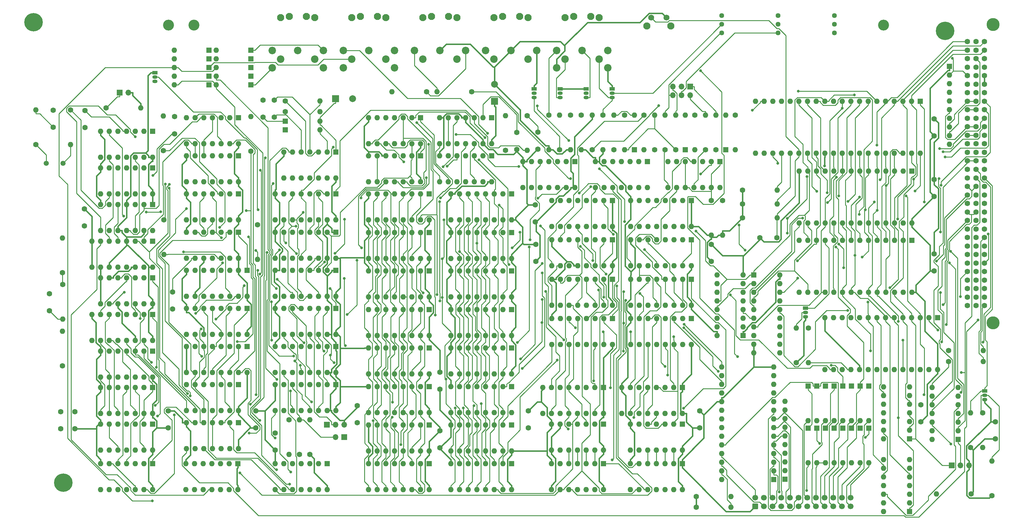
<source format=gbr>
%TF.GenerationSoftware,KiCad,Pcbnew,(6.0.10)*%
%TF.CreationDate,2023-03-31T21:36:48+03:00*%
%TF.ProjectId,delta48m,64656c74-6134-4386-9d2e-6b696361645f,1*%
%TF.SameCoordinates,Original*%
%TF.FileFunction,Copper,L2,Bot*%
%TF.FilePolarity,Positive*%
%FSLAX46Y46*%
G04 Gerber Fmt 4.6, Leading zero omitted, Abs format (unit mm)*
G04 Created by KiCad (PCBNEW (6.0.10)) date 2023-03-31 21:36:48*
%MOMM*%
%LPD*%
G01*
G04 APERTURE LIST*
G04 Aperture macros list*
%AMRoundRect*
0 Rectangle with rounded corners*
0 $1 Rounding radius*
0 $2 $3 $4 $5 $6 $7 $8 $9 X,Y pos of 4 corners*
0 Add a 4 corners polygon primitive as box body*
4,1,4,$2,$3,$4,$5,$6,$7,$8,$9,$2,$3,0*
0 Add four circle primitives for the rounded corners*
1,1,$1+$1,$2,$3*
1,1,$1+$1,$4,$5*
1,1,$1+$1,$6,$7*
1,1,$1+$1,$8,$9*
0 Add four rect primitives between the rounded corners*
20,1,$1+$1,$2,$3,$4,$5,0*
20,1,$1+$1,$4,$5,$6,$7,0*
20,1,$1+$1,$6,$7,$8,$9,0*
20,1,$1+$1,$8,$9,$2,$3,0*%
G04 Aperture macros list end*
%TA.AperFunction,ComponentPad*%
%ADD10R,1.600000X1.600000*%
%TD*%
%TA.AperFunction,ComponentPad*%
%ADD11O,1.600000X1.600000*%
%TD*%
%TA.AperFunction,ComponentPad*%
%ADD12C,1.600000*%
%TD*%
%TA.AperFunction,ComponentPad*%
%ADD13C,2.100000*%
%TD*%
%TA.AperFunction,ComponentPad*%
%ADD14C,2.200000*%
%TD*%
%TA.AperFunction,ComponentPad*%
%ADD15R,1.700000X1.700000*%
%TD*%
%TA.AperFunction,ComponentPad*%
%ADD16O,1.700000X1.700000*%
%TD*%
%TA.AperFunction,ComponentPad*%
%ADD17R,1.500000X1.050000*%
%TD*%
%TA.AperFunction,ComponentPad*%
%ADD18O,1.500000X1.050000*%
%TD*%
%TA.AperFunction,ComponentPad*%
%ADD19C,1.440000*%
%TD*%
%TA.AperFunction,WasherPad*%
%ADD20C,3.800000*%
%TD*%
%TA.AperFunction,ComponentPad*%
%ADD21C,1.500000*%
%TD*%
%TA.AperFunction,ComponentPad*%
%ADD22C,1.750000*%
%TD*%
%TA.AperFunction,ComponentPad*%
%ADD23C,2.000000*%
%TD*%
%TA.AperFunction,ComponentPad*%
%ADD24R,2.000000X2.000000*%
%TD*%
%TA.AperFunction,ComponentPad*%
%ADD25RoundRect,0.250000X0.600000X-0.600000X0.600000X0.600000X-0.600000X0.600000X-0.600000X-0.600000X0*%
%TD*%
%TA.AperFunction,ComponentPad*%
%ADD26C,1.700000*%
%TD*%
%TA.AperFunction,ViaPad*%
%ADD27C,5.400000*%
%TD*%
%TA.AperFunction,ViaPad*%
%ADD28C,3.200000*%
%TD*%
%TA.AperFunction,ViaPad*%
%ADD29C,0.800000*%
%TD*%
%TA.AperFunction,Conductor*%
%ADD30C,0.250000*%
%TD*%
%TA.AperFunction,Conductor*%
%ADD31C,0.400000*%
%TD*%
G04 APERTURE END LIST*
D10*
%TO.P,U11,1*%
%TO.N,unconnected-(U11-Pad1)*%
X132597000Y-103922000D03*
D11*
%TO.P,U11,2*%
%TO.N,unconnected-(U11-Pad2)*%
X130057000Y-103922000D03*
%TO.P,U11,3*%
%TO.N,unconnected-(U11-Pad3)*%
X127517000Y-103922000D03*
%TO.P,U11,4*%
%TO.N,Net-(U11-Pad10)*%
X124977000Y-103922000D03*
%TO.P,U11,5*%
%TO.N,7MHZ*%
X122437000Y-103922000D03*
%TO.P,U11,6*%
%TO.N,Net-(U11-Pad12)*%
X119897000Y-103922000D03*
%TO.P,U11,7,GND*%
%TO.N,GND*%
X117357000Y-103922000D03*
%TO.P,U11,8*%
%TO.N,Net-(U11-Pad8)*%
X117357000Y-111542000D03*
%TO.P,U11,9*%
%TO.N,Net-(U11-Pad9)*%
X119897000Y-111542000D03*
%TO.P,U11,10*%
%TO.N,Net-(U11-Pad10)*%
X122437000Y-111542000D03*
%TO.P,U11,11*%
%TO.N,Net-(U1-Pad5)*%
X124977000Y-111542000D03*
%TO.P,U11,12*%
%TO.N,Net-(U11-Pad12)*%
X127517000Y-111542000D03*
%TO.P,U11,13*%
%TO.N,ZPRGBD*%
X130057000Y-111542000D03*
%TO.P,U11,14,VCC*%
%TO.N,+5V*%
X132597000Y-111542000D03*
%TD*%
D12*
%TO.P,R35,1*%
%TO.N,Net-(R35-Pad1)*%
X254512000Y-113310000D03*
D11*
%TO.P,R35,2*%
%TO.N,SYNCRO*%
X254512000Y-103150000D03*
%TD*%
D12*
%TO.P,R53,1*%
%TO.N,Net-(R53-Pad1)*%
X340618000Y-175413000D03*
D11*
%TO.P,R53,2*%
%TO.N,\u0427\u0422\u041F\u0417\u0423L*%
X350778000Y-175413000D03*
%TD*%
D10*
%TO.P,U57,1,Ds*%
%TO.N,unconnected-(U57-Pad1)*%
X239531000Y-193838000D03*
D11*
%TO.P,U57,2,P0*%
%TO.N,BD4*%
X236991000Y-193838000D03*
%TO.P,U57,3,P1*%
%TO.N,BD5*%
X234451000Y-193838000D03*
%TO.P,U57,4,P2*%
%TO.N,BD6*%
X231911000Y-193838000D03*
%TO.P,U57,5,P3*%
%TO.N,BD7*%
X229371000Y-193838000D03*
%TO.P,U57,6,Pe*%
%TO.N,+5V*%
X226831000Y-193838000D03*
%TO.P,U57,7,GND*%
%TO.N,GND*%
X224291000Y-193838000D03*
%TO.P,U57,8,OE*%
%TO.N,+5V*%
X224291000Y-201458000D03*
%TO.P,U57,9,Cp*%
%TO.N,ZPRGBD*%
X226831000Y-201458000D03*
%TO.P,U57,10,Q3*%
%TO.N,Net-(U57-Pad10)*%
X229371000Y-201458000D03*
%TO.P,U57,11,Q2*%
%TO.N,Net-(U57-Pad11)*%
X231911000Y-201458000D03*
%TO.P,U57,12,Q1*%
%TO.N,Net-(U57-Pad12)*%
X234451000Y-201458000D03*
%TO.P,U57,13,Q0*%
%TO.N,Net-(U57-Pad13)*%
X236991000Y-201458000D03*
%TO.P,U57,14,VCC*%
%TO.N,+5V*%
X239531000Y-201458000D03*
%TD*%
D10*
%TO.P,U27,1,OEa*%
%TO.N,GND*%
X161177000Y-182234100D03*
D11*
%TO.P,U27,2,A1*%
%TO.N,OZUMPN*%
X158637000Y-182234100D03*
%TO.P,U27,3,I3a*%
%TO.N,Net-(JP3-Pad2)*%
X156097000Y-182234100D03*
%TO.P,U27,4,I2a*%
X153557000Y-182234100D03*
%TO.P,U27,5,I1a*%
X151017000Y-182234100D03*
%TO.P,U27,6,I0a*%
X148477000Y-182234100D03*
%TO.P,U27,7,Za*%
%TO.N,ADR7*%
X145937000Y-182234100D03*
%TO.P,U27,8,GND*%
%TO.N,GND*%
X143397000Y-182234100D03*
%TO.P,U27,9,Zb*%
%TO.N,ADR6*%
X143397000Y-189854100D03*
%TO.P,U27,10,I0b*%
%TO.N,GND*%
X145937000Y-189854100D03*
%TO.P,U27,11,I1b*%
%TO.N,BA6*%
X148477000Y-189854100D03*
%TO.P,U27,12,I2b*%
%TO.N,A13*%
X151017000Y-189854100D03*
%TO.P,U27,13,I3b*%
%TO.N,A6*%
X153557000Y-189854100D03*
%TO.P,U27,14,A0*%
%TO.N,BMX*%
X156097000Y-189854100D03*
%TO.P,U27,15,OEb*%
%TO.N,GND*%
X158637000Y-189854100D03*
%TO.P,U27,16,VCC*%
%TO.N,+5V*%
X161177000Y-189854100D03*
%TD*%
D10*
%TO.P,U36,1,NC*%
%TO.N,unconnected-(U36-Pad1)*%
X188487000Y-182795500D03*
D11*
%TO.P,U36,2,Din*%
%TO.N,D5*%
X185947000Y-182795500D03*
%TO.P,U36,3,~{WRITE}*%
%TO.N,WEL*%
X183407000Y-182795500D03*
%TO.P,U36,4,~{RAS}*%
%TO.N,RASL*%
X180867000Y-182795500D03*
%TO.P,U36,5,A0*%
%TO.N,MUX1_Y1*%
X178327000Y-182795500D03*
%TO.P,U36,6,A2*%
%TO.N,MUX1_Y3*%
X175787000Y-182795500D03*
%TO.P,U36,7,A1*%
%TO.N,MUX1_Y2*%
X173247000Y-182795500D03*
%TO.P,U36,8,Vcc*%
%TO.N,+5V*%
X170707000Y-182795500D03*
%TO.P,U36,9,A7*%
%TO.N,MUX2_Y4*%
X170707000Y-190415500D03*
%TO.P,U36,10,A5*%
%TO.N,MUX2_Y2*%
X173247000Y-190415500D03*
%TO.P,U36,11,A4*%
%TO.N,MUX2_Y1*%
X175787000Y-190415500D03*
%TO.P,U36,12,A3*%
%TO.N,MUX1_Y4*%
X178327000Y-190415500D03*
%TO.P,U36,13,A6*%
%TO.N,MUX2_Y3*%
X180867000Y-190415500D03*
%TO.P,U36,14,Dout*%
%TO.N,D5*%
X183407000Y-190415500D03*
%TO.P,U36,15,~{CAS}*%
%TO.N,CASL*%
X185947000Y-190415500D03*
%TO.P,U36,16,Vss*%
%TO.N,GND*%
X188487000Y-190415500D03*
%TD*%
D13*
%TO.P,J3,*%
%TO.N,*%
X186647000Y-74487000D03*
X189147000Y-74187000D03*
X196647000Y-74487000D03*
X194147000Y-74187000D03*
D14*
%TO.P,J3,1*%
%TO.N,MAG_OUT*%
X184147000Y-84187000D03*
%TO.P,J3,2*%
%TO.N,GND*%
X191647000Y-84187000D03*
%TO.P,J3,3*%
%TO.N,MAG_IN*%
X199147000Y-84187000D03*
%TO.P,J3,4*%
%TO.N,AUDIO*%
X186647000Y-86687000D03*
%TO.P,J3,5*%
%TO.N,unconnected-(J3-Pad5)*%
X196647000Y-86687000D03*
%TD*%
D13*
%TO.P,J6,*%
%TO.N,*%
X168319000Y-74187000D03*
X173319000Y-74187000D03*
X165819000Y-74487000D03*
X175819000Y-74487000D03*
D14*
%TO.P,J6,1*%
%TO.N,Contact1*%
X163319000Y-84187000D03*
%TO.P,J6,2*%
%TO.N,Left1*%
X170819000Y-84187000D03*
%TO.P,J6,3*%
%TO.N,Right1*%
X178319000Y-84187000D03*
%TO.P,J6,4*%
%TO.N,Down1*%
X165819000Y-86687000D03*
%TO.P,J6,5*%
%TO.N,Up1*%
X175819000Y-86687000D03*
%TO.P,J6,6*%
%TO.N,Fire1*%
X163319000Y-89287000D03*
%TO.P,J6,7*%
%TO.N,unconnected-(J6-Pad7)*%
X178319000Y-89287000D03*
%TD*%
D10*
%TO.P,U3,1,~{R}*%
%TO.N,+5V*%
X107461000Y-129359000D03*
D11*
%TO.P,U3,2,D*%
%TO.N,7MHZ*%
X104921000Y-129359000D03*
%TO.P,U3,3,C*%
%TO.N,Net-(R1-Pad2)*%
X102381000Y-129359000D03*
%TO.P,U3,4,~{S}*%
%TO.N,+5V*%
X99841000Y-129359000D03*
%TO.P,U3,5,Q*%
%TO.N,Net-(U20-Pad3)*%
X97301000Y-129359000D03*
%TO.P,U3,6,~{Q}*%
%TO.N,7MHZ*%
X94761000Y-129359000D03*
%TO.P,U3,7,GND*%
%TO.N,GND*%
X92221000Y-129359000D03*
%TO.P,U3,8,~{Q}*%
%TO.N,ZPRGBD*%
X92221000Y-136979000D03*
%TO.P,U3,9,Q*%
%TO.N,unconnected-(U3-Pad9)*%
X94761000Y-136979000D03*
%TO.P,U3,10,~{S}*%
%TO.N,+5V*%
X97301000Y-136979000D03*
%TO.P,U3,11,C*%
%TO.N,7MHZ*%
X99841000Y-136979000D03*
%TO.P,U3,12,D*%
%TO.N,Net-(U1-Pad12)*%
X102381000Y-136979000D03*
%TO.P,U3,13,~{R}*%
%TO.N,+5V*%
X104921000Y-136979000D03*
%TO.P,U3,14,VCC*%
X107461000Y-136979000D03*
%TD*%
D15*
%TO.P,LS1,1,1*%
%TO.N,AUDIO*%
X97789000Y-96546000D03*
D16*
%TO.P,LS1,2,2*%
%TO.N,GND*%
X100329000Y-96546000D03*
%TD*%
D10*
%TO.P,U43,1,NC*%
%TO.N,unconnected-(U43-Pad1)*%
X212612000Y-148896400D03*
D11*
%TO.P,U43,2,Din*%
%TO.N,D2*%
X210072000Y-148896400D03*
%TO.P,U43,3,~{WRITE}*%
%TO.N,BWEL*%
X207532000Y-148896400D03*
%TO.P,U43,4,~{RAS}*%
%TO.N,BRASL*%
X204992000Y-148896400D03*
%TO.P,U43,5,A0*%
%TO.N,ADR0*%
X202452000Y-148896400D03*
%TO.P,U43,6,A2*%
%TO.N,ADR2*%
X199912000Y-148896400D03*
%TO.P,U43,7,A1*%
%TO.N,ADR1*%
X197372000Y-148896400D03*
%TO.P,U43,8,Vcc*%
%TO.N,+5V*%
X194832000Y-148896400D03*
%TO.P,U43,9,A7*%
%TO.N,ADR7*%
X194832000Y-156516400D03*
%TO.P,U43,10,A5*%
%TO.N,ADR5*%
X197372000Y-156516400D03*
%TO.P,U43,11,A4*%
%TO.N,ADR4*%
X199912000Y-156516400D03*
%TO.P,U43,12,A3*%
%TO.N,ADR3*%
X202452000Y-156516400D03*
%TO.P,U43,13,A6*%
%TO.N,ADR6*%
X204992000Y-156516400D03*
%TO.P,U43,14,Dout*%
%TO.N,BD2*%
X207532000Y-156516400D03*
%TO.P,U43,15,~{CAS}*%
%TO.N,BCASL*%
X210072000Y-156516400D03*
%TO.P,U43,16,Vss*%
%TO.N,GND*%
X212612000Y-156516400D03*
%TD*%
D12*
%TO.P,R5,1*%
%TO.N,BA2*%
X81030000Y-149378000D03*
D11*
%TO.P,R5,2*%
%TO.N,Net-(R5-Pad2)*%
X81030000Y-139218000D03*
%TD*%
D10*
%TO.P,U48,1,NC*%
%TO.N,unconnected-(U48-Pad1)*%
X212612000Y-205395000D03*
D11*
%TO.P,U48,2,Din*%
%TO.N,D7*%
X210072000Y-205395000D03*
%TO.P,U48,3,~{WRITE}*%
%TO.N,BWEL*%
X207532000Y-205395000D03*
%TO.P,U48,4,~{RAS}*%
%TO.N,BRASL*%
X204992000Y-205395000D03*
%TO.P,U48,5,A0*%
%TO.N,ADR0*%
X202452000Y-205395000D03*
%TO.P,U48,6,A2*%
%TO.N,ADR2*%
X199912000Y-205395000D03*
%TO.P,U48,7,A1*%
%TO.N,ADR1*%
X197372000Y-205395000D03*
%TO.P,U48,8,Vcc*%
%TO.N,+5V*%
X194832000Y-205395000D03*
%TO.P,U48,9,A7*%
%TO.N,ADR7*%
X194832000Y-213015000D03*
%TO.P,U48,10,A5*%
%TO.N,ADR5*%
X197372000Y-213015000D03*
%TO.P,U48,11,A4*%
%TO.N,ADR4*%
X199912000Y-213015000D03*
%TO.P,U48,12,A3*%
%TO.N,ADR3*%
X202452000Y-213015000D03*
%TO.P,U48,13,A6*%
%TO.N,ADR6*%
X204992000Y-213015000D03*
%TO.P,U48,14,Dout*%
%TO.N,BD7*%
X207532000Y-213015000D03*
%TO.P,U48,15,~{CAS}*%
%TO.N,BCASL*%
X210072000Y-213015000D03*
%TO.P,U48,16,Vss*%
%TO.N,GND*%
X212612000Y-213015000D03*
%TD*%
D10*
%TO.P,U64,1,Ds*%
%TO.N,unconnected-(U64-Pad1)*%
X262645000Y-193838000D03*
D11*
%TO.P,U64,2,P0*%
%TO.N,BD0*%
X260105000Y-193838000D03*
%TO.P,U64,3,P1*%
%TO.N,BD1*%
X257565000Y-193838000D03*
%TO.P,U64,4,P2*%
%TO.N,BD2*%
X255025000Y-193838000D03*
%TO.P,U64,5,P3*%
%TO.N,BD3*%
X252485000Y-193838000D03*
%TO.P,U64,6,Pe*%
%TO.N,+5V*%
X249945000Y-193838000D03*
%TO.P,U64,7,GND*%
%TO.N,GND*%
X247405000Y-193838000D03*
%TO.P,U64,8,OE*%
%TO.N,+5V*%
X247405000Y-201458000D03*
%TO.P,U64,9,Cp*%
%TO.N,ZPRGBD*%
X249945000Y-201458000D03*
%TO.P,U64,10,Q3*%
%TO.N,Net-(U64-Pad10)*%
X252485000Y-201458000D03*
%TO.P,U64,11,Q2*%
%TO.N,Net-(U64-Pad11)*%
X255025000Y-201458000D03*
%TO.P,U64,12,Q1*%
%TO.N,Net-(U64-Pad12)*%
X257565000Y-201458000D03*
%TO.P,U64,13,Q0*%
%TO.N,Net-(U64-Pad13)*%
X260105000Y-201458000D03*
%TO.P,U64,14,VCC*%
%TO.N,+5V*%
X262645000Y-201458000D03*
%TD*%
D12*
%TO.P,R54,1*%
%TO.N,+5V*%
X347095000Y-200686000D03*
D11*
%TO.P,R54,2*%
%TO.N,STROBL*%
X347095000Y-190526000D03*
%TD*%
D15*
%TO.P,JP1,1,A*%
%TO.N,Net-(JP1-Pad1)*%
X158515000Y-193955000D03*
D16*
%TO.P,JP1,2,C*%
%TO.N,Net-(JP1-Pad2)*%
X161055000Y-193955000D03*
%TO.P,JP1,3,B*%
%TO.N,GND*%
X163595000Y-193955000D03*
%TD*%
D12*
%TO.P,C23,1*%
%TO.N,+5V*%
X271149000Y-146036000D03*
%TO.P,C23,2*%
%TO.N,GND*%
X271149000Y-141036000D03*
%TD*%
%TO.P,C19,1*%
%TO.N,+5V*%
X219587000Y-134479000D03*
%TO.P,C19,2*%
%TO.N,GND*%
X219587000Y-129479000D03*
%TD*%
D17*
%TO.P,Q3,1,C*%
%TO.N,+5V*%
X219227000Y-95403000D03*
D18*
%TO.P,Q3,2,B*%
%TO.N,SYNCRO*%
X219227000Y-96673000D03*
%TO.P,Q3,3,E*%
%TO.N,Net-(Q3-Pad3)*%
X219227000Y-97943000D03*
%TD*%
D12*
%TO.P,R56,1*%
%TO.N,GND*%
X353318000Y-214783000D03*
D11*
%TO.P,R56,2*%
%TO.N,Net-(Q7-Pad2)*%
X353318000Y-204623000D03*
%TD*%
D10*
%TO.P,U23,1,OEa*%
%TO.N,GND*%
X161177000Y-137484300D03*
D11*
%TO.P,U23,2,A1*%
%TO.N,OZUMPN*%
X158637000Y-137484300D03*
%TO.P,U23,3,I3a*%
%TO.N,A0*%
X156097000Y-137484300D03*
%TO.P,U23,4,I2a*%
%TO.N,A7*%
X153557000Y-137484300D03*
%TO.P,U23,5,I1a*%
%TO.N,BA0*%
X151017000Y-137484300D03*
%TO.P,U23,6,I0a*%
%TO.N,BA7*%
X148477000Y-137484300D03*
%TO.P,U23,7,Za*%
%TO.N,ADR0*%
X145937000Y-137484300D03*
%TO.P,U23,8,GND*%
%TO.N,GND*%
X143397000Y-137484300D03*
%TO.P,U23,9,Zb*%
%TO.N,ADR1*%
X143397000Y-145104300D03*
%TO.P,U23,10,I0b*%
%TO.N,BA8*%
X145937000Y-145104300D03*
%TO.P,U23,11,I1b*%
%TO.N,BA1*%
X148477000Y-145104300D03*
%TO.P,U23,12,I2b*%
%TO.N,A8*%
X151017000Y-145104300D03*
%TO.P,U23,13,I3b*%
%TO.N,A1*%
X153557000Y-145104300D03*
%TO.P,U23,14,A0*%
%TO.N,BMX*%
X156097000Y-145104300D03*
%TO.P,U23,15,OEb*%
%TO.N,GND*%
X158637000Y-145104300D03*
%TO.P,U23,16,VCC*%
%TO.N,+5V*%
X161177000Y-145104300D03*
%TD*%
D10*
%TO.P,U49,1*%
%TO.N,Net-(U10-Pad3)*%
X231144000Y-116749000D03*
D11*
%TO.P,U49,2*%
%TO.N,\u0422\u0410\u041A\u0422*%
X228604000Y-116749000D03*
%TO.P,U49,3*%
%TO.N,unconnected-(U49-Pad3)*%
X226064000Y-116749000D03*
%TO.P,U49,4*%
%TO.N,unconnected-(U49-Pad4)*%
X223524000Y-116749000D03*
%TO.P,U49,5*%
%TO.N,A14*%
X220984000Y-116749000D03*
%TO.P,U49,6*%
%TO.N,Net-(U29-Pad2)*%
X218444000Y-116749000D03*
%TO.P,U49,7,GND*%
%TO.N,GND*%
X215904000Y-116749000D03*
%TO.P,U49,8*%
%TO.N,Net-(U30-Pad8)*%
X215904000Y-124369000D03*
%TO.P,U49,9*%
%TO.N,VIBOZUL*%
X218444000Y-124369000D03*
%TO.P,U49,10*%
%TO.N,unconnected-(U49-Pad10)*%
X220984000Y-124369000D03*
%TO.P,U49,11*%
%TO.N,unconnected-(U49-Pad11)*%
X223524000Y-124369000D03*
%TO.P,U49,12*%
%TO.N,Net-(U49-Pad12)*%
X226064000Y-124369000D03*
%TO.P,U49,13*%
%TO.N,Net-(U14-Pad3)*%
X228604000Y-124369000D03*
%TO.P,U49,14,VCC*%
%TO.N,+5V*%
X231144000Y-124369000D03*
%TD*%
D12*
%TO.P,C30,1*%
%TO.N,+5V*%
X354334000Y-198106000D03*
%TO.P,C30,2*%
%TO.N,GND*%
X354334000Y-193106000D03*
%TD*%
D10*
%TO.P,U33,1,NC*%
%TO.N,unconnected-(U33-Pad1)*%
X188487000Y-148896400D03*
D11*
%TO.P,U33,2,Din*%
%TO.N,D2*%
X185947000Y-148896400D03*
%TO.P,U33,3,~{WRITE}*%
%TO.N,WEL*%
X183407000Y-148896400D03*
%TO.P,U33,4,~{RAS}*%
%TO.N,RASL*%
X180867000Y-148896400D03*
%TO.P,U33,5,A0*%
%TO.N,MUX1_Y1*%
X178327000Y-148896400D03*
%TO.P,U33,6,A2*%
%TO.N,MUX1_Y3*%
X175787000Y-148896400D03*
%TO.P,U33,7,A1*%
%TO.N,MUX1_Y2*%
X173247000Y-148896400D03*
%TO.P,U33,8,Vcc*%
%TO.N,+5V*%
X170707000Y-148896400D03*
%TO.P,U33,9,A7*%
%TO.N,MUX2_Y4*%
X170707000Y-156516400D03*
%TO.P,U33,10,A5*%
%TO.N,MUX2_Y2*%
X173247000Y-156516400D03*
%TO.P,U33,11,A4*%
%TO.N,MUX2_Y1*%
X175787000Y-156516400D03*
%TO.P,U33,12,A3*%
%TO.N,MUX1_Y4*%
X178327000Y-156516400D03*
%TO.P,U33,13,A6*%
%TO.N,MUX2_Y3*%
X180867000Y-156516400D03*
%TO.P,U33,14,Dout*%
%TO.N,D2*%
X183407000Y-156516400D03*
%TO.P,U33,15,~{CAS}*%
%TO.N,CASL*%
X185947000Y-156516400D03*
%TO.P,U33,16,Vss*%
%TO.N,GND*%
X188487000Y-156516400D03*
%TD*%
D12*
%TO.P,C10,1*%
%TO.N,Net-(C10-Pad1)*%
X143133000Y-98745000D03*
%TO.P,C10,2*%
%TO.N,Net-(C10-Pad2)*%
X143133000Y-103745000D03*
%TD*%
D10*
%TO.P,U38,1,NC*%
%TO.N,unconnected-(U38-Pad1)*%
X188487000Y-205395000D03*
D11*
%TO.P,U38,2,Din*%
%TO.N,D7*%
X185947000Y-205395000D03*
%TO.P,U38,3,~{WRITE}*%
%TO.N,WEL*%
X183407000Y-205395000D03*
%TO.P,U38,4,~{RAS}*%
%TO.N,RASL*%
X180867000Y-205395000D03*
%TO.P,U38,5,A0*%
%TO.N,MUX1_Y1*%
X178327000Y-205395000D03*
%TO.P,U38,6,A2*%
%TO.N,MUX1_Y3*%
X175787000Y-205395000D03*
%TO.P,U38,7,A1*%
%TO.N,MUX1_Y2*%
X173247000Y-205395000D03*
%TO.P,U38,8,Vcc*%
%TO.N,+5V*%
X170707000Y-205395000D03*
%TO.P,U38,9,A7*%
%TO.N,MUX2_Y4*%
X170707000Y-213015000D03*
%TO.P,U38,10,A5*%
%TO.N,MUX2_Y2*%
X173247000Y-213015000D03*
%TO.P,U38,11,A4*%
%TO.N,MUX2_Y1*%
X175787000Y-213015000D03*
%TO.P,U38,12,A3*%
%TO.N,MUX1_Y4*%
X178327000Y-213015000D03*
%TO.P,U38,13,A6*%
%TO.N,MUX2_Y3*%
X180867000Y-213015000D03*
%TO.P,U38,14,Dout*%
%TO.N,D7*%
X183407000Y-213015000D03*
%TO.P,U38,15,~{CAS}*%
%TO.N,CASL*%
X185947000Y-213015000D03*
%TO.P,U38,16,Vss*%
%TO.N,GND*%
X188487000Y-213015000D03*
%TD*%
D12*
%TO.P,R46,1*%
%TO.N,Net-(R45-Pad1)*%
X274451000Y-128169000D03*
D11*
%TO.P,R46,2*%
%TO.N,+5V*%
X274451000Y-138329000D03*
%TD*%
D10*
%TO.P,U59,1,~{Mr}*%
%TO.N,+5V*%
X265317000Y-128179000D03*
D11*
%TO.P,U59,2,Q0*%
%TO.N,Net-(R21-Pad1)*%
X262777000Y-128179000D03*
%TO.P,U59,3,~{Q0}*%
%TO.N,unconnected-(U59-Pad3)*%
X260237000Y-128179000D03*
%TO.P,U59,4,D0*%
%TO.N,D3*%
X257697000Y-128179000D03*
%TO.P,U59,5,D3*%
%TO.N,unconnected-(U59-Pad5)*%
X255157000Y-128179000D03*
%TO.P,U59,6,~{Q1}*%
%TO.N,unconnected-(U59-Pad6)*%
X252617000Y-128179000D03*
%TO.P,U59,7,Q1*%
%TO.N,unconnected-(U59-Pad7)*%
X250077000Y-128179000D03*
%TO.P,U59,8,GND*%
%TO.N,GND*%
X247537000Y-128179000D03*
%TO.P,U59,9,Cp*%
%TO.N,ZPRG+*%
X247537000Y-135799000D03*
%TO.P,U59,10,Q2*%
%TO.N,unconnected-(U59-Pad10)*%
X250077000Y-135799000D03*
%TO.P,U59,11,~{Q2}*%
%TO.N,unconnected-(U59-Pad11)*%
X252617000Y-135799000D03*
%TO.P,U59,12,D1*%
%TO.N,unconnected-(U59-Pad12)*%
X255157000Y-135799000D03*
%TO.P,U59,13,D2*%
%TO.N,unconnected-(U59-Pad13)*%
X257697000Y-135799000D03*
%TO.P,U59,14,~{Q3}*%
%TO.N,unconnected-(U59-Pad14)*%
X260237000Y-135799000D03*
%TO.P,U59,15,Q3*%
%TO.N,unconnected-(U59-Pad15)*%
X262777000Y-135799000D03*
%TO.P,U59,16,VCC*%
%TO.N,+5V*%
X265317000Y-135799000D03*
%TD*%
D19*
%TO.P,RV42,1,1*%
%TO.N,YR*%
X274197000Y-79018000D03*
%TO.P,RV42,2,2*%
%TO.N,Net-(Q6-Pad2)*%
X274197000Y-76478000D03*
%TO.P,RV42,3,3*%
%TO.N,GND*%
X274197000Y-73938000D03*
%TD*%
D12*
%TO.P,R51,1*%
%TO.N,Net-(Q8-Pad2)*%
X299597000Y-165634000D03*
D11*
%TO.P,R51,2*%
%TO.N,Net-(R51-Pad2)*%
X299597000Y-175794000D03*
%TD*%
D10*
%TO.P,U7,1*%
%TO.N,Net-(C3-Pad2)*%
X107461000Y-172359000D03*
D11*
%TO.P,U7,2*%
%TO.N,Net-(U18-Pad8)*%
X104921000Y-172359000D03*
%TO.P,U7,3*%
%TO.N,Net-(U6-Pad2)*%
X102381000Y-172359000D03*
%TO.P,U7,4*%
%TO.N,Net-(U7-Pad4)*%
X99841000Y-172359000D03*
%TO.P,U7,5*%
X97301000Y-172359000D03*
%TO.P,U7,6*%
%TO.N,Net-(R6-Pad2)*%
X94761000Y-172359000D03*
%TO.P,U7,7,GND*%
%TO.N,GND*%
X92221000Y-172359000D03*
%TO.P,U7,8*%
%TO.N,Net-(C4-Pad2)*%
X92221000Y-179979000D03*
%TO.P,U7,9*%
%TO.N,Net-(U6-Pad10)*%
X94761000Y-179979000D03*
%TO.P,U7,10*%
%TO.N,Net-(U7-Pad10)*%
X97301000Y-179979000D03*
%TO.P,U7,11*%
%TO.N,Net-(U7-Pad11)*%
X99841000Y-179979000D03*
%TO.P,U7,12*%
%TO.N,Net-(U7-Pad12)*%
X102381000Y-179979000D03*
%TO.P,U7,13*%
%TO.N,Net-(U18-Pad4)*%
X104921000Y-179979000D03*
%TO.P,U7,14,VCC*%
%TO.N,+5V*%
X107461000Y-179979000D03*
%TD*%
D10*
%TO.P,U30,1*%
%TO.N,Net-(U29-Pad10)*%
X185937000Y-115109400D03*
D11*
%TO.P,U30,2*%
%TO.N,OZUMPN*%
X183397000Y-115109400D03*
%TO.P,U30,3*%
%TO.N,VIBOZUL*%
X180857000Y-115109400D03*
%TO.P,U30,4*%
%TO.N,Net-(U30-Pad4)*%
X178317000Y-115109400D03*
%TO.P,U30,5*%
%TO.N,GND*%
X175777000Y-115109400D03*
%TO.P,U30,6*%
%TO.N,\u0417\u041FL*%
X173237000Y-115109400D03*
%TO.P,U30,7,GND*%
%TO.N,GND*%
X170697000Y-115109400D03*
%TO.P,U30,8*%
%TO.N,Net-(U30-Pad8)*%
X170697000Y-122729400D03*
%TO.P,U30,9*%
%TO.N,\u0417\u041FL*%
X173237000Y-122729400D03*
%TO.P,U30,10*%
%TO.N,ZPRG+*%
X175777000Y-122729400D03*
%TO.P,U30,11*%
%TO.N,\u041E\u0417\u0423L*%
X178317000Y-122729400D03*
%TO.P,U30,12*%
%TO.N,Net-(U29-Pad12)*%
X180857000Y-122729400D03*
%TO.P,U30,13*%
%TO.N,OZUMPN*%
X183397000Y-122729400D03*
%TO.P,U30,14,VCC*%
%TO.N,+5V*%
X185937000Y-122729400D03*
%TD*%
D10*
%TO.P,D26,1,K*%
%TO.N,Contact2*%
X309630000Y-182652000D03*
D11*
%TO.P,D26,2,A*%
%TO.N,KBD18*%
X309630000Y-192812000D03*
%TD*%
D10*
%TO.P,D1,1,K*%
%TO.N,Right1*%
X123956000Y-84100000D03*
D11*
%TO.P,D1,2,A*%
%TO.N,JOY4*%
X113796000Y-84100000D03*
%TD*%
D12*
%TO.P,C16,1*%
%TO.N,+5V*%
X191647000Y-183541000D03*
%TO.P,C16,2*%
%TO.N,GND*%
X191647000Y-178541000D03*
%TD*%
D10*
%TO.P,U47,1,NC*%
%TO.N,unconnected-(U47-Pad1)*%
X212612000Y-194095300D03*
D11*
%TO.P,U47,2,Din*%
%TO.N,D6*%
X210072000Y-194095300D03*
%TO.P,U47,3,~{WRITE}*%
%TO.N,BWEL*%
X207532000Y-194095300D03*
%TO.P,U47,4,~{RAS}*%
%TO.N,BRASL*%
X204992000Y-194095300D03*
%TO.P,U47,5,A0*%
%TO.N,ADR0*%
X202452000Y-194095300D03*
%TO.P,U47,6,A2*%
%TO.N,ADR2*%
X199912000Y-194095300D03*
%TO.P,U47,7,A1*%
%TO.N,ADR1*%
X197372000Y-194095300D03*
%TO.P,U47,8,Vcc*%
%TO.N,+5V*%
X194832000Y-194095300D03*
%TO.P,U47,9,A7*%
%TO.N,ADR7*%
X194832000Y-201715300D03*
%TO.P,U47,10,A5*%
%TO.N,ADR5*%
X197372000Y-201715300D03*
%TO.P,U47,11,A4*%
%TO.N,ADR4*%
X199912000Y-201715300D03*
%TO.P,U47,12,A3*%
%TO.N,ADR3*%
X202452000Y-201715300D03*
%TO.P,U47,13,A6*%
%TO.N,ADR6*%
X204992000Y-201715300D03*
%TO.P,U47,14,Dout*%
%TO.N,BD6*%
X207532000Y-201715300D03*
%TO.P,U47,15,~{CAS}*%
%TO.N,BCASL*%
X210072000Y-201715300D03*
%TO.P,U47,16,Vss*%
%TO.N,GND*%
X212612000Y-201715300D03*
%TD*%
D12*
%TO.P,R8,1*%
%TO.N,Net-(R8-Pad1)*%
X110621000Y-113564000D03*
D11*
%TO.P,R8,2*%
%TO.N,Net-(C32-Pad2)*%
X110621000Y-103404000D03*
%TD*%
D12*
%TO.P,R41,1*%
%TO.N,Net-(R34-Pad1)*%
X278134000Y-103150000D03*
D11*
%TO.P,R41,2*%
%TO.N,Net-(D13-Pad1)*%
X278134000Y-113310000D03*
%TD*%
D10*
%TO.P,U52,1,~{Mr}*%
%TO.N,+5V*%
X242203000Y-128179000D03*
D11*
%TO.P,U52,2,Q0*%
%TO.N,Net-(U52-Pad2)*%
X239663000Y-128179000D03*
%TO.P,U52,3,~{Q0}*%
%TO.N,unconnected-(U52-Pad3)*%
X237123000Y-128179000D03*
%TO.P,U52,4,D0*%
%TO.N,D0*%
X234583000Y-128179000D03*
%TO.P,U52,5,D3*%
%TO.N,D4*%
X232043000Y-128179000D03*
%TO.P,U52,6,~{Q1}*%
%TO.N,unconnected-(U52-Pad6)*%
X229503000Y-128179000D03*
%TO.P,U52,7,Q1*%
%TO.N,UZVUK*%
X226963000Y-128179000D03*
%TO.P,U52,8,GND*%
%TO.N,GND*%
X224423000Y-128179000D03*
%TO.P,U52,9,Cp*%
%TO.N,ZPRG+*%
X224423000Y-135799000D03*
%TO.P,U52,10,Q2*%
%TO.N,Net-(U52-Pad10)*%
X226963000Y-135799000D03*
%TO.P,U52,11,~{Q2}*%
%TO.N,unconnected-(U52-Pad11)*%
X229503000Y-135799000D03*
%TO.P,U52,12,D1*%
%TO.N,D1*%
X232043000Y-135799000D03*
%TO.P,U52,13,D2*%
%TO.N,D2*%
X234583000Y-135799000D03*
%TO.P,U52,14,~{Q3}*%
%TO.N,unconnected-(U52-Pad14)*%
X237123000Y-135799000D03*
%TO.P,U52,15,Q3*%
%TO.N,Net-(U52-Pad15)*%
X239663000Y-135799000D03*
%TO.P,U52,16,VCC*%
%TO.N,+5V*%
X242203000Y-135799000D03*
%TD*%
D12*
%TO.P,R15,1*%
%TO.N,\u0422\u0410\u041A\u0422*%
X236224000Y-113310000D03*
D11*
%TO.P,R15,2*%
%TO.N,+5V*%
X236224000Y-103150000D03*
%TD*%
D15*
%TO.P,JP3,1,A*%
%TO.N,GND*%
X163565000Y-197638000D03*
D16*
%TO.P,JP3,2,B*%
%TO.N,Net-(JP3-Pad2)*%
X161025000Y-197638000D03*
%TD*%
D10*
%TO.P,D23,1,K*%
%TO.N,RA8*%
X302010000Y-182652000D03*
D11*
%TO.P,D23,2,A*%
%TO.N,KBD14*%
X302010000Y-192812000D03*
%TD*%
D10*
%TO.P,U39,1*%
%TO.N,Net-(U39-Pad1)*%
X206765000Y-103922000D03*
D11*
%TO.P,U39,2*%
%TO.N,Net-(C21-Pad1)*%
X204225000Y-103922000D03*
%TO.P,U39,3*%
%TO.N,MUX_S*%
X201685000Y-103922000D03*
%TO.P,U39,4*%
%TO.N,GND*%
X199145000Y-103922000D03*
%TO.P,U39,5*%
%TO.N,\u041E\u0417\u0423L*%
X196605000Y-103922000D03*
%TO.P,U39,6*%
%TO.N,RASL*%
X194065000Y-103922000D03*
%TO.P,U39,7,GND*%
%TO.N,GND*%
X191525000Y-103922000D03*
%TO.P,U39,8*%
%TO.N,CASL*%
X191525000Y-111542000D03*
%TO.P,U39,9*%
%TO.N,RASL*%
X194065000Y-111542000D03*
%TO.P,U39,10*%
%TO.N,Net-(C22-Pad1)*%
X196605000Y-111542000D03*
%TO.P,U39,11*%
%TO.N,WEL*%
X199145000Y-111542000D03*
%TO.P,U39,12*%
%TO.N,\u0417\u041FL*%
X201685000Y-111542000D03*
%TO.P,U39,13*%
%TO.N,GND*%
X204225000Y-111542000D03*
%TO.P,U39,14,VCC*%
%TO.N,+5V*%
X206765000Y-111542000D03*
%TD*%
D12*
%TO.P,C22,1*%
%TO.N,Net-(C22-Pad1)*%
X220349000Y-108151200D03*
%TO.P,C22,2*%
%TO.N,GND*%
X220349000Y-113151200D03*
%TD*%
D10*
%TO.P,D9,1,K*%
%TO.N,Up2*%
X136275000Y-91720000D03*
D11*
%TO.P,D9,2,A*%
%TO.N,JOY6*%
X126115000Y-91720000D03*
%TD*%
D12*
%TO.P,C25,1*%
%TO.N,\u0421\u0411\u0420\u041E\u0421L*%
X290326000Y-139091000D03*
%TO.P,C25,2*%
%TO.N,GND*%
X285326000Y-139091000D03*
%TD*%
D10*
%TO.P,U10,1*%
%TO.N,Net-(U10-Pad1)*%
X107456000Y-205395000D03*
D11*
%TO.P,U10,2*%
%TO.N,Net-(U10-Pad2)*%
X104916000Y-205395000D03*
%TO.P,U10,3*%
%TO.N,Net-(U10-Pad3)*%
X102376000Y-205395000D03*
%TO.P,U10,4*%
%TO.N,Net-(U10-Pad4)*%
X99836000Y-205395000D03*
%TO.P,U10,5*%
%TO.N,Net-(U10-Pad5)*%
X97296000Y-205395000D03*
%TO.P,U10,6*%
%TO.N,Net-(U10-Pad12)*%
X94756000Y-205395000D03*
%TO.P,U10,7,GND*%
%TO.N,GND*%
X92216000Y-205395000D03*
%TO.P,U10,8*%
%TO.N,unconnected-(U10-Pad8)*%
X92216000Y-213015000D03*
%TO.P,U10,9*%
%TO.N,unconnected-(U10-Pad9)*%
X94756000Y-213015000D03*
%TO.P,U10,10*%
%TO.N,unconnected-(U10-Pad10)*%
X97296000Y-213015000D03*
%TO.P,U10,11*%
%TO.N,Net-(U10-Pad11)*%
X99836000Y-213015000D03*
%TO.P,U10,12*%
%TO.N,Net-(U10-Pad12)*%
X102376000Y-213015000D03*
%TO.P,U10,13*%
%TO.N,Net-(U10-Pad13)*%
X104916000Y-213015000D03*
%TO.P,U10,14,VCC*%
%TO.N,+5V*%
X107456000Y-213015000D03*
%TD*%
D10*
%TO.P,U61,1,I1b*%
%TO.N,Net-(U61-Pad1)*%
X265317000Y-151293000D03*
D11*
%TO.P,U61,2,I1a*%
%TO.N,Net-(U61-Pad2)*%
X262777000Y-151293000D03*
%TO.P,U61,3,I0a*%
%TO.N,Net-(U60-Pad6)*%
X260237000Y-151293000D03*
%TO.P,U61,4,I0b*%
%TO.N,Net-(U60-Pad5)*%
X257697000Y-151293000D03*
%TO.P,U61,5,I1c*%
%TO.N,Net-(U61-Pad5)*%
X255157000Y-151293000D03*
%TO.P,U61,6,I1d*%
%TO.N,Net-(U61-Pad6)*%
X252617000Y-151293000D03*
%TO.P,U61,7,I0d*%
%TO.N,Net-(U60-Pad10)*%
X250077000Y-151293000D03*
%TO.P,U61,8,GND*%
%TO.N,GND*%
X247537000Y-151293000D03*
%TO.P,U61,9,I0c*%
%TO.N,Net-(U53-Pad6)*%
X247537000Y-158913000D03*
%TO.P,U61,10,S*%
%TO.N,ZPVDN*%
X250077000Y-158913000D03*
%TO.P,U61,11,Cp*%
%TO.N,7MHZ*%
X252617000Y-158913000D03*
%TO.P,U61,12,Qd*%
%TO.N,Net-(U60-Pad10)*%
X255157000Y-158913000D03*
%TO.P,U61,13,Qc*%
%TO.N,Net-(U53-Pad6)*%
X257697000Y-158913000D03*
%TO.P,U61,14,Qb*%
%TO.N,Net-(U60-Pad5)*%
X260237000Y-158913000D03*
%TO.P,U61,15,Qa*%
%TO.N,Net-(U60-Pad6)*%
X262777000Y-158913000D03*
%TO.P,U61,16,VCC*%
%TO.N,+5V*%
X265317000Y-158913000D03*
%TD*%
D10*
%TO.P,U29,1*%
%TO.N,A15*%
X185937000Y-103922000D03*
D11*
%TO.P,U29,2*%
%TO.N,Net-(U29-Pad2)*%
X183397000Y-103922000D03*
%TO.P,U29,3*%
%TO.N,Net-(U29-Pad12)*%
X180857000Y-103922000D03*
%TO.P,U29,4*%
%TO.N,unconnected-(U29-Pad4)*%
X178317000Y-103922000D03*
%TO.P,U29,5*%
%TO.N,unconnected-(U29-Pad5)*%
X175777000Y-103922000D03*
%TO.P,U29,6*%
%TO.N,unconnected-(U29-Pad6)*%
X173237000Y-103922000D03*
%TO.P,U29,7,GND*%
%TO.N,GND*%
X170697000Y-103922000D03*
%TO.P,U29,8*%
%TO.N,CHTRGL*%
X170697000Y-111542000D03*
%TO.P,U29,9*%
%TO.N,\u0427\u0422L*%
X173237000Y-111542000D03*
%TO.P,U29,10*%
%TO.N,Net-(U29-Pad10)*%
X175777000Y-111542000D03*
%TO.P,U29,11*%
%TO.N,VOZUL*%
X178317000Y-111542000D03*
%TO.P,U29,12*%
%TO.N,Net-(U29-Pad12)*%
X180857000Y-111542000D03*
%TO.P,U29,13*%
%TO.N,OZUMPN*%
X183397000Y-111542000D03*
%TO.P,U29,14,VCC*%
%TO.N,+5V*%
X185937000Y-111542000D03*
%TD*%
D10*
%TO.P,U8,1*%
%TO.N,Net-(U7-Pad4)*%
X107461000Y-183109000D03*
D11*
%TO.P,U8,2*%
%TO.N,Net-(U7-Pad12)*%
X104921000Y-183109000D03*
%TO.P,U8,3*%
%TO.N,Net-(U10-Pad4)*%
X102381000Y-183109000D03*
%TO.P,U8,4*%
%TO.N,Net-(U10-Pad5)*%
X99841000Y-183109000D03*
%TO.P,U8,5*%
%TO.N,Net-(U5-Pad5)*%
X97301000Y-183109000D03*
%TO.P,U8,6*%
%TO.N,Net-(U6-Pad10)*%
X94761000Y-183109000D03*
%TO.P,U8,7,VSS*%
%TO.N,GND*%
X92221000Y-183109000D03*
%TO.P,U8,8*%
%TO.N,Net-(C4-Pad2)*%
X92221000Y-190729000D03*
%TO.P,U8,9*%
%TO.N,Net-(U6-Pad10)*%
X94761000Y-190729000D03*
%TO.P,U8,10*%
%TO.N,Net-(U15-Pad15)*%
X97301000Y-190729000D03*
%TO.P,U8,11*%
%TO.N,Net-(U7-Pad11)*%
X99841000Y-190729000D03*
%TO.P,U8,12*%
%TO.N,Net-(U6-Pad11)*%
X102381000Y-190729000D03*
%TO.P,U8,13*%
%TO.N,Net-(U7-Pad4)*%
X104921000Y-190729000D03*
%TO.P,U8,14,VDD*%
%TO.N,+5V*%
X107461000Y-190729000D03*
%TD*%
D10*
%TO.P,D22,1,K*%
%TO.N,RA15*%
X299470000Y-182652000D03*
D11*
%TO.P,D22,2,A*%
%TO.N,KBD14*%
X299470000Y-192812000D03*
%TD*%
D12*
%TO.P,R34,1*%
%TO.N,Net-(R34-Pad1)*%
X251417200Y-103150000D03*
D11*
%TO.P,R34,2*%
%TO.N,Net-(D11-Pad1)*%
X251417200Y-113310000D03*
%TD*%
D10*
%TO.P,U72,1,\u0420\u041F*%
%TO.N,unconnected-(U72-Pad1)*%
X337443000Y-162586000D03*
D11*
%TO.P,U72,2,\u04108*%
%TO.N,A15*%
X334903000Y-162586000D03*
%TO.P,U72,3,\u04107*%
%TO.N,A14*%
X332363000Y-162586000D03*
%TO.P,U72,4,\u04106*%
%TO.N,A13*%
X329823000Y-162586000D03*
%TO.P,U72,5,\u04105*%
%TO.N,A12*%
X327283000Y-162586000D03*
%TO.P,U72,6,\u04104*%
%TO.N,A11*%
X324743000Y-162586000D03*
%TO.P,U72,7,\u04103*%
%TO.N,A10*%
X322203000Y-162586000D03*
%TO.P,U72,8,\u04102*%
%TO.N,A9*%
X319663000Y-162586000D03*
%TO.P,U72,9,\u04101*%
%TO.N,A8*%
X317123000Y-162586000D03*
%TO.P,U72,10,\u04128*%
%TO.N,B22_SNP*%
X314583000Y-162586000D03*
%TO.P,U72,11,\u04127*%
%TO.N,B28_SNP*%
X312043000Y-162586000D03*
%TO.P,U72,12,\u04126*%
%TO.N,A28_SNP*%
X309503000Y-162586000D03*
%TO.P,U72,13,\u04125*%
%TO.N,B29_SNP*%
X306963000Y-162586000D03*
%TO.P,U72,14,GND*%
%TO.N,GND*%
X304423000Y-162586000D03*
%TO.P,U72,15,\u04124*%
%TO.N,B21_SNP*%
X304423000Y-177826000D03*
%TO.P,U72,16,\u04123*%
%TO.N,Net-(U66-Pad9)*%
X306963000Y-177826000D03*
%TO.P,U72,17,\u04122*%
%TO.N,Net-(U67-Pad11)*%
X309503000Y-177826000D03*
%TO.P,U72,18,\u04121*%
%TO.N,Net-(R51-Pad2)*%
X312043000Y-177826000D03*
%TO.P,U72,19,\u0420\u0412*%
%TO.N,GND*%
X314583000Y-177826000D03*
%TO.P,U72,20,\u041016*%
%TO.N,unconnected-(U72-Pad20)*%
X317123000Y-177826000D03*
%TO.P,U72,21,\u041015*%
%TO.N,unconnected-(U72-Pad21)*%
X319663000Y-177826000D03*
%TO.P,U72,22,\u041014*%
%TO.N,unconnected-(U72-Pad22)*%
X322203000Y-177826000D03*
%TO.P,U72,23,\u041013*%
%TO.N,BUSY*%
X324743000Y-177826000D03*
%TO.P,U72,24,\u041012*%
%TO.N,A1*%
X327283000Y-177826000D03*
%TO.P,U72,25,\u041011*%
%TO.N,\u0417\u041FL*%
X329823000Y-177826000D03*
%TO.P,U72,26,\u041010*%
%TO.N,\u0427\u0422L*%
X332363000Y-177826000D03*
%TO.P,U72,27,\u04109*%
%TO.N,\u0412\u0423L*%
X334903000Y-177826000D03*
%TO.P,U72,28,Vcc*%
%TO.N,+5V*%
X337443000Y-177826000D03*
%TD*%
D12*
%TO.P,R30,1*%
%TO.N,RED*%
X239399000Y-103150000D03*
D11*
%TO.P,R30,2*%
%TO.N,GND*%
X239399000Y-113310000D03*
%TD*%
D10*
%TO.P,U13,1*%
%TO.N,Net-(U10-Pad12)*%
X132597000Y-126296900D03*
D11*
%TO.P,U13,2*%
%TO.N,Net-(U11-Pad8)*%
X130057000Y-126296900D03*
%TO.P,U13,3*%
X127517000Y-126296900D03*
%TO.P,U13,4*%
%TO.N,BA0*%
X124977000Y-126296900D03*
%TO.P,U13,5*%
%TO.N,Net-(U1-Pad9)*%
X122437000Y-126296900D03*
%TO.P,U13,6*%
%TO.N,Net-(U10-Pad13)*%
X119897000Y-126296900D03*
%TO.P,U13,7,GND*%
%TO.N,GND*%
X117357000Y-126296900D03*
%TO.P,U13,8*%
%TO.N,Net-(R10-Pad1)*%
X117357000Y-133916900D03*
%TO.P,U13,9*%
%TO.N,Net-(U13-Pad10)*%
X119897000Y-133916900D03*
%TO.P,U13,10*%
X122437000Y-133916900D03*
%TO.P,U13,11*%
%TO.N,Net-(U13-Pad11)*%
X124977000Y-133916900D03*
%TO.P,U13,12*%
%TO.N,Net-(U1-Pad12)*%
X127517000Y-133916900D03*
%TO.P,U13,13*%
%TO.N,Net-(U13-Pad11)*%
X130057000Y-133916900D03*
%TO.P,U13,14,VCC*%
%TO.N,+5V*%
X132597000Y-133916900D03*
%TD*%
D10*
%TO.P,D30,1,K*%
%TO.N,Net-(C11-Pad1)*%
X146308000Y-104928000D03*
D11*
%TO.P,D30,2,A*%
%TO.N,Net-(C14-Pad1)*%
X156468000Y-104928000D03*
%TD*%
D12*
%TO.P,C4,1*%
%TO.N,GND*%
X80522000Y-195185000D03*
%TO.P,C4,2*%
%TO.N,Net-(C4-Pad2)*%
X80522000Y-190185000D03*
%TD*%
D10*
%TO.P,U60,1,Ea*%
%TO.N,KSGIN*%
X265317000Y-139736000D03*
D11*
%TO.P,U60,2,S1*%
%TO.N,KRAIN*%
X262777000Y-139736000D03*
%TO.P,U60,3,I3a*%
%TO.N,Net-(U52-Pad2)*%
X260237000Y-139736000D03*
%TO.P,U60,4,I2a*%
X257697000Y-139736000D03*
%TO.P,U60,5,I1a*%
%TO.N,Net-(U60-Pad5)*%
X255157000Y-139736000D03*
%TO.P,U60,6,I0a*%
%TO.N,Net-(U60-Pad6)*%
X252617000Y-139736000D03*
%TO.P,U60,7,Za*%
%TO.N,Net-(U51-Pad9)*%
X250077000Y-139736000D03*
%TO.P,U60,8,GND*%
%TO.N,GND*%
X247537000Y-139736000D03*
%TO.P,U60,9,Zb*%
%TO.N,Net-(U51-Pad4)*%
X247537000Y-147356000D03*
%TO.P,U60,10,I0b*%
%TO.N,Net-(U60-Pad10)*%
X250077000Y-147356000D03*
%TO.P,U60,11,I1b*%
%TO.N,Net-(U54-Pad15)*%
X252617000Y-147356000D03*
%TO.P,U60,12,I2b*%
%TO.N,Net-(U52-Pad10)*%
X255157000Y-147356000D03*
%TO.P,U60,13,I3b*%
X257697000Y-147356000D03*
%TO.P,U60,14,S0*%
%TO.N,Net-(U50-Pad8)*%
X260237000Y-147356000D03*
%TO.P,U60,15,Eb*%
%TO.N,KSGIN*%
X262777000Y-147356000D03*
%TO.P,U60,16,VCC*%
%TO.N,+5V*%
X265317000Y-147356000D03*
%TD*%
D10*
%TO.P,U21,1*%
%TO.N,Net-(C14-Pad1)*%
X161172000Y-113955000D03*
D11*
%TO.P,U21,2*%
%TO.N,Net-(C11-Pad1)*%
X158632000Y-113955000D03*
%TO.P,U21,3*%
%TO.N,Net-(C11-Pad2)*%
X156092000Y-113955000D03*
%TO.P,U21,4*%
%TO.N,Net-(C10-Pad1)*%
X153552000Y-113955000D03*
%TO.P,U21,5*%
%TO.N,Net-(C10-Pad2)*%
X151012000Y-113955000D03*
%TO.P,U21,6*%
%TO.N,MAG*%
X148472000Y-113955000D03*
%TO.P,U21,7,GND*%
%TO.N,GND*%
X145932000Y-113955000D03*
%TO.P,U21,8*%
%TO.N,unconnected-(U21-Pad8)*%
X145932000Y-121575000D03*
%TO.P,U21,9*%
%TO.N,unconnected-(U21-Pad9)*%
X148472000Y-121575000D03*
%TO.P,U21,10*%
%TO.N,unconnected-(U21-Pad10)*%
X151012000Y-121575000D03*
%TO.P,U21,11*%
%TO.N,unconnected-(U21-Pad11)*%
X153552000Y-121575000D03*
%TO.P,U21,12*%
%TO.N,unconnected-(U21-Pad12)*%
X156092000Y-121575000D03*
%TO.P,U21,13*%
%TO.N,unconnected-(U21-Pad13)*%
X158632000Y-121575000D03*
%TO.P,U21,14,VCC*%
%TO.N,+5V*%
X161172000Y-121575000D03*
%TD*%
D12*
%TO.P,R50,1*%
%TO.N,GND*%
X296041000Y-175794000D03*
D11*
%TO.P,R50,2*%
%TO.N,Net-(Q8-Pad2)*%
X296041000Y-165634000D03*
%TD*%
D12*
%TO.P,C5,1*%
%TO.N,GND*%
X84713000Y-195185000D03*
%TO.P,C5,2*%
%TO.N,Net-(C5-Pad2)*%
X84713000Y-190185000D03*
%TD*%
D10*
%TO.P,U50,1*%
%TO.N,unconnected-(U50-Pad1)*%
X252419000Y-116749000D03*
D11*
%TO.P,U50,2*%
%TO.N,unconnected-(U50-Pad2)*%
X249879000Y-116749000D03*
%TO.P,U50,3*%
%TO.N,unconnected-(U50-Pad3)*%
X247339000Y-116749000D03*
%TO.P,U50,4*%
%TO.N,unconnected-(U50-Pad4)*%
X244799000Y-116749000D03*
%TO.P,U50,5*%
%TO.N,unconnected-(U50-Pad5)*%
X242259000Y-116749000D03*
%TO.P,U50,6*%
%TO.N,unconnected-(U50-Pad6)*%
X239719000Y-116749000D03*
%TO.P,U50,7,GND*%
%TO.N,GND*%
X237179000Y-116749000D03*
%TO.P,U50,8*%
%TO.N,Net-(U50-Pad8)*%
X237179000Y-124369000D03*
%TO.P,U50,9*%
%TO.N,Net-(U40-Pad6)*%
X239719000Y-124369000D03*
%TO.P,U50,10*%
%TO.N,Net-(U50-Pad10)*%
X242259000Y-124369000D03*
%TO.P,U50,11*%
%TO.N,unconnected-(U50-Pad11)*%
X244799000Y-124369000D03*
%TO.P,U50,12*%
%TO.N,unconnected-(U50-Pad12)*%
X247339000Y-124369000D03*
%TO.P,U50,13*%
%TO.N,unconnected-(U50-Pad13)*%
X249879000Y-124369000D03*
%TO.P,U50,14,VCC*%
%TO.N,+5V*%
X252419000Y-124369000D03*
%TD*%
D20*
%TO.P,J1,*%
%TO.N,*%
X353659000Y-76560000D03*
X353659000Y-164060000D03*
D12*
%TO.P,J1,1,A15*%
%TO.N,A15*%
X346159000Y-81560000D03*
X348659000Y-81560000D03*
%TO.P,J1,2,A13*%
%TO.N,A13*%
X346159000Y-84060000D03*
X348659000Y-84060000D03*
%TO.P,J1,3,D7*%
%TO.N,D7*%
X348659000Y-86560000D03*
X346159000Y-86560000D03*
%TO.P,J1,4*%
%TO.N,unconnected-(J1-Pad4)*%
X348659000Y-89060000D03*
X346159000Y-89060000D03*
%TO.P,J1,5,D0*%
%TO.N,D0*%
X346159000Y-91560000D03*
X348659000Y-91560000D03*
%TO.P,J1,6,D1*%
%TO.N,D1*%
X348659000Y-94060000D03*
X346159000Y-94060000D03*
%TO.P,J1,7,D2*%
%TO.N,D2*%
X346159000Y-96560000D03*
X348659000Y-96560000D03*
%TO.P,J1,8,D6*%
%TO.N,D6*%
X348659000Y-99060000D03*
X346159000Y-99060000D03*
%TO.P,J1,9,D5*%
%TO.N,D5*%
X346159000Y-101560000D03*
X348659000Y-101560000D03*
%TO.P,J1,10,D3*%
%TO.N,D3*%
X346159000Y-104060000D03*
X348659000Y-104060000D03*
%TO.P,J1,11,D4*%
%TO.N,D4*%
X348659000Y-106560000D03*
X346159000Y-106560000D03*
%TO.P,J1,12,\u041F\u0420*%
%TO.N,\u041F\u0420L*%
X346159000Y-109060000D03*
X348659000Y-109060000D03*
%TO.P,J1,13,\u041D\u041F\u0420*%
%TO.N,\u041D\u041F\u0420L*%
X346159000Y-111560000D03*
X348659000Y-111560000D03*
%TO.P,J1,14,\u0421\u0422\u041E\u041F*%
%TO.N,\u0421\u0422\u041E\u041FL*%
X348659000Y-114060000D03*
X346159000Y-114060000D03*
%TO.P,J1,15,\u041E\u0417\u0423*%
%TO.N,\u041E\u0417\u0423L*%
X348659000Y-116560000D03*
X346159000Y-116560000D03*
%TO.P,J1,16,\u0412\u0423*%
%TO.N,\u0412\u0423L*%
X348659000Y-119060000D03*
X346159000Y-119060000D03*
%TO.P,J1,17,\u0427\u0422*%
%TO.N,\u0427\u0422L*%
X348659000Y-121560000D03*
X346159000Y-121560000D03*
%TO.P,J1,18,\u0417\u041F*%
%TO.N,\u0417\u041FL*%
X346159000Y-124060000D03*
X348659000Y-124060000D03*
%TO.P,J1,19,BD2*%
%TO.N,B19_SNP*%
X348659000Y-126560000D03*
X346159000Y-126560000D03*
%TO.P,J1,20,\u041E\u0416\u0418\u0414*%
%TO.N,\u041E\u0416\u0418\u0414L*%
X348659000Y-129060000D03*
X346159000Y-129060000D03*
%TO.P,J1,21,P1*%
%TO.N,B21_SNP*%
X346159000Y-131560000D03*
X348659000Y-131560000D03*
%TO.P,J1,22,P2*%
%TO.N,B22_SNP*%
X346159000Y-134060000D03*
X348659000Y-134060000D03*
%TO.P,J1,23,\u041C1*%
%TO.N,M1L*%
X346159000Y-136560000D03*
X348659000Y-136560000D03*
%TO.P,J1,24,\u0420\u0413\u041D*%
%TO.N,\u0420\u0413\u041DL*%
X346159000Y-139060000D03*
X348659000Y-139060000D03*
%TO.P,J1,25,A8*%
%TO.N,A8*%
X346159000Y-141560000D03*
X348659000Y-141560000D03*
%TO.P,J1,26,A10*%
%TO.N,A10*%
X348659000Y-144060000D03*
X346159000Y-144060000D03*
%TO.P,J1,27,\u0421\u0411\u0420\u041E\u0421*%
%TO.N,\u0421\u0411\u0420\u041E\u0421L*%
X348659000Y-146560000D03*
X346159000Y-146560000D03*
%TO.P,J1,28,P4*%
%TO.N,B28_SNP*%
X346159000Y-149060000D03*
X348659000Y-149060000D03*
%TO.P,J1,29,P5*%
%TO.N,B29_SNP*%
X346159000Y-151560000D03*
X348659000Y-151560000D03*
%TO.P,J1,30,BD4*%
%TO.N,B30_SNP*%
X346159000Y-154060000D03*
X348659000Y-154060000D03*
%TO.P,J1,31,BD0*%
%TO.N,B31_SNP*%
X348659000Y-156560000D03*
X346159000Y-156560000D03*
%TO.P,J1,32,BD7*%
%TO.N,B32_SNP*%
X348659000Y-159060000D03*
X346159000Y-159060000D03*
%TO.P,J1,33,A14*%
%TO.N,A14*%
X351159000Y-81560000D03*
%TO.P,J1,34,A12*%
%TO.N,A12*%
X351159000Y-84060000D03*
%TO.P,J1,35,"+5"*%
%TO.N,+5V*%
X351159000Y-86560000D03*
%TO.P,J1,36*%
%TO.N,unconnected-(J1-Pad36)*%
X351159000Y-89060000D03*
%TO.P,J1,37,\u041E\u0431\u0449\u0438\u0439*%
%TO.N,GND*%
X351159000Y-91560000D03*
%TO.P,J1,38,\u041E\u0431\u0449\u0438\u0439*%
X351159000Y-94060000D03*
%TO.P,J1,39*%
%TO.N,unconnected-(J1-Pad39)*%
X351159000Y-96560000D03*
%TO.P,J1,40,A0*%
%TO.N,A0*%
X351159000Y-99060000D03*
%TO.P,J1,41,A1*%
%TO.N,A1*%
X351159000Y-101560000D03*
%TO.P,J1,42,A2*%
%TO.N,A2*%
X351159000Y-104060000D03*
%TO.P,J1,43,A3*%
%TO.N,A3*%
X351159000Y-106560000D03*
%TO.P,J1,44*%
%TO.N,unconnected-(J1-Pad44)*%
X351159000Y-109060000D03*
%TO.P,J1,45,\u041E\u0431\u0449\u0438\u0439*%
%TO.N,GND*%
X351159000Y-111560000D03*
%TO.P,J1,46*%
%TO.N,unconnected-(J1-Pad46)*%
X351159000Y-114060000D03*
%TO.P,J1,47*%
%TO.N,unconnected-(J1-Pad47)*%
X351159000Y-116560000D03*
%TO.P,J1,48*%
%TO.N,unconnected-(J1-Pad48)*%
X351159000Y-119060000D03*
%TO.P,J1,49,\u0421\u0422\u0420*%
%TO.N,STROBL*%
X351159000Y-121560000D03*
%TO.P,J1,50,\u0417\u0410\u041F\u0420\u0428*%
%TO.N,\u0417\u0410\u041F\u0420\u0428L*%
X351159000Y-124060000D03*
%TO.P,J1,51,BD1*%
%TO.N,A19_SNP*%
X351159000Y-126560000D03*
%TO.P,J1,52,A7*%
%TO.N,A7*%
X351159000Y-129060000D03*
%TO.P,J1,53,A6*%
%TO.N,A6*%
X351159000Y-131560000D03*
%TO.P,J1,54,A5*%
%TO.N,A5*%
X351159000Y-134060000D03*
%TO.P,J1,55,A4*%
%TO.N,A4*%
X351159000Y-136560000D03*
%TO.P,J1,56,\u0411\u041B\u041A_\u041F\u0417\u0423*%
%TO.N,\u0427\u0422\u041F\u0417\u0423L*%
X351159000Y-139060000D03*
%TO.P,J1,57,\u041F\u0417\u0428*%
%TO.N,\u041F\u0417\u0428L*%
X351159000Y-141560000D03*
%TO.P,J1,58,A9*%
%TO.N,A9*%
X351159000Y-144060000D03*
%TO.P,J1,59,A11*%
%TO.N,A11*%
X351159000Y-146560000D03*
%TO.P,J1,60,P5*%
%TO.N,A28_SNP*%
X351159000Y-149060000D03*
%TO.P,J1,61,BD3*%
%TO.N,A29_SNP*%
X351159000Y-151560000D03*
%TO.P,J1,62,BD5*%
%TO.N,A30_SNP*%
X351159000Y-154060000D03*
%TO.P,J1,63,BD6*%
%TO.N,A31_SNP*%
X351159000Y-156560000D03*
%TO.P,J1,64,\u0413\u0422*%
%TO.N,BUSY*%
X351159000Y-159060000D03*
%TD*%
%TO.P,C3,1*%
%TO.N,GND*%
X77220000Y-155514000D03*
%TO.P,C3,2*%
%TO.N,Net-(C3-Pad2)*%
X77220000Y-160514000D03*
%TD*%
D10*
%TO.P,U20,1,~{R}*%
%TO.N,+5V*%
X132465000Y-205395000D03*
D11*
%TO.P,U20,2,D*%
%TO.N,VOZUL*%
X129925000Y-205395000D03*
%TO.P,U20,3,C*%
%TO.N,Net-(U20-Pad3)*%
X127385000Y-205395000D03*
%TO.P,U20,4,~{S}*%
%TO.N,Net-(U10-Pad11)*%
X124845000Y-205395000D03*
%TO.P,U20,5,Q*%
%TO.N,Net-(U10-Pad2)*%
X122305000Y-205395000D03*
%TO.P,U20,6,~{Q}*%
%TO.N,unconnected-(U20-Pad6)*%
X119765000Y-205395000D03*
%TO.P,U20,7,GND*%
%TO.N,GND*%
X117225000Y-205395000D03*
%TO.P,U20,8,~{Q}*%
%TO.N,unconnected-(U20-Pad8)*%
X117225000Y-213015000D03*
%TO.P,U20,9,Q*%
%TO.N,Net-(R13-Pad2)*%
X119765000Y-213015000D03*
%TO.P,U20,10,~{S}*%
%TO.N,Net-(U20-Pad10)*%
X122305000Y-213015000D03*
%TO.P,U20,11,C*%
%TO.N,BA0*%
X124845000Y-213015000D03*
%TO.P,U20,12,D*%
%TO.N,Net-(U10-Pad12)*%
X127385000Y-213015000D03*
%TO.P,U20,13,~{R}*%
%TO.N,Net-(U20-Pad10)*%
X129925000Y-213015000D03*
%TO.P,U20,14,VCC*%
%TO.N,+5V*%
X132465000Y-213015000D03*
%TD*%
D10*
%TO.P,DA2,1,common*%
%TO.N,+5V*%
X340872000Y-88799000D03*
D11*
%TO.P,DA2,2,R1*%
%TO.N,D0*%
X340872000Y-91339000D03*
%TO.P,DA2,3,R2*%
%TO.N,D1*%
X340872000Y-93879000D03*
%TO.P,DA2,4,R3*%
%TO.N,D2*%
X340872000Y-96419000D03*
%TO.P,DA2,5,R4*%
%TO.N,D3*%
X340872000Y-98959000D03*
%TO.P,DA2,6,R5*%
%TO.N,D4*%
X340872000Y-101499000D03*
%TO.P,DA2,7,R6*%
%TO.N,D5*%
X340872000Y-104039000D03*
%TO.P,DA2,8,R7*%
%TO.N,D6*%
X340872000Y-106579000D03*
%TO.P,DA2,9,R8*%
%TO.N,D7*%
X340872000Y-109119000D03*
%TO.P,DA2,10,R9*%
%TO.N,\u041D\u041F\u0420L*%
X340872000Y-111659000D03*
%TD*%
D10*
%TO.P,D17,1,K*%
%TO.N,RA8*%
X307090000Y-194971000D03*
D11*
%TO.P,D17,2,A*%
%TO.N,KBD18*%
X307090000Y-205131000D03*
%TD*%
D12*
%TO.P,R33,1*%
%TO.N,Net-(J8-Pad3)*%
X245749000Y-103150000D03*
D11*
%TO.P,R33,2*%
%TO.N,SYNCRO*%
X245749000Y-113310000D03*
%TD*%
D15*
%TO.P,J8,1,Pin_1*%
%TO.N,Net-(J8-Pad1)*%
X264911000Y-94763000D03*
D16*
%TO.P,J8,2,Pin_2*%
%TO.N,YB*%
X264911000Y-97303000D03*
%TO.P,J8,3,Pin_3*%
%TO.N,Net-(J8-Pad3)*%
X262371000Y-94763000D03*
%TO.P,J8,4,Pin_4*%
%TO.N,YG*%
X262371000Y-97303000D03*
%TO.P,J8,5,Pin_5*%
%TO.N,Net-(J8-Pad5)*%
X259831000Y-94763000D03*
%TO.P,J8,6,Pin_6*%
%TO.N,YR*%
X259831000Y-97303000D03*
%TD*%
D12*
%TO.P,R59,1*%
%TO.N,+5V*%
X266704000Y-218212000D03*
D11*
%TO.P,R59,2*%
%TO.N,JOY4*%
X276864000Y-218212000D03*
%TD*%
D10*
%TO.P,D12,1,K*%
%TO.N,Net-(D12-Pad1)*%
X263503600Y-113310000D03*
D11*
%TO.P,D12,2,A*%
%TO.N,YR*%
X263503600Y-103150000D03*
%TD*%
D10*
%TO.P,U22,1,S*%
%TO.N,MUX_S*%
X161177000Y-126296900D03*
D11*
%TO.P,U22,2,I0a*%
%TO.N,A7*%
X158637000Y-126296900D03*
%TO.P,U22,3,I1a*%
%TO.N,A0*%
X156097000Y-126296900D03*
%TO.P,U22,4,Za*%
%TO.N,MUX1_Y1*%
X153557000Y-126296900D03*
%TO.P,U22,5,I0b*%
%TO.N,A8*%
X151017000Y-126296900D03*
%TO.P,U22,6,I1b*%
%TO.N,A1*%
X148477000Y-126296900D03*
%TO.P,U22,7,Zb*%
%TO.N,MUX1_Y2*%
X145937000Y-126296900D03*
%TO.P,U22,8,GND*%
%TO.N,GND*%
X143397000Y-126296900D03*
%TO.P,U22,9,Zd*%
%TO.N,MUX1_Y3*%
X143397000Y-133916900D03*
%TO.P,U22,10,I1d*%
%TO.N,A2*%
X145937000Y-133916900D03*
%TO.P,U22,11,I0d*%
%TO.N,A9*%
X148477000Y-133916900D03*
%TO.P,U22,12,Zc*%
%TO.N,MUX1_Y4*%
X151017000Y-133916900D03*
%TO.P,U22,13,I1c*%
%TO.N,A3*%
X153557000Y-133916900D03*
%TO.P,U22,14,I0c*%
%TO.N,A10*%
X156097000Y-133916900D03*
%TO.P,U22,15,OE*%
%TO.N,GND*%
X158637000Y-133916900D03*
%TO.P,U22,16,VCC*%
%TO.N,+5V*%
X161177000Y-133916900D03*
%TD*%
D10*
%TO.P,U44,1,NC*%
%TO.N,unconnected-(U44-Pad1)*%
X212612000Y-160196100D03*
D11*
%TO.P,U44,2,Din*%
%TO.N,D3*%
X210072000Y-160196100D03*
%TO.P,U44,3,~{WRITE}*%
%TO.N,BWEL*%
X207532000Y-160196100D03*
%TO.P,U44,4,~{RAS}*%
%TO.N,BRASL*%
X204992000Y-160196100D03*
%TO.P,U44,5,A0*%
%TO.N,ADR0*%
X202452000Y-160196100D03*
%TO.P,U44,6,A2*%
%TO.N,ADR2*%
X199912000Y-160196100D03*
%TO.P,U44,7,A1*%
%TO.N,ADR1*%
X197372000Y-160196100D03*
%TO.P,U44,8,Vcc*%
%TO.N,+5V*%
X194832000Y-160196100D03*
%TO.P,U44,9,A7*%
%TO.N,ADR7*%
X194832000Y-167816100D03*
%TO.P,U44,10,A5*%
%TO.N,ADR5*%
X197372000Y-167816100D03*
%TO.P,U44,11,A4*%
%TO.N,ADR4*%
X199912000Y-167816100D03*
%TO.P,U44,12,A3*%
%TO.N,ADR3*%
X202452000Y-167816100D03*
%TO.P,U44,13,A6*%
%TO.N,ADR6*%
X204992000Y-167816100D03*
%TO.P,U44,14,Dout*%
%TO.N,BD3*%
X207532000Y-167816100D03*
%TO.P,U44,15,~{CAS}*%
%TO.N,BCASL*%
X210072000Y-167816100D03*
%TO.P,U44,16,Vss*%
%TO.N,GND*%
X212612000Y-167816100D03*
%TD*%
D12*
%TO.P,C8,1*%
%TO.N,GND*%
X113288000Y-160006000D03*
%TO.P,C8,2*%
%TO.N,Net-(C8-Pad2)*%
X113288000Y-155006000D03*
%TD*%
D10*
%TO.P,U5,1,Q1*%
%TO.N,Net-(U18-Pad9)*%
X107461000Y-150859000D03*
D11*
%TO.P,U5,2,Q1o*%
%TO.N,unconnected-(U5-Pad2)*%
X104921000Y-150859000D03*
%TO.P,U5,3,C1*%
%TO.N,Net-(R5-Pad2)*%
X102381000Y-150859000D03*
%TO.P,U5,4,R1*%
%TO.N,BA4*%
X99841000Y-150859000D03*
%TO.P,U5,5,D1*%
%TO.N,Net-(U5-Pad5)*%
X97301000Y-150859000D03*
%TO.P,U5,6,S1*%
%TO.N,GND*%
X94761000Y-150859000D03*
%TO.P,U5,7,GND*%
X92221000Y-150859000D03*
%TO.P,U5,8,S2*%
X92221000Y-158479000D03*
%TO.P,U5,9,D2*%
%TO.N,Net-(U18-Pad9)*%
X94761000Y-158479000D03*
%TO.P,U5,10,R2*%
%TO.N,GND*%
X97301000Y-158479000D03*
%TO.P,U5,11,C2*%
%TO.N,BA1*%
X99841000Y-158479000D03*
%TO.P,U5,12,Q2o*%
%TO.N,Net-(U18-Pad2)*%
X102381000Y-158479000D03*
%TO.P,U5,13,Q2*%
%TO.N,unconnected-(U5-Pad13)*%
X104921000Y-158479000D03*
%TO.P,U5,14,Ucc*%
%TO.N,+5V*%
X107461000Y-158479000D03*
%TD*%
D10*
%TO.P,D2,1,K*%
%TO.N,Left1*%
X123956000Y-86640000D03*
D11*
%TO.P,D2,2,A*%
%TO.N,JOY3*%
X113796000Y-86640000D03*
%TD*%
D10*
%TO.P,D7,1,K*%
%TO.N,Left2*%
X136275000Y-86640000D03*
D11*
%TO.P,D7,2,A*%
%TO.N,JOY3*%
X126115000Y-86640000D03*
%TD*%
D10*
%TO.P,D27,1,K*%
%TO.N,Contact2*%
X312170000Y-182652000D03*
D11*
%TO.P,D27,2,A*%
%TO.N,KBD19*%
X312170000Y-192812000D03*
%TD*%
D10*
%TO.P,U1,1*%
%TO.N,unconnected-(U1-Pad1)*%
X107446000Y-107849000D03*
D11*
%TO.P,U1,2*%
%TO.N,unconnected-(U1-Pad2)*%
X104906000Y-107849000D03*
%TO.P,U1,3*%
%TO.N,unconnected-(U1-Pad3)*%
X102366000Y-107849000D03*
%TO.P,U1,4*%
%TO.N,Net-(C32-Pad2)*%
X99826000Y-107849000D03*
%TO.P,U1,5*%
%TO.N,Net-(U1-Pad5)*%
X97286000Y-107849000D03*
%TO.P,U1,6*%
%TO.N,BCASL*%
X94746000Y-107849000D03*
%TO.P,U1,7,GND*%
%TO.N,GND*%
X92206000Y-107849000D03*
%TO.P,U1,8*%
%TO.N,ZPVDN*%
X92206000Y-115469000D03*
%TO.P,U1,9*%
%TO.N,Net-(U1-Pad9)*%
X94746000Y-115469000D03*
%TO.P,U1,10*%
%TO.N,Net-(U1-Pad10)*%
X97286000Y-115469000D03*
%TO.P,U1,11*%
%TO.N,BRASL*%
X99826000Y-115469000D03*
%TO.P,U1,12*%
%TO.N,Net-(U1-Pad12)*%
X102366000Y-115469000D03*
%TO.P,U1,13*%
%TO.N,Net-(R8-Pad1)*%
X104906000Y-115469000D03*
%TO.P,U1,14,VCC*%
%TO.N,+5V*%
X107446000Y-115469000D03*
%TD*%
D12*
%TO.P,R10,1*%
%TO.N,Net-(R10-Pad1)*%
X136275000Y-113691000D03*
D11*
%TO.P,R10,2*%
%TO.N,Net-(C6-Pad2)*%
X136275000Y-103531000D03*
%TD*%
D12*
%TO.P,C1,1*%
%TO.N,Net-(C1-Pad1)*%
X78363000Y-106706000D03*
%TO.P,C1,2*%
%TO.N,Net-(C1-Pad2)*%
X78363000Y-101706000D03*
%TD*%
D10*
%TO.P,U62,1,S*%
%TO.N,VIBOZUL*%
X265317000Y-162850000D03*
D11*
%TO.P,U62,2,I0a*%
%TO.N,BD1*%
X262777000Y-162850000D03*
%TO.P,U62,3,I1a*%
%TO.N,KB1*%
X260237000Y-162850000D03*
%TO.P,U62,4,Za*%
%TO.N,D1*%
X257697000Y-162850000D03*
%TO.P,U62,5,I0b*%
%TO.N,BD2*%
X255157000Y-162850000D03*
%TO.P,U62,6,I1b*%
%TO.N,KB2*%
X252617000Y-162850000D03*
%TO.P,U62,7,Zb*%
%TO.N,D2*%
X250077000Y-162850000D03*
%TO.P,U62,8,GND*%
%TO.N,GND*%
X247537000Y-162850000D03*
%TO.P,U62,9,Zd*%
%TO.N,D4*%
X247537000Y-170470000D03*
%TO.P,U62,10,I1d*%
%TO.N,KB4*%
X250077000Y-170470000D03*
%TO.P,U62,11,I0d*%
%TO.N,BD4*%
X252617000Y-170470000D03*
%TO.P,U62,12,Zc*%
%TO.N,D0*%
X255157000Y-170470000D03*
%TO.P,U62,13,I1c*%
%TO.N,KB0*%
X257697000Y-170470000D03*
%TO.P,U62,14,I0c*%
%TO.N,BD0*%
X260237000Y-170470000D03*
%TO.P,U62,15,OE*%
%TO.N,CHTRGL*%
X262777000Y-170470000D03*
%TO.P,U62,16,VCC*%
%TO.N,+5V*%
X265317000Y-170470000D03*
%TD*%
D12*
%TO.P,R14,1*%
%TO.N,+5V*%
X150499000Y-202718000D03*
D11*
%TO.P,R14,2*%
%TO.N,Net-(JP3-Pad2)*%
X150499000Y-192558000D03*
%TD*%
D10*
%TO.P,U75,1*%
%TO.N,Net-(JP2-Pad2)*%
X343402000Y-198278000D03*
D11*
%TO.P,U75,2*%
%TO.N,\u0427\u0422L*%
X343402000Y-195738000D03*
%TO.P,U75,3*%
%TO.N,OE0L*%
X343402000Y-193198000D03*
%TO.P,U75,4*%
%TO.N,A14*%
X343402000Y-190658000D03*
%TO.P,U75,5*%
%TO.N,A15*%
X343402000Y-188118000D03*
%TO.P,U75,6*%
%TO.N,Net-(U75-Pad6)*%
X343402000Y-185578000D03*
%TO.P,U75,7,GND*%
%TO.N,GND*%
X343402000Y-183038000D03*
%TO.P,U75,8*%
%TO.N,Net-(R53-Pad1)*%
X335782000Y-183038000D03*
%TO.P,U75,9*%
%TO.N,Net-(U75-Pad6)*%
X335782000Y-185578000D03*
%TO.P,U75,10*%
%TO.N,\u041E\u0417\u0423L*%
X335782000Y-188118000D03*
%TO.P,U75,11*%
%TO.N,OE1L*%
X335782000Y-190658000D03*
%TO.P,U75,12*%
%TO.N,Net-(U19-Pad2)*%
X335782000Y-193198000D03*
%TO.P,U75,13*%
%TO.N,\u0427\u0422L*%
X335782000Y-195738000D03*
%TO.P,U75,14,VCC*%
%TO.N,+5V*%
X335782000Y-198278000D03*
%TD*%
D19*
%TO.P,RV43,1,1*%
%TO.N,YG*%
X290698000Y-79018000D03*
%TO.P,RV43,2,2*%
%TO.N,Net-(Q4-Pad2)*%
X290698000Y-76478000D03*
%TO.P,RV43,3,3*%
%TO.N,GND*%
X290698000Y-73938000D03*
%TD*%
D10*
%TO.P,D15,1,K*%
%TO.N,Net-(D15-Pad1)*%
X302010000Y-194971000D03*
D11*
%TO.P,D15,2,A*%
%TO.N,KBD16*%
X302010000Y-205131000D03*
%TD*%
D10*
%TO.P,U41,1,NC*%
%TO.N,unconnected-(U41-Pad1)*%
X212612000Y-126296900D03*
D11*
%TO.P,U41,2,Din*%
%TO.N,D0*%
X210072000Y-126296900D03*
%TO.P,U41,3,~{WRITE}*%
%TO.N,BWEL*%
X207532000Y-126296900D03*
%TO.P,U41,4,~{RAS}*%
%TO.N,BRASL*%
X204992000Y-126296900D03*
%TO.P,U41,5,A0*%
%TO.N,ADR0*%
X202452000Y-126296900D03*
%TO.P,U41,6,A2*%
%TO.N,ADR2*%
X199912000Y-126296900D03*
%TO.P,U41,7,A1*%
%TO.N,ADR1*%
X197372000Y-126296900D03*
%TO.P,U41,8,Vcc*%
%TO.N,+5V*%
X194832000Y-126296900D03*
%TO.P,U41,9,A7*%
%TO.N,ADR7*%
X194832000Y-133916900D03*
%TO.P,U41,10,A5*%
%TO.N,ADR5*%
X197372000Y-133916900D03*
%TO.P,U41,11,A4*%
%TO.N,ADR4*%
X199912000Y-133916900D03*
%TO.P,U41,12,A3*%
%TO.N,ADR3*%
X202452000Y-133916900D03*
%TO.P,U41,13,A6*%
%TO.N,ADR6*%
X204992000Y-133916900D03*
%TO.P,U41,14,Dout*%
%TO.N,BD0*%
X207532000Y-133916900D03*
%TO.P,U41,15,~{CAS}*%
%TO.N,BCASL*%
X210072000Y-133916900D03*
%TO.P,U41,16,Vss*%
%TO.N,GND*%
X212612000Y-133916900D03*
%TD*%
D10*
%TO.P,D31,1,K*%
%TO.N,Net-(C14-Pad1)*%
X146315000Y-107468000D03*
D11*
%TO.P,D31,2,A*%
%TO.N,Net-(C11-Pad1)*%
X156475000Y-107468000D03*
%TD*%
D17*
%TO.P,Q5,1,C*%
%TO.N,+5V*%
X234467000Y-95403000D03*
D18*
%TO.P,Q5,2,B*%
%TO.N,Net-(Q5-Pad2)*%
X234467000Y-96673000D03*
%TO.P,Q5,3,E*%
%TO.N,BLUE*%
X234467000Y-97943000D03*
%TD*%
D10*
%TO.P,D29,1,K*%
%TO.N,RA9*%
X317250000Y-182652000D03*
D11*
%TO.P,D29,2,A*%
%TO.N,KBD23*%
X317250000Y-192812000D03*
%TD*%
D10*
%TO.P,U32,1,NC*%
%TO.N,unconnected-(U32-Pad1)*%
X188487000Y-137596600D03*
D11*
%TO.P,U32,2,Din*%
%TO.N,D1*%
X185947000Y-137596600D03*
%TO.P,U32,3,~{WRITE}*%
%TO.N,WEL*%
X183407000Y-137596600D03*
%TO.P,U32,4,~{RAS}*%
%TO.N,RASL*%
X180867000Y-137596600D03*
%TO.P,U32,5,A0*%
%TO.N,MUX1_Y1*%
X178327000Y-137596600D03*
%TO.P,U32,6,A2*%
%TO.N,MUX1_Y3*%
X175787000Y-137596600D03*
%TO.P,U32,7,A1*%
%TO.N,MUX1_Y2*%
X173247000Y-137596600D03*
%TO.P,U32,8,Vcc*%
%TO.N,+5V*%
X170707000Y-137596600D03*
%TO.P,U32,9,A7*%
%TO.N,MUX2_Y4*%
X170707000Y-145216600D03*
%TO.P,U32,10,A5*%
%TO.N,MUX2_Y2*%
X173247000Y-145216600D03*
%TO.P,U32,11,A4*%
%TO.N,MUX2_Y1*%
X175787000Y-145216600D03*
%TO.P,U32,12,A3*%
%TO.N,MUX1_Y4*%
X178327000Y-145216600D03*
%TO.P,U32,13,A6*%
%TO.N,MUX2_Y3*%
X180867000Y-145216600D03*
%TO.P,U32,14,Dout*%
%TO.N,D1*%
X183407000Y-145216600D03*
%TO.P,U32,15,~{CAS}*%
%TO.N,CASL*%
X185947000Y-145216600D03*
%TO.P,U32,16,Vss*%
%TO.N,GND*%
X188487000Y-145216600D03*
%TD*%
D10*
%TO.P,U12,1*%
%TO.N,VIBOZUL*%
X132597000Y-115109400D03*
D11*
%TO.P,U12,2*%
%TO.N,\u0412\u0423L*%
X130057000Y-115109400D03*
%TO.P,U12,3*%
%TO.N,A0*%
X127517000Y-115109400D03*
%TO.P,U12,4*%
%TO.N,Net-(U12-Pad4)*%
X124977000Y-115109400D03*
%TO.P,U12,5*%
%TO.N,Net-(U11-Pad10)*%
X122437000Y-115109400D03*
%TO.P,U12,6*%
%TO.N,Net-(U11-Pad9)*%
X119897000Y-115109400D03*
%TO.P,U12,7,GND*%
%TO.N,GND*%
X117357000Y-115109400D03*
%TO.P,U12,8*%
%TO.N,unconnected-(U12-Pad8)*%
X117357000Y-122729400D03*
%TO.P,U12,9*%
%TO.N,unconnected-(U12-Pad9)*%
X119897000Y-122729400D03*
%TO.P,U12,10*%
%TO.N,unconnected-(U12-Pad10)*%
X122437000Y-122729400D03*
%TO.P,U12,11*%
%TO.N,unconnected-(U12-Pad11)*%
X124977000Y-122729400D03*
%TO.P,U12,12*%
%TO.N,unconnected-(U12-Pad12)*%
X127517000Y-122729400D03*
%TO.P,U12,13*%
%TO.N,unconnected-(U12-Pad13)*%
X130057000Y-122729400D03*
%TO.P,U12,14,VCC*%
%TO.N,+5V*%
X132597000Y-122729400D03*
%TD*%
D10*
%TO.P,U71,1,VPP*%
%TO.N,unconnected-(U71-Pad1)*%
X329838000Y-139848000D03*
D11*
%TO.P,U71,2,A12*%
%TO.N,A12*%
X327298000Y-139848000D03*
%TO.P,U71,3,A7*%
%TO.N,A7*%
X324758000Y-139848000D03*
%TO.P,U71,4,A6*%
%TO.N,A6*%
X322218000Y-139848000D03*
%TO.P,U71,5,A5*%
%TO.N,A5*%
X319678000Y-139848000D03*
%TO.P,U71,6,A4*%
%TO.N,A4*%
X317138000Y-139848000D03*
%TO.P,U71,7,A3*%
%TO.N,A3*%
X314598000Y-139848000D03*
%TO.P,U71,8,A2*%
%TO.N,A2*%
X312058000Y-139848000D03*
%TO.P,U71,9,A1*%
%TO.N,A1*%
X309518000Y-139848000D03*
%TO.P,U71,10,A0*%
%TO.N,A0*%
X306978000Y-139848000D03*
%TO.P,U71,11,D0*%
%TO.N,D0*%
X304438000Y-139848000D03*
%TO.P,U71,12,D1*%
%TO.N,D1*%
X301898000Y-139848000D03*
%TO.P,U71,13,D2*%
%TO.N,D2*%
X299358000Y-139848000D03*
%TO.P,U71,14,GND*%
%TO.N,GND*%
X296818000Y-139848000D03*
%TO.P,U71,15,D3*%
%TO.N,D3*%
X296818000Y-155088000D03*
%TO.P,U71,16,D4*%
%TO.N,D4*%
X299358000Y-155088000D03*
%TO.P,U71,17,D5*%
%TO.N,D5*%
X301898000Y-155088000D03*
%TO.P,U71,18,D6*%
%TO.N,D6*%
X304438000Y-155088000D03*
%TO.P,U71,19,D7*%
%TO.N,D7*%
X306978000Y-155088000D03*
%TO.P,U71,20,~{CE}*%
%TO.N,\u0427\u0422\u041F\u0417\u0423L*%
X309518000Y-155088000D03*
%TO.P,U71,21,A10*%
%TO.N,A10*%
X312058000Y-155088000D03*
%TO.P,U71,22,~{OE}*%
%TO.N,OE1L*%
X314598000Y-155088000D03*
%TO.P,U71,23,A11*%
%TO.N,A11*%
X317138000Y-155088000D03*
%TO.P,U71,24,A9*%
%TO.N,A9*%
X319678000Y-155088000D03*
%TO.P,U71,25,A8*%
%TO.N,A8*%
X322218000Y-155088000D03*
%TO.P,U71,26,A13*%
%TO.N,A13*%
X324758000Y-155088000D03*
%TO.P,U71,27,~{PGM}*%
%TO.N,unconnected-(U71-Pad27)*%
X327298000Y-155088000D03*
%TO.P,U71,28,VCC*%
%TO.N,+5V*%
X329838000Y-155088000D03*
%TD*%
D10*
%TO.P,U45,1,NC*%
%TO.N,unconnected-(U45-Pad1)*%
X212612000Y-171495800D03*
D11*
%TO.P,U45,2,Din*%
%TO.N,D4*%
X210072000Y-171495800D03*
%TO.P,U45,3,~{WRITE}*%
%TO.N,BWEL*%
X207532000Y-171495800D03*
%TO.P,U45,4,~{RAS}*%
%TO.N,BRASL*%
X204992000Y-171495800D03*
%TO.P,U45,5,A0*%
%TO.N,ADR0*%
X202452000Y-171495800D03*
%TO.P,U45,6,A2*%
%TO.N,ADR2*%
X199912000Y-171495800D03*
%TO.P,U45,7,A1*%
%TO.N,ADR1*%
X197372000Y-171495800D03*
%TO.P,U45,8,Vcc*%
%TO.N,+5V*%
X194832000Y-171495800D03*
%TO.P,U45,9,A7*%
%TO.N,ADR7*%
X194832000Y-179115800D03*
%TO.P,U45,10,A5*%
%TO.N,ADR5*%
X197372000Y-179115800D03*
%TO.P,U45,11,A4*%
%TO.N,ADR4*%
X199912000Y-179115800D03*
%TO.P,U45,12,A3*%
%TO.N,ADR3*%
X202452000Y-179115800D03*
%TO.P,U45,13,A6*%
%TO.N,ADR6*%
X204992000Y-179115800D03*
%TO.P,U45,14,Dout*%
%TO.N,BD4*%
X207532000Y-179115800D03*
%TO.P,U45,15,~{CAS}*%
%TO.N,BCASL*%
X210072000Y-179115800D03*
%TO.P,U45,16,Vss*%
%TO.N,GND*%
X212612000Y-179115800D03*
%TD*%
D12*
%TO.P,R24,1*%
%TO.N,SYNC{slash}VID*%
X223524000Y-103150000D03*
D11*
%TO.P,R24,2*%
%TO.N,GND*%
X223524000Y-113310000D03*
%TD*%
D12*
%TO.P,C27,1*%
%TO.N,+5V*%
X336427000Y-126986000D03*
%TO.P,C27,2*%
%TO.N,GND*%
X336427000Y-121986000D03*
%TD*%
%TO.P,R49,1*%
%TO.N,+5V*%
X280293000Y-133249000D03*
D11*
%TO.P,R49,2*%
%TO.N,\u0421\u0411\u0420\u041E\u0421L*%
X290453000Y-133249000D03*
%TD*%
D12*
%TO.P,C2,1*%
%TO.N,+5V*%
X87507000Y-135659000D03*
%TO.P,C2,2*%
%TO.N,GND*%
X87507000Y-130659000D03*
%TD*%
D10*
%TO.P,U14,1*%
%TO.N,TAIMS*%
X132592000Y-137484300D03*
D11*
%TO.P,U14,2*%
%TO.N,CCML*%
X130052000Y-137484300D03*
%TO.P,U14,3*%
%TO.N,Net-(U14-Pad3)*%
X127512000Y-137484300D03*
%TO.P,U14,4*%
%TO.N,BA0*%
X124972000Y-137484300D03*
%TO.P,U14,5*%
%TO.N,Net-(U1-Pad9)*%
X122432000Y-137484300D03*
%TO.P,U14,6*%
%TO.N,Net-(U13-Pad11)*%
X119892000Y-137484300D03*
%TO.P,U14,7,GND*%
%TO.N,GND*%
X117352000Y-137484300D03*
%TO.P,U14,8*%
%TO.N,Net-(R8-Pad1)*%
X117352000Y-145104300D03*
%TO.P,U14,9*%
%TO.N,Net-(C8-Pad2)*%
X119892000Y-145104300D03*
%TO.P,U14,10*%
%TO.N,+5V*%
X122432000Y-145104300D03*
%TO.P,U14,11*%
%TO.N,BMX*%
X124972000Y-145104300D03*
%TO.P,U14,12*%
%TO.N,Net-(R9-Pad2)*%
X127512000Y-145104300D03*
%TO.P,U14,13*%
%TO.N,GND*%
X130052000Y-145104300D03*
%TO.P,U14,14,VCC*%
%TO.N,+5V*%
X132592000Y-145104300D03*
%TD*%
D10*
%TO.P,U6,1,CP*%
%TO.N,BA5*%
X107461000Y-161609000D03*
D11*
%TO.P,U6,2,Q4*%
%TO.N,Net-(U6-Pad2)*%
X104921000Y-161609000D03*
%TO.P,U6,3,Q3*%
%TO.N,Net-(U5-Pad5)*%
X102381000Y-161609000D03*
%TO.P,U6,4,Q2*%
%TO.N,unconnected-(U6-Pad4)*%
X99841000Y-161609000D03*
%TO.P,U6,5,Q1*%
%TO.N,unconnected-(U6-Pad5)*%
X97301000Y-161609000D03*
%TO.P,U6,6,MR*%
%TO.N,Net-(U15-Pad15)*%
X94761000Y-161609000D03*
%TO.P,U6,7,D*%
%TO.N,BA4*%
X92221000Y-161609000D03*
%TO.P,U6,8,Vss*%
%TO.N,GND*%
X89681000Y-161609000D03*
%TO.P,U6,9,CP*%
%TO.N,Net-(U18-Pad8)*%
X89681000Y-169229000D03*
%TO.P,U6,10,Q4*%
%TO.N,Net-(U6-Pad10)*%
X92221000Y-169229000D03*
%TO.P,U6,11,Q3*%
%TO.N,Net-(U6-Pad11)*%
X94761000Y-169229000D03*
%TO.P,U6,12,Q2*%
%TO.N,unconnected-(U6-Pad12)*%
X97301000Y-169229000D03*
%TO.P,U6,13,Q1*%
%TO.N,Net-(U6-Pad13)*%
X99841000Y-169229000D03*
%TO.P,U6,14,MR*%
%TO.N,GND*%
X102381000Y-169229000D03*
%TO.P,U6,15,D*%
%TO.N,Net-(U18-Pad4)*%
X104921000Y-169229000D03*
%TO.P,U6,16,Vcc*%
%TO.N,+5V*%
X107461000Y-169229000D03*
%TD*%
D10*
%TO.P,D19,1,K*%
%TO.N,Contact1*%
X312170000Y-194971000D03*
D11*
%TO.P,D19,2,A*%
%TO.N,KBD20*%
X312170000Y-205131000D03*
%TD*%
D12*
%TO.P,C6,1*%
%TO.N,GND*%
X113923000Y-103604000D03*
%TO.P,C6,2*%
%TO.N,Net-(C6-Pad2)*%
X113923000Y-108604000D03*
%TD*%
D10*
%TO.P,U18,1*%
%TO.N,KGIL*%
X132597000Y-182234100D03*
D11*
%TO.P,U18,2*%
%TO.N,Net-(U18-Pad2)*%
X130057000Y-182234100D03*
%TO.P,U18,3*%
%TO.N,KSGIN*%
X127517000Y-182234100D03*
%TO.P,U18,4*%
%TO.N,Net-(U18-Pad4)*%
X124977000Y-182234100D03*
%TO.P,U18,5*%
%TO.N,Net-(U16-Pad13)*%
X122437000Y-182234100D03*
%TO.P,U18,6*%
%TO.N,CT9*%
X119897000Y-182234100D03*
%TO.P,U18,7,VSS*%
%TO.N,GND*%
X117357000Y-182234100D03*
%TO.P,U18,8*%
%TO.N,Net-(U18-Pad8)*%
X117357000Y-189854100D03*
%TO.P,U18,9*%
%TO.N,Net-(U18-Pad9)*%
X119897000Y-189854100D03*
%TO.P,U18,10*%
%TO.N,CCML*%
X122437000Y-189854100D03*
%TO.P,U18,11*%
%TO.N,TAIMS*%
X124977000Y-189854100D03*
%TO.P,U18,12*%
%TO.N,Net-(U18-Pad12)*%
X127517000Y-189854100D03*
%TO.P,U18,13*%
%TO.N,CT4*%
X130057000Y-189854100D03*
%TO.P,U18,14,VDD*%
%TO.N,+5V*%
X132597000Y-189854100D03*
%TD*%
D10*
%TO.P,U65,1,Ds*%
%TO.N,GND*%
X262640000Y-205419000D03*
D11*
%TO.P,U65,2,P0*%
%TO.N,Net-(U64-Pad13)*%
X260100000Y-205419000D03*
%TO.P,U65,3,P1*%
%TO.N,Net-(U64-Pad12)*%
X257560000Y-205419000D03*
%TO.P,U65,4,P2*%
%TO.N,Net-(U64-Pad11)*%
X255020000Y-205419000D03*
%TO.P,U65,5,P3*%
%TO.N,Net-(U64-Pad10)*%
X252480000Y-205419000D03*
%TO.P,U65,6,Pe*%
%TO.N,ZPVDN*%
X249940000Y-205419000D03*
%TO.P,U65,7,GND*%
%TO.N,GND*%
X247400000Y-205419000D03*
%TO.P,U65,8,OE*%
%TO.N,+5V*%
X247400000Y-213039000D03*
%TO.P,U65,9,Cp*%
%TO.N,7MHZ*%
X249940000Y-213039000D03*
%TO.P,U65,10,Q3*%
%TO.N,Net-(U58-Pad1)*%
X252480000Y-213039000D03*
%TO.P,U65,11,Q2*%
%TO.N,unconnected-(U65-Pad11)*%
X255020000Y-213039000D03*
%TO.P,U65,12,Q1*%
%TO.N,unconnected-(U65-Pad12)*%
X257560000Y-213039000D03*
%TO.P,U65,13,Q0*%
%TO.N,unconnected-(U65-Pad13)*%
X260100000Y-213039000D03*
%TO.P,U65,14,VCC*%
%TO.N,+5V*%
X262640000Y-213039000D03*
%TD*%
D10*
%TO.P,U69,1,A11*%
%TO.N,A11*%
X332358000Y-99081000D03*
D11*
%TO.P,U69,2,A12*%
%TO.N,A12*%
X329818000Y-99081000D03*
%TO.P,U69,3,A13*%
%TO.N,A13*%
X327278000Y-99081000D03*
%TO.P,U69,4,A14*%
%TO.N,A14*%
X324738000Y-99081000D03*
%TO.P,U69,5,A15*%
%TO.N,A15*%
X322198000Y-99081000D03*
%TO.P,U69,6,~{CLK}*%
%TO.N,\u0422\u0410\u041A\u0422*%
X319658000Y-99081000D03*
%TO.P,U69,7,D4*%
%TO.N,D4*%
X317118000Y-99081000D03*
%TO.P,U69,8,D3*%
%TO.N,D3*%
X314578000Y-99081000D03*
%TO.P,U69,9,D5*%
%TO.N,D5*%
X312038000Y-99081000D03*
%TO.P,U69,10,D6*%
%TO.N,D6*%
X309498000Y-99081000D03*
%TO.P,U69,11,VCC*%
%TO.N,+5V*%
X306958000Y-99081000D03*
%TO.P,U69,12,D2*%
%TO.N,D2*%
X304418000Y-99081000D03*
%TO.P,U69,13,D7*%
%TO.N,D7*%
X301878000Y-99081000D03*
%TO.P,U69,14,D0*%
%TO.N,D0*%
X299338000Y-99081000D03*
%TO.P,U69,15,D1*%
%TO.N,D1*%
X296798000Y-99081000D03*
%TO.P,U69,16,~{INT}*%
%TO.N,\u041F\u0420L*%
X294258000Y-99081000D03*
%TO.P,U69,17,~{NMI}*%
%TO.N,\u041D\u041F\u0420L*%
X291718000Y-99081000D03*
%TO.P,U69,18,~{HALT}*%
%TO.N,\u0421\u0422\u041E\u041FL*%
X289178000Y-99081000D03*
%TO.P,U69,19,~{MREQ}*%
%TO.N,\u041E\u0417\u0423L*%
X286638000Y-99081000D03*
%TO.P,U69,20,~{IORQ}*%
%TO.N,\u0412\u0423L*%
X284098000Y-99081000D03*
%TO.P,U69,21,~{RD}*%
%TO.N,\u0427\u0422L*%
X284098000Y-114321000D03*
%TO.P,U69,22,~{WR}*%
%TO.N,\u0417\u041FL*%
X286638000Y-114321000D03*
%TO.P,U69,23,~{BUSACK}*%
%TO.N,\u041F\u0417\u0428L*%
X289178000Y-114321000D03*
%TO.P,U69,24,~{WAIT}*%
%TO.N,\u041E\u0416\u0418\u0414L*%
X291718000Y-114321000D03*
%TO.P,U69,25,~{BUSRQ}*%
%TO.N,\u0417\u0410\u041F\u0420\u0428L*%
X294258000Y-114321000D03*
%TO.P,U69,26,~{RESET}*%
%TO.N,\u0421\u0411\u0420\u041E\u0421L*%
X296798000Y-114321000D03*
%TO.P,U69,27,~{M1}*%
%TO.N,M1L*%
X299338000Y-114321000D03*
%TO.P,U69,28,~{RFSH}*%
%TO.N,\u0420\u0413\u041DL*%
X301878000Y-114321000D03*
%TO.P,U69,29,GND*%
%TO.N,GND*%
X304418000Y-114321000D03*
%TO.P,U69,30,A0*%
%TO.N,A0*%
X306958000Y-114321000D03*
%TO.P,U69,31,A1*%
%TO.N,A1*%
X309498000Y-114321000D03*
%TO.P,U69,32,A2*%
%TO.N,A2*%
X312038000Y-114321000D03*
%TO.P,U69,33,A3*%
%TO.N,A3*%
X314578000Y-114321000D03*
%TO.P,U69,34,A4*%
%TO.N,A4*%
X317118000Y-114321000D03*
%TO.P,U69,35,A5*%
%TO.N,A5*%
X319658000Y-114321000D03*
%TO.P,U69,36,A6*%
%TO.N,A6*%
X322198000Y-114321000D03*
%TO.P,U69,37,A7*%
%TO.N,A7*%
X324738000Y-114321000D03*
%TO.P,U69,38,A8*%
%TO.N,A8*%
X327278000Y-114321000D03*
%TO.P,U69,39,A9*%
%TO.N,A9*%
X329818000Y-114321000D03*
%TO.P,U69,40,A10*%
%TO.N,A10*%
X332358000Y-114321000D03*
%TD*%
D17*
%TO.P,Q8,1,C*%
%TO.N,D0*%
X298729000Y-159792000D03*
D18*
%TO.P,Q8,2,B*%
%TO.N,Net-(Q8-Pad2)*%
X298729000Y-161062000D03*
%TO.P,Q8,3,E*%
%TO.N,GND*%
X298729000Y-162332000D03*
%TD*%
D12*
%TO.P,R7,1*%
%TO.N,AUDIO*%
X93857000Y-100991000D03*
D11*
%TO.P,R7,2*%
%TO.N,GND*%
X104017000Y-100991000D03*
%TD*%
D12*
%TO.P,R20,1*%
%TO.N,MAG_IN*%
X187710000Y-96292000D03*
D11*
%TO.P,R20,2*%
%TO.N,Net-(C14-Pad2)*%
X177550000Y-96292000D03*
%TD*%
D10*
%TO.P,D4,1,K*%
%TO.N,Up1*%
X123956000Y-91720000D03*
D11*
%TO.P,D4,2,A*%
%TO.N,JOY6*%
X113796000Y-91720000D03*
%TD*%
D10*
%TO.P,D8,1,K*%
%TO.N,Down2*%
X136275000Y-89180000D03*
D11*
%TO.P,D8,2,A*%
%TO.N,JOY5*%
X126115000Y-89180000D03*
%TD*%
D10*
%TO.P,U73,1*%
%TO.N,A13*%
X329178000Y-198151000D03*
D11*
%TO.P,U73,2*%
%TO.N,Net-(R57-Pad2)*%
X329178000Y-195611000D03*
%TO.P,U73,3*%
%TO.N,RA13*%
X329178000Y-193071000D03*
%TO.P,U73,4*%
%TO.N,Net-(R57-Pad2)*%
X329178000Y-190531000D03*
%TO.P,U73,5*%
%TO.N,A12*%
X329178000Y-187991000D03*
%TO.P,U73,6*%
%TO.N,Contact2*%
X329178000Y-185451000D03*
%TO.P,U73,7,GND*%
%TO.N,GND*%
X329178000Y-182911000D03*
%TO.P,U73,8*%
%TO.N,RA9*%
X321558000Y-182911000D03*
%TO.P,U73,9*%
%TO.N,A9*%
X321558000Y-185451000D03*
%TO.P,U73,10*%
%TO.N,Net-(R57-Pad2)*%
X321558000Y-187991000D03*
%TO.P,U73,11*%
%TO.N,RA14*%
X321558000Y-190531000D03*
%TO.P,U73,12*%
%TO.N,A14*%
X321558000Y-193071000D03*
%TO.P,U73,13*%
%TO.N,Net-(R57-Pad2)*%
X321558000Y-195611000D03*
%TO.P,U73,14,VCC*%
%TO.N,+5V*%
X321558000Y-198151000D03*
%TD*%
D10*
%TO.P,U34,1,NC*%
%TO.N,unconnected-(U34-Pad1)*%
X188487000Y-160196100D03*
D11*
%TO.P,U34,2,Din*%
%TO.N,D3*%
X185947000Y-160196100D03*
%TO.P,U34,3,~{WRITE}*%
%TO.N,WEL*%
X183407000Y-160196100D03*
%TO.P,U34,4,~{RAS}*%
%TO.N,RASL*%
X180867000Y-160196100D03*
%TO.P,U34,5,A0*%
%TO.N,MUX1_Y1*%
X178327000Y-160196100D03*
%TO.P,U34,6,A2*%
%TO.N,MUX1_Y3*%
X175787000Y-160196100D03*
%TO.P,U34,7,A1*%
%TO.N,MUX1_Y2*%
X173247000Y-160196100D03*
%TO.P,U34,8,Vcc*%
%TO.N,+5V*%
X170707000Y-160196100D03*
%TO.P,U34,9,A7*%
%TO.N,MUX2_Y4*%
X170707000Y-167816100D03*
%TO.P,U34,10,A5*%
%TO.N,MUX2_Y2*%
X173247000Y-167816100D03*
%TO.P,U34,11,A4*%
%TO.N,MUX2_Y1*%
X175787000Y-167816100D03*
%TO.P,U34,12,A3*%
%TO.N,MUX1_Y4*%
X178327000Y-167816100D03*
%TO.P,U34,13,A6*%
%TO.N,MUX2_Y3*%
X180867000Y-167816100D03*
%TO.P,U34,14,Dout*%
%TO.N,D3*%
X183407000Y-167816100D03*
%TO.P,U34,15,~{CAS}*%
%TO.N,CASL*%
X185947000Y-167816100D03*
%TO.P,U34,16,Vss*%
%TO.N,GND*%
X188487000Y-167816100D03*
%TD*%
D12*
%TO.P,C13,1*%
%TO.N,+5V*%
X137672000Y-194931000D03*
%TO.P,C13,2*%
%TO.N,GND*%
X137672000Y-189931000D03*
%TD*%
D13*
%TO.P,J7,*%
%TO.N,*%
X154991000Y-74487000D03*
X144991000Y-74487000D03*
X147491000Y-74187000D03*
X152491000Y-74187000D03*
D14*
%TO.P,J7,1*%
%TO.N,Contact2*%
X142491000Y-84187000D03*
%TO.P,J7,2*%
%TO.N,Left2*%
X149991000Y-84187000D03*
%TO.P,J7,3*%
%TO.N,Right2*%
X157491000Y-84187000D03*
%TO.P,J7,4*%
%TO.N,Down2*%
X144991000Y-86687000D03*
%TO.P,J7,5*%
%TO.N,Up2*%
X154991000Y-86687000D03*
%TO.P,J7,6*%
%TO.N,Fire2*%
X142491000Y-89287000D03*
%TO.P,J7,7*%
%TO.N,unconnected-(J7-Pad7)*%
X157491000Y-89287000D03*
%TD*%
D10*
%TO.P,D16,1,K*%
%TO.N,RA13*%
X304550000Y-194971000D03*
D11*
%TO.P,D16,2,A*%
%TO.N,KBD16*%
X304550000Y-205131000D03*
%TD*%
D10*
%TO.P,D3,1,K*%
%TO.N,Down1*%
X123956000Y-89180000D03*
D11*
%TO.P,D3,2,A*%
%TO.N,JOY5*%
X113796000Y-89180000D03*
%TD*%
D12*
%TO.P,C29,1*%
%TO.N,+5V*%
X332490000Y-193153000D03*
%TO.P,C29,2*%
%TO.N,GND*%
X332490000Y-188153000D03*
%TD*%
%TO.P,C26,1*%
%TO.N,+5V*%
X336427000Y-148830000D03*
%TO.P,C26,2*%
%TO.N,GND*%
X336427000Y-143830000D03*
%TD*%
D10*
%TO.P,U40,1*%
%TO.N,OZUMPN*%
X206765000Y-115109400D03*
D11*
%TO.P,U40,2*%
%TO.N,Net-(U30-Pad4)*%
X204225000Y-115109400D03*
%TO.P,U40,3*%
%TO.N,BWEL*%
X201685000Y-115109400D03*
%TO.P,U40,4*%
%TO.N,Net-(U40-Pad4)*%
X199145000Y-115109400D03*
%TO.P,U40,5*%
%TO.N,Net-(U15-Pad6)*%
X196605000Y-115109400D03*
%TO.P,U40,6*%
%TO.N,Net-(U40-Pad6)*%
X194065000Y-115109400D03*
%TO.P,U40,7,GND*%
%TO.N,GND*%
X191525000Y-115109400D03*
%TO.P,U40,8*%
%TO.N,Net-(U39-Pad1)*%
X191525000Y-122729400D03*
%TO.P,U40,9*%
%TO.N,A15*%
X194065000Y-122729400D03*
%TO.P,U40,10*%
%TO.N,Net-(U40-Pad10)*%
X196605000Y-122729400D03*
%TO.P,U40,11*%
X199145000Y-122729400D03*
%TO.P,U40,12*%
%TO.N,\u0417\u041FL*%
X201685000Y-122729400D03*
%TO.P,U40,13*%
%TO.N,\u0427\u0422L*%
X204225000Y-122729400D03*
%TO.P,U40,14,VCC*%
%TO.N,+5V*%
X206765000Y-122729400D03*
%TD*%
D12*
%TO.P,R45,1*%
%TO.N,Net-(R45-Pad1)*%
X271149000Y-128169000D03*
D11*
%TO.P,R45,2*%
%TO.N,+5V*%
X271149000Y-138329000D03*
%TD*%
D10*
%TO.P,U70,1,VPP*%
%TO.N,unconnected-(U70-Pad1)*%
X329838000Y-119528000D03*
D11*
%TO.P,U70,2,A12*%
%TO.N,A12*%
X327298000Y-119528000D03*
%TO.P,U70,3,A7*%
%TO.N,A7*%
X324758000Y-119528000D03*
%TO.P,U70,4,A6*%
%TO.N,A6*%
X322218000Y-119528000D03*
%TO.P,U70,5,A5*%
%TO.N,A5*%
X319678000Y-119528000D03*
%TO.P,U70,6,A4*%
%TO.N,A4*%
X317138000Y-119528000D03*
%TO.P,U70,7,A3*%
%TO.N,A3*%
X314598000Y-119528000D03*
%TO.P,U70,8,A2*%
%TO.N,A2*%
X312058000Y-119528000D03*
%TO.P,U70,9,A1*%
%TO.N,A1*%
X309518000Y-119528000D03*
%TO.P,U70,10,A0*%
%TO.N,A0*%
X306978000Y-119528000D03*
%TO.P,U70,11,D0*%
%TO.N,D0*%
X304438000Y-119528000D03*
%TO.P,U70,12,D1*%
%TO.N,D1*%
X301898000Y-119528000D03*
%TO.P,U70,13,D2*%
%TO.N,D2*%
X299358000Y-119528000D03*
%TO.P,U70,14,GND*%
%TO.N,GND*%
X296818000Y-119528000D03*
%TO.P,U70,15,D3*%
%TO.N,D3*%
X296818000Y-134768000D03*
%TO.P,U70,16,D4*%
%TO.N,D4*%
X299358000Y-134768000D03*
%TO.P,U70,17,D5*%
%TO.N,D5*%
X301898000Y-134768000D03*
%TO.P,U70,18,D6*%
%TO.N,D6*%
X304438000Y-134768000D03*
%TO.P,U70,19,D7*%
%TO.N,D7*%
X306978000Y-134768000D03*
%TO.P,U70,20,~{CE}*%
%TO.N,\u0427\u0422\u041F\u0417\u0423L*%
X309518000Y-134768000D03*
%TO.P,U70,21,A10*%
%TO.N,A10*%
X312058000Y-134768000D03*
%TO.P,U70,22,~{OE}*%
%TO.N,OE0L*%
X314598000Y-134768000D03*
%TO.P,U70,23,A11*%
%TO.N,A11*%
X317138000Y-134768000D03*
%TO.P,U70,24,A9*%
%TO.N,A9*%
X319678000Y-134768000D03*
%TO.P,U70,25,A8*%
%TO.N,A8*%
X322218000Y-134768000D03*
%TO.P,U70,26,A13*%
%TO.N,A13*%
X324758000Y-134768000D03*
%TO.P,U70,27,~{PGM}*%
%TO.N,unconnected-(U70-Pad27)*%
X327298000Y-134768000D03*
%TO.P,U70,28,VCC*%
%TO.N,+5V*%
X329838000Y-134768000D03*
%TD*%
D12*
%TO.P,R19,1*%
%TO.N,OZUMPN*%
X138180000Y-135281000D03*
D11*
%TO.P,R19,2*%
%TO.N,Net-(C8-Pad2)*%
X138180000Y-145441000D03*
%TD*%
D10*
%TO.P,U67,1,0*%
%TO.N,D2*%
X283595000Y-150013000D03*
D11*
%TO.P,U67,2,1*%
%TO.N,D1*%
X283595000Y-152553000D03*
%TO.P,U67,3,2*%
%TO.N,D3*%
X283595000Y-155093000D03*
%TO.P,U67,4,3*%
%TO.N,D4*%
X283595000Y-157633000D03*
%TO.P,U67,5,4*%
%TO.N,D5*%
X283595000Y-160173000D03*
%TO.P,U67,6,5*%
%TO.N,D0*%
X283595000Y-162713000D03*
%TO.P,U67,7,6*%
%TO.N,D6*%
X283595000Y-165253000D03*
%TO.P,U67,8,7*%
%TO.N,D7*%
X283595000Y-167793000D03*
%TO.P,U67,9,OE*%
%TO.N,GND*%
X283595000Y-170333000D03*
%TO.P,U67,10,GND*%
X283595000Y-172873000D03*
%TO.P,U67,11,STB*%
%TO.N,Net-(U67-Pad11)*%
X291215000Y-172873000D03*
%TO.P,U67,12,7*%
%TO.N,B32_SNP*%
X291215000Y-170333000D03*
%TO.P,U67,13,6*%
%TO.N,A31_SNP*%
X291215000Y-167793000D03*
%TO.P,U67,14,5*%
%TO.N,B31_SNP*%
X291215000Y-165253000D03*
%TO.P,U67,15,4*%
%TO.N,A30_SNP*%
X291215000Y-162713000D03*
%TO.P,U67,16,3*%
%TO.N,B30_SNP*%
X291215000Y-160173000D03*
%TO.P,U67,17,2*%
%TO.N,A29_SNP*%
X291215000Y-157633000D03*
%TO.P,U67,18,1*%
%TO.N,A19_SNP*%
X291215000Y-155093000D03*
%TO.P,U67,19,0*%
%TO.N,B19_SNP*%
X291215000Y-152553000D03*
%TO.P,U67,20,Vcc*%
%TO.N,+5V*%
X291215000Y-150013000D03*
%TD*%
D10*
%TO.P,D14,1,K*%
%TO.N,RA15*%
X299470000Y-194971000D03*
D11*
%TO.P,D14,2,A*%
%TO.N,KBD13*%
X299470000Y-205131000D03*
%TD*%
D12*
%TO.P,R32,1*%
%TO.N,Net-(R32-Pad1)*%
X242574000Y-113310000D03*
D11*
%TO.P,R32,2*%
%TO.N,YG*%
X242574000Y-103150000D03*
%TD*%
D12*
%TO.P,R21,1*%
%TO.N,Net-(R21-Pad1)*%
X200918000Y-96292000D03*
D11*
%TO.P,R21,2*%
%TO.N,MAG_OUT*%
X190758000Y-96292000D03*
%TD*%
D10*
%TO.P,D18,1,K*%
%TO.N,RA8*%
X309630000Y-194971000D03*
D11*
%TO.P,D18,2,A*%
%TO.N,KBD20*%
X309630000Y-205131000D03*
%TD*%
D12*
%TO.P,R16,1*%
%TO.N,+5V*%
X153547000Y-202718000D03*
D11*
%TO.P,R16,2*%
%TO.N,Net-(JP1-Pad1)*%
X153547000Y-192558000D03*
%TD*%
D12*
%TO.P,R37,1*%
%TO.N,SYNCRO*%
X272505900Y-113310000D03*
D11*
%TO.P,R37,2*%
%TO.N,Net-(J8-Pad1)*%
X272505900Y-103150000D03*
%TD*%
D10*
%TO.P,D11,1,K*%
%TO.N,Net-(D11-Pad1)*%
X248583100Y-113310000D03*
D11*
%TO.P,D11,2,A*%
%TO.N,YG*%
X248583100Y-103150000D03*
%TD*%
D12*
%TO.P,R9,1*%
%TO.N,BRASL*%
X110748000Y-133884000D03*
D11*
%TO.P,R9,2*%
%TO.N,Net-(R9-Pad2)*%
X110748000Y-144044000D03*
%TD*%
D12*
%TO.P,C32,1*%
%TO.N,GND*%
X87634000Y-106793000D03*
%TO.P,C32,2*%
%TO.N,Net-(C32-Pad2)*%
X87634000Y-101793000D03*
%TD*%
D10*
%TO.P,U68,1,\u0420\u041F*%
%TO.N,unconnected-(U68-Pad1)*%
X289437000Y-210099000D03*
D11*
%TO.P,U68,2,\u04108*%
%TO.N,JOY5*%
X289437000Y-207559000D03*
%TO.P,U68,3,\u04107*%
%TO.N,JOY6*%
X289437000Y-205019000D03*
%TO.P,U68,4,\u04106*%
%TO.N,JOY7*%
X289437000Y-202479000D03*
%TO.P,U68,5,\u04105*%
%TO.N,KBD8*%
X289437000Y-199939000D03*
%TO.P,U68,6,\u04104*%
%TO.N,KBD9*%
X289437000Y-197399000D03*
%TO.P,U68,7,\u04103*%
%TO.N,KBD10*%
X289437000Y-194859000D03*
%TO.P,U68,8,\u04102*%
%TO.N,KBD11*%
X289437000Y-192319000D03*
%TO.P,U68,9,\u04101*%
%TO.N,KBD12*%
X289437000Y-189779000D03*
%TO.P,U68,10,\u04128*%
%TO.N,KB7*%
X289437000Y-187239000D03*
%TO.P,U68,11,\u04127*%
%TO.N,unconnected-(U68-Pad11)*%
X289437000Y-184699000D03*
%TO.P,U68,12,\u04126*%
%TO.N,KB5*%
X289437000Y-182159000D03*
%TO.P,U68,13,\u04125*%
%TO.N,KB4*%
X289437000Y-179619000D03*
%TO.P,U68,14,GND*%
%TO.N,GND*%
X289437000Y-177079000D03*
%TO.P,U68,15,\u04124*%
%TO.N,KB3*%
X274197000Y-177079000D03*
%TO.P,U68,16,\u04123*%
%TO.N,KB2*%
X274197000Y-179619000D03*
%TO.P,U68,17,\u04122*%
%TO.N,KB1*%
X274197000Y-182159000D03*
%TO.P,U68,18,\u04121*%
%TO.N,KB0*%
X274197000Y-184699000D03*
%TO.P,U68,19,\u0420\u0412*%
%TO.N,GND*%
X274197000Y-187239000D03*
%TO.P,U68,20,\u041016*%
%TO.N,unconnected-(U68-Pad20)*%
X274197000Y-189779000D03*
%TO.P,U68,21,\u041015*%
%TO.N,unconnected-(U68-Pad21)*%
X274197000Y-192319000D03*
%TO.P,U68,22,\u041014*%
%TO.N,RA15*%
X274197000Y-194859000D03*
%TO.P,U68,23,\u041013*%
%TO.N,RA13*%
X274197000Y-197399000D03*
%TO.P,U68,24,\u041012*%
%TO.N,RA8*%
X274197000Y-199939000D03*
%TO.P,U68,25,\u041011*%
%TO.N,KBD2*%
X274197000Y-202479000D03*
%TO.P,U68,26,\u041010*%
%TO.N,JOY3*%
X274197000Y-205019000D03*
%TO.P,U68,27,\u04109*%
%TO.N,JOY4*%
X274197000Y-207559000D03*
%TO.P,U68,28,Vcc*%
%TO.N,+5V*%
X274197000Y-210099000D03*
%TD*%
D12*
%TO.P,R28,1*%
%TO.N,BLUE*%
X233049000Y-103150000D03*
D11*
%TO.P,R28,2*%
%TO.N,GND*%
X233049000Y-113310000D03*
%TD*%
D13*
%TO.P,J2,*%
%TO.N,*%
X235803000Y-74187000D03*
X238303000Y-74487000D03*
X230803000Y-74187000D03*
X228303000Y-74487000D03*
D14*
%TO.P,J2,1*%
%TO.N,SYNC{slash}VID*%
X225803000Y-84187000D03*
%TO.P,J2,2*%
%TO.N,BLUE*%
X233303000Y-84187000D03*
%TO.P,J2,3*%
%TO.N,unconnected-(J2-Pad3)*%
X240803000Y-84187000D03*
%TO.P,J2,4*%
%TO.N,GREEN*%
X228303000Y-86687000D03*
%TO.P,J2,5*%
%TO.N,RED*%
X238303000Y-86687000D03*
%TO.P,J2,6*%
%TO.N,GND*%
X225803000Y-89287000D03*
%TO.P,J2,7*%
%TO.N,+5V*%
X240803000Y-89287000D03*
%TD*%
D12*
%TO.P,C18,1*%
%TO.N,+5V*%
X219714000Y-146036000D03*
%TO.P,C18,2*%
%TO.N,GND*%
X219714000Y-141036000D03*
%TD*%
%TO.P,C31,1*%
%TO.N,+5V*%
X167390000Y-193407000D03*
%TO.P,C31,2*%
%TO.N,GND*%
X167390000Y-188407000D03*
%TD*%
D10*
%TO.P,U24,1,OEa*%
%TO.N,GND*%
X161177000Y-148671800D03*
D11*
%TO.P,U24,2,A1*%
%TO.N,OZUMPN*%
X158637000Y-148671800D03*
%TO.P,U24,3,I3a*%
%TO.N,A3*%
X156097000Y-148671800D03*
%TO.P,U24,4,I2a*%
%TO.N,A10*%
X153557000Y-148671800D03*
%TO.P,U24,5,I1a*%
%TO.N,BA3*%
X151017000Y-148671800D03*
%TO.P,U24,6,I0a*%
%TO.N,BA10*%
X148477000Y-148671800D03*
%TO.P,U24,7,Za*%
%TO.N,ADR3*%
X145937000Y-148671800D03*
%TO.P,U24,8,GND*%
%TO.N,GND*%
X143397000Y-148671800D03*
%TO.P,U24,9,Zb*%
%TO.N,ADR2*%
X143397000Y-156291800D03*
%TO.P,U24,10,I0b*%
%TO.N,BA9*%
X145937000Y-156291800D03*
%TO.P,U24,11,I1b*%
%TO.N,BA2*%
X148477000Y-156291800D03*
%TO.P,U24,12,I2b*%
%TO.N,A9*%
X151017000Y-156291800D03*
%TO.P,U24,13,I3b*%
%TO.N,A2*%
X153557000Y-156291800D03*
%TO.P,U24,14,A0*%
%TO.N,BMX*%
X156097000Y-156291800D03*
%TO.P,U24,15,OEb*%
%TO.N,GND*%
X158637000Y-156291800D03*
%TO.P,U24,16,VCC*%
%TO.N,+5V*%
X161177000Y-156291800D03*
%TD*%
D12*
%TO.P,R1,1*%
%TO.N,Net-(C1-Pad2)*%
X83443000Y-101626000D03*
D11*
%TO.P,R1,2*%
%TO.N,Net-(R1-Pad2)*%
X83443000Y-111786000D03*
%TD*%
D12*
%TO.P,C28,1*%
%TO.N,+5V*%
X336427000Y-109206000D03*
%TO.P,C28,2*%
%TO.N,GND*%
X336427000Y-104206000D03*
%TD*%
D10*
%TO.P,U37,1,NC*%
%TO.N,unconnected-(U37-Pad1)*%
X188487000Y-194095300D03*
D11*
%TO.P,U37,2,Din*%
%TO.N,D6*%
X185947000Y-194095300D03*
%TO.P,U37,3,~{WRITE}*%
%TO.N,WEL*%
X183407000Y-194095300D03*
%TO.P,U37,4,~{RAS}*%
%TO.N,RASL*%
X180867000Y-194095300D03*
%TO.P,U37,5,A0*%
%TO.N,MUX1_Y1*%
X178327000Y-194095300D03*
%TO.P,U37,6,A2*%
%TO.N,MUX1_Y3*%
X175787000Y-194095300D03*
%TO.P,U37,7,A1*%
%TO.N,MUX1_Y2*%
X173247000Y-194095300D03*
%TO.P,U37,8,Vcc*%
%TO.N,+5V*%
X170707000Y-194095300D03*
%TO.P,U37,9,A7*%
%TO.N,MUX2_Y4*%
X170707000Y-201715300D03*
%TO.P,U37,10,A5*%
%TO.N,MUX2_Y2*%
X173247000Y-201715300D03*
%TO.P,U37,11,A4*%
%TO.N,MUX2_Y1*%
X175787000Y-201715300D03*
%TO.P,U37,12,A3*%
%TO.N,MUX1_Y4*%
X178327000Y-201715300D03*
%TO.P,U37,13,A6*%
%TO.N,MUX2_Y3*%
X180867000Y-201715300D03*
%TO.P,U37,14,Dout*%
%TO.N,D6*%
X183407000Y-201715300D03*
%TO.P,U37,15,~{CAS}*%
%TO.N,CASL*%
X185947000Y-201715300D03*
%TO.P,U37,16,Vss*%
%TO.N,GND*%
X188487000Y-201715300D03*
%TD*%
D10*
%TO.P,U56,1,~{Mr}*%
%TO.N,+5V*%
X239536000Y-183043000D03*
D11*
%TO.P,U56,2,Q0*%
%TO.N,Net-(U54-Pad2)*%
X236996000Y-183043000D03*
%TO.P,U56,3,~{Q0}*%
%TO.N,unconnected-(U56-Pad3)*%
X234456000Y-183043000D03*
%TO.P,U56,4,D0*%
%TO.N,BD4*%
X231916000Y-183043000D03*
%TO.P,U56,5,D1*%
%TO.N,BD5*%
X229376000Y-183043000D03*
%TO.P,U56,6,~{Q1}*%
%TO.N,unconnected-(U56-Pad6)*%
X226836000Y-183043000D03*
%TO.P,U56,7,Q1*%
%TO.N,Net-(U54-Pad6)*%
X224296000Y-183043000D03*
%TO.P,U56,8,GND*%
%TO.N,GND*%
X221756000Y-183043000D03*
%TO.P,U56,9,Cp*%
%TO.N,ZPRGAT+*%
X221756000Y-190663000D03*
%TO.P,U56,10,Q2*%
%TO.N,Net-(U54-Pad5)*%
X224296000Y-190663000D03*
%TO.P,U56,11,~{Q2}*%
%TO.N,unconnected-(U56-Pad11)*%
X226836000Y-190663000D03*
%TO.P,U56,12,D2*%
%TO.N,BD6*%
X229376000Y-190663000D03*
%TO.P,U56,13,D3*%
%TO.N,BD7*%
X231916000Y-190663000D03*
%TO.P,U56,14,~{Q3}*%
%TO.N,unconnected-(U56-Pad14)*%
X234456000Y-190663000D03*
%TO.P,U56,15,Q3*%
%TO.N,Net-(U54-Pad1)*%
X236996000Y-190663000D03*
%TO.P,U56,16,VCC*%
%TO.N,+5V*%
X239536000Y-190663000D03*
%TD*%
D10*
%TO.P,D6,1,K*%
%TO.N,Right2*%
X136275000Y-84100000D03*
D11*
%TO.P,D6,2,A*%
%TO.N,JOY4*%
X126115000Y-84100000D03*
%TD*%
D10*
%TO.P,D21,1,K*%
%TO.N,RA8*%
X317250000Y-194971000D03*
D11*
%TO.P,D21,2,A*%
%TO.N,KBD24*%
X317250000Y-205131000D03*
%TD*%
D10*
%TO.P,D25,1,K*%
%TO.N,RA13*%
X307090000Y-182652000D03*
D11*
%TO.P,D25,2,A*%
%TO.N,KBD17*%
X307090000Y-192812000D03*
%TD*%
D10*
%TO.P,U55,1,S*%
%TO.N,VIBOZUL*%
X242203000Y-162850000D03*
D11*
%TO.P,U55,2,I0a*%
%TO.N,BD3*%
X239663000Y-162850000D03*
%TO.P,U55,3,I1a*%
%TO.N,KB3*%
X237123000Y-162850000D03*
%TO.P,U55,4,Za*%
%TO.N,D3*%
X234583000Y-162850000D03*
%TO.P,U55,5,I0b*%
%TO.N,BD5*%
X232043000Y-162850000D03*
%TO.P,U55,6,I1b*%
%TO.N,KB5*%
X229503000Y-162850000D03*
%TO.P,U55,7,Zb*%
%TO.N,D5*%
X226963000Y-162850000D03*
%TO.P,U55,8,GND*%
%TO.N,GND*%
X224423000Y-162850000D03*
%TO.P,U55,9,Zd*%
%TO.N,D6*%
X224423000Y-170470000D03*
%TO.P,U55,10,I1d*%
%TO.N,MAG*%
X226963000Y-170470000D03*
%TO.P,U55,11,I0d*%
%TO.N,BD6*%
X229503000Y-170470000D03*
%TO.P,U55,12,Zc*%
%TO.N,D7*%
X232043000Y-170470000D03*
%TO.P,U55,13,I1c*%
%TO.N,KB7*%
X234583000Y-170470000D03*
%TO.P,U55,14,I0c*%
%TO.N,BD7*%
X237123000Y-170470000D03*
%TO.P,U55,15,OE*%
%TO.N,CHTRGL*%
X239663000Y-170470000D03*
%TO.P,U55,16,VCC*%
%TO.N,+5V*%
X242203000Y-170470000D03*
%TD*%
D10*
%TO.P,U25,1,S*%
%TO.N,MUX_S*%
X161177000Y-159859200D03*
D11*
%TO.P,U25,2,I0a*%
%TO.N,A11*%
X158637000Y-159859200D03*
%TO.P,U25,3,I1a*%
%TO.N,A4*%
X156097000Y-159859200D03*
%TO.P,U25,4,Za*%
%TO.N,MUX2_Y1*%
X153557000Y-159859200D03*
%TO.P,U25,5,I0b*%
%TO.N,A12*%
X151017000Y-159859200D03*
%TO.P,U25,6,I1b*%
%TO.N,A5*%
X148477000Y-159859200D03*
%TO.P,U25,7,Zb*%
%TO.N,MUX2_Y2*%
X145937000Y-159859200D03*
%TO.P,U25,8,GND*%
%TO.N,GND*%
X143397000Y-159859200D03*
%TO.P,U25,9,Zd*%
%TO.N,MUX2_Y3*%
X143397000Y-167479200D03*
%TO.P,U25,10,I1d*%
%TO.N,A6*%
X145937000Y-167479200D03*
%TO.P,U25,11,I0d*%
%TO.N,A13*%
X148477000Y-167479200D03*
%TO.P,U25,12,Zc*%
%TO.N,MUX2_Y4*%
X151017000Y-167479200D03*
%TO.P,U25,13,I1c*%
%TO.N,Net-(JP1-Pad2)*%
X153557000Y-167479200D03*
%TO.P,U25,14,I0c*%
%TO.N,A14*%
X156097000Y-167479200D03*
%TO.P,U25,15,OE*%
%TO.N,GND*%
X158637000Y-167479200D03*
%TO.P,U25,16,VCC*%
%TO.N,+5V*%
X161177000Y-167479200D03*
%TD*%
D21*
%TO.P,Y1,1,1*%
%TO.N,Net-(R2-Pad1)*%
X76294000Y-117247000D03*
%TO.P,Y1,2,2*%
%TO.N,Net-(R1-Pad2)*%
X81174000Y-117247000D03*
%TD*%
D10*
%TO.P,U26,1,OEa*%
%TO.N,GND*%
X161177000Y-171046700D03*
D11*
%TO.P,U26,2,A1*%
%TO.N,OZUMPN*%
X158637000Y-171046700D03*
%TO.P,U26,3,I3a*%
%TO.N,A4*%
X156097000Y-171046700D03*
%TO.P,U26,4,I2a*%
%TO.N,A11*%
X153557000Y-171046700D03*
%TO.P,U26,5,I1a*%
%TO.N,BA4*%
X151017000Y-171046700D03*
%TO.P,U26,6,I0a*%
%TO.N,BA11*%
X148477000Y-171046700D03*
%TO.P,U26,7,Za*%
%TO.N,ADR4*%
X145937000Y-171046700D03*
%TO.P,U26,8,GND*%
%TO.N,GND*%
X143397000Y-171046700D03*
%TO.P,U26,9,Zb*%
%TO.N,ADR5*%
X143397000Y-178666700D03*
%TO.P,U26,10,I0b*%
%TO.N,BA12*%
X145937000Y-178666700D03*
%TO.P,U26,11,I1b*%
%TO.N,BA5*%
X148477000Y-178666700D03*
%TO.P,U26,12,I2b*%
%TO.N,A12*%
X151017000Y-178666700D03*
%TO.P,U26,13,I3b*%
%TO.N,A5*%
X153557000Y-178666700D03*
%TO.P,U26,14,A0*%
%TO.N,BMX*%
X156097000Y-178666700D03*
%TO.P,U26,15,OEb*%
%TO.N,GND*%
X158637000Y-178666700D03*
%TO.P,U26,16,VCC*%
%TO.N,+5V*%
X161177000Y-178666700D03*
%TD*%
D17*
%TO.P,Q6,1,C*%
%TO.N,+5V*%
X242087000Y-95403000D03*
D18*
%TO.P,Q6,2,B*%
%TO.N,Net-(Q6-Pad2)*%
X242087000Y-96673000D03*
%TO.P,Q6,3,E*%
%TO.N,RED*%
X242087000Y-97943000D03*
%TD*%
D10*
%TO.P,U42,1,NC*%
%TO.N,unconnected-(U42-Pad1)*%
X212612000Y-137596600D03*
D11*
%TO.P,U42,2,Din*%
%TO.N,D1*%
X210072000Y-137596600D03*
%TO.P,U42,3,~{WRITE}*%
%TO.N,BWEL*%
X207532000Y-137596600D03*
%TO.P,U42,4,~{RAS}*%
%TO.N,BRASL*%
X204992000Y-137596600D03*
%TO.P,U42,5,A0*%
%TO.N,ADR0*%
X202452000Y-137596600D03*
%TO.P,U42,6,A2*%
%TO.N,ADR2*%
X199912000Y-137596600D03*
%TO.P,U42,7,A1*%
%TO.N,ADR1*%
X197372000Y-137596600D03*
%TO.P,U42,8,Vcc*%
%TO.N,+5V*%
X194832000Y-137596600D03*
%TO.P,U42,9,A7*%
%TO.N,ADR7*%
X194832000Y-145216600D03*
%TO.P,U42,10,A5*%
%TO.N,ADR5*%
X197372000Y-145216600D03*
%TO.P,U42,11,A4*%
%TO.N,ADR4*%
X199912000Y-145216600D03*
%TO.P,U42,12,A3*%
%TO.N,ADR3*%
X202452000Y-145216600D03*
%TO.P,U42,13,A6*%
%TO.N,ADR6*%
X204992000Y-145216600D03*
%TO.P,U42,14,Dout*%
%TO.N,BD1*%
X207532000Y-145216600D03*
%TO.P,U42,15,~{CAS}*%
%TO.N,BCASL*%
X210072000Y-145216600D03*
%TO.P,U42,16,Vss*%
%TO.N,GND*%
X212612000Y-145216600D03*
%TD*%
D12*
%TO.P,R36,1*%
%TO.N,Net-(R36-Pad1)*%
X257585400Y-113310000D03*
D11*
%TO.P,R36,2*%
%TO.N,YR*%
X257585400Y-103150000D03*
%TD*%
D10*
%TO.P,D28,1,K*%
%TO.N,Contact1*%
X314710000Y-182652000D03*
D11*
%TO.P,D28,2,A*%
%TO.N,KBD21*%
X314710000Y-192812000D03*
%TD*%
D10*
%TO.P,DA1,1,common*%
%TO.N,+5V*%
X292739000Y-209999000D03*
D11*
%TO.P,DA1,2,R1*%
%TO.N,JOY3*%
X292739000Y-207459000D03*
%TO.P,DA1,3,R2*%
%TO.N,JOY5*%
X292739000Y-204919000D03*
%TO.P,DA1,4,R3*%
%TO.N,JOY6*%
X292739000Y-202379000D03*
%TO.P,DA1,5,R4*%
%TO.N,JOY7*%
X292739000Y-199839000D03*
%TO.P,DA1,6,R5*%
%TO.N,KBD8*%
X292739000Y-197299000D03*
%TO.P,DA1,7,R6*%
%TO.N,KBD9*%
X292739000Y-194759000D03*
%TO.P,DA1,8,R7*%
%TO.N,KBD10*%
X292739000Y-192219000D03*
%TO.P,DA1,9,R8*%
%TO.N,KBD11*%
X292739000Y-189679000D03*
%TO.P,DA1,10,R9*%
%TO.N,KBD12*%
X292739000Y-187139000D03*
%TD*%
D12*
%TO.P,R39,1*%
%TO.N,Net-(R39-Pad1)*%
X269421800Y-113310000D03*
D11*
%TO.P,R39,2*%
%TO.N,YB*%
X269421800Y-103150000D03*
%TD*%
D12*
%TO.P,C17,1*%
%TO.N,+5V*%
X191647000Y-200773000D03*
%TO.P,C17,2*%
%TO.N,GND*%
X191647000Y-195773000D03*
%TD*%
D11*
%TO.P,U17,16,VDD*%
%TO.N,+5V*%
X135142000Y-178666700D03*
%TO.P,U17,15,Reset*%
%TO.N,KKADRAN*%
X132602000Y-178666700D03*
%TO.P,U17,14,Q4*%
%TO.N,BA5*%
X130062000Y-178666700D03*
%TO.P,U17,13,Q3*%
%TO.N,CT4*%
X127522000Y-178666700D03*
%TO.P,U17,12,Q2*%
%TO.N,Net-(U16-Pad3)*%
X124982000Y-178666700D03*
%TO.P,U17,11,Q1*%
%TO.N,Net-(U16-Pad6)*%
X122442000Y-178666700D03*
%TO.P,U17,10,Enable*%
%TO.N,CCML*%
X119902000Y-178666700D03*
%TO.P,U17,9,CK*%
%TO.N,GND*%
X117362000Y-178666700D03*
%TO.P,U17,8,VSS*%
X117362000Y-171046700D03*
%TO.P,U17,7,Reset*%
%TO.N,KKADRAN*%
X119902000Y-171046700D03*
%TO.P,U17,6,Q4*%
%TO.N,CT9*%
X122442000Y-171046700D03*
%TO.P,U17,5,Q3*%
%TO.N,Net-(U16-Pad13)*%
X124982000Y-171046700D03*
%TO.P,U17,4,Q2*%
%TO.N,BA7*%
X127522000Y-171046700D03*
%TO.P,U17,3,Q1*%
%TO.N,BA6*%
X130062000Y-171046700D03*
%TO.P,U17,2,Enable*%
%TO.N,BA5*%
X132602000Y-171046700D03*
D10*
%TO.P,U17,1,CK*%
%TO.N,GND*%
X135142000Y-171046700D03*
%TD*%
%TO.P,U2,1*%
%TO.N,Net-(U11-Pad8)*%
X107461000Y-118609000D03*
D11*
%TO.P,U2,2*%
%TO.N,Net-(U1-Pad10)*%
X104921000Y-118609000D03*
%TO.P,U2,3*%
%TO.N,Net-(C6-Pad2)*%
X102381000Y-118609000D03*
%TO.P,U2,4*%
%TO.N,ZPRGAT+*%
X99841000Y-118609000D03*
%TO.P,U2,5*%
%TO.N,Net-(R2-Pad1)*%
X97301000Y-118609000D03*
%TO.P,U2,6*%
%TO.N,Net-(C1-Pad1)*%
X94761000Y-118609000D03*
%TO.P,U2,7,GND*%
%TO.N,GND*%
X92221000Y-118609000D03*
%TO.P,U2,8*%
%TO.N,Net-(R1-Pad2)*%
X92221000Y-126229000D03*
%TO.P,U2,9*%
%TO.N,Net-(C1-Pad2)*%
X94761000Y-126229000D03*
%TO.P,U2,10*%
%TO.N,unconnected-(U2-Pad10)*%
X97301000Y-126229000D03*
%TO.P,U2,11*%
%TO.N,unconnected-(U2-Pad11)*%
X99841000Y-126229000D03*
%TO.P,U2,12*%
%TO.N,Net-(U13-Pad10)*%
X102381000Y-126229000D03*
%TO.P,U2,13*%
%TO.N,Net-(U12-Pad4)*%
X104921000Y-126229000D03*
%TO.P,U2,14,VCC*%
%TO.N,+5V*%
X107461000Y-126229000D03*
%TD*%
D10*
%TO.P,D10,1,K*%
%TO.N,Fire2*%
X136275000Y-94260000D03*
D11*
%TO.P,D10,2,A*%
%TO.N,JOY7*%
X126115000Y-94260000D03*
%TD*%
D17*
%TO.P,Q4,1,C*%
%TO.N,+5V*%
X226847000Y-95403000D03*
D18*
%TO.P,Q4,2,B*%
%TO.N,Net-(Q4-Pad2)*%
X226847000Y-96673000D03*
%TO.P,Q4,3,E*%
%TO.N,GREEN*%
X226847000Y-97943000D03*
%TD*%
D13*
%TO.P,SW1,*%
%TO.N,*%
X259267000Y-76995500D03*
X252257000Y-76995500D03*
D22*
%TO.P,SW1,1,1*%
%TO.N,\u0421\u0411\u0420\u041E\u0421L*%
X253507000Y-74505500D03*
%TO.P,SW1,2,2*%
%TO.N,GND*%
X258007000Y-74505500D03*
%TD*%
D12*
%TO.P,R25,1*%
%TO.N,Net-(Q3-Pad3)*%
X226699000Y-113310000D03*
D11*
%TO.P,R25,2*%
%TO.N,SYNC{slash}VID*%
X226699000Y-103150000D03*
%TD*%
D10*
%TO.P,U51,1*%
%TO.N,Net-(R45-Pad1)*%
X273694000Y-116749000D03*
D11*
%TO.P,U51,2*%
%TO.N,Net-(U49-Pad12)*%
X271154000Y-116749000D03*
%TO.P,U51,3*%
%TO.N,Net-(R35-Pad1)*%
X268614000Y-116749000D03*
%TO.P,U51,4*%
%TO.N,Net-(U51-Pad4)*%
X266074000Y-116749000D03*
%TO.P,U51,5*%
%TO.N,Net-(R45-Pad1)*%
X263534000Y-116749000D03*
%TO.P,U51,6*%
%TO.N,Net-(R32-Pad1)*%
X260994000Y-116749000D03*
%TO.P,U51,7,GND*%
%TO.N,GND*%
X258454000Y-116749000D03*
%TO.P,U51,8*%
%TO.N,Net-(R36-Pad1)*%
X258454000Y-124369000D03*
%TO.P,U51,9*%
%TO.N,Net-(U51-Pad9)*%
X260994000Y-124369000D03*
%TO.P,U51,10*%
%TO.N,Net-(R45-Pad1)*%
X263534000Y-124369000D03*
%TO.P,U51,11*%
%TO.N,Net-(R39-Pad1)*%
X266074000Y-124369000D03*
%TO.P,U51,12*%
%TO.N,Net-(U51-Pad12)*%
X268614000Y-124369000D03*
%TO.P,U51,13*%
%TO.N,Net-(R45-Pad1)*%
X271154000Y-124369000D03*
%TO.P,U51,14,VCC*%
%TO.N,+5V*%
X273694000Y-124369000D03*
%TD*%
D12*
%TO.P,R11,1*%
%TO.N,Net-(C11-Pad2)*%
X146308000Y-98959000D03*
D11*
%TO.P,R11,2*%
%TO.N,Net-(C10-Pad1)*%
X156468000Y-98959000D03*
%TD*%
D17*
%TO.P,Q7,1,C*%
%TO.N,STROBL*%
X351180000Y-184049000D03*
D18*
%TO.P,Q7,2,B*%
%TO.N,Net-(Q7-Pad2)*%
X351180000Y-185319000D03*
%TO.P,Q7,3,E*%
%TO.N,GND*%
X351180000Y-186589000D03*
%TD*%
D12*
%TO.P,R2,1*%
%TO.N,Net-(R2-Pad1)*%
X73283000Y-111786000D03*
D11*
%TO.P,R2,2*%
%TO.N,Net-(C1-Pad1)*%
X73283000Y-101626000D03*
%TD*%
D12*
%TO.P,R52,1*%
%TO.N,+5V*%
X340618000Y-172238000D03*
D11*
%TO.P,R52,2*%
%TO.N,BUSY*%
X350778000Y-172238000D03*
%TD*%
D10*
%TO.P,U66,1,~{Mr}*%
%TO.N,+5V*%
X280400000Y-167813000D03*
D11*
%TO.P,U66,2,Q0*%
%TO.N,unconnected-(U66-Pad2)*%
X280400000Y-165273000D03*
%TO.P,U66,3,~{Q0}*%
%TO.N,unconnected-(U66-Pad3)*%
X280400000Y-162733000D03*
%TO.P,U66,4,D0*%
%TO.N,D0*%
X280400000Y-160193000D03*
%TO.P,U66,5,D1*%
%TO.N,D4*%
X280400000Y-157653000D03*
%TO.P,U66,6,~{Q1}*%
%TO.N,unconnected-(U66-Pad6)*%
X280400000Y-155113000D03*
%TO.P,U66,7,Q1*%
%TO.N,Net-(R55-Pad2)*%
X280400000Y-152573000D03*
%TO.P,U66,8,GND*%
%TO.N,GND*%
X280400000Y-150033000D03*
%TO.P,U66,9,Cp*%
%TO.N,Net-(U66-Pad9)*%
X272780000Y-150033000D03*
%TO.P,U66,10,Q2*%
%TO.N,unconnected-(U66-Pad10)*%
X272780000Y-152573000D03*
%TO.P,U66,11,~{Q2}*%
%TO.N,unconnected-(U66-Pad11)*%
X272780000Y-155113000D03*
%TO.P,U66,12,D2*%
%TO.N,D2*%
X272780000Y-157653000D03*
%TO.P,U66,13,D3*%
%TO.N,D1*%
X272780000Y-160193000D03*
%TO.P,U66,14,~{Q3}*%
%TO.N,unconnected-(U66-Pad14)*%
X272780000Y-162733000D03*
%TO.P,U66,15,Q3*%
%TO.N,unconnected-(U66-Pad15)*%
X272780000Y-165273000D03*
%TO.P,U66,16,VCC*%
%TO.N,+5V*%
X272780000Y-167813000D03*
%TD*%
D12*
%TO.P,C20,1*%
%TO.N,+5V*%
X217555000Y-194931000D03*
%TO.P,C20,2*%
%TO.N,GND*%
X217555000Y-189931000D03*
%TD*%
D10*
%TO.P,U35,1,NC*%
%TO.N,unconnected-(U35-Pad1)*%
X188487000Y-171495800D03*
D11*
%TO.P,U35,2,Din*%
%TO.N,D4*%
X185947000Y-171495800D03*
%TO.P,U35,3,~{WRITE}*%
%TO.N,WEL*%
X183407000Y-171495800D03*
%TO.P,U35,4,~{RAS}*%
%TO.N,RASL*%
X180867000Y-171495800D03*
%TO.P,U35,5,A0*%
%TO.N,MUX1_Y1*%
X178327000Y-171495800D03*
%TO.P,U35,6,A2*%
%TO.N,MUX1_Y3*%
X175787000Y-171495800D03*
%TO.P,U35,7,A1*%
%TO.N,MUX1_Y2*%
X173247000Y-171495800D03*
%TO.P,U35,8,Vcc*%
%TO.N,+5V*%
X170707000Y-171495800D03*
%TO.P,U35,9,A7*%
%TO.N,MUX2_Y4*%
X170707000Y-179115800D03*
%TO.P,U35,10,A5*%
%TO.N,MUX2_Y2*%
X173247000Y-179115800D03*
%TO.P,U35,11,A4*%
%TO.N,MUX2_Y1*%
X175787000Y-179115800D03*
%TO.P,U35,12,A3*%
%TO.N,MUX1_Y4*%
X178327000Y-179115800D03*
%TO.P,U35,13,A6*%
%TO.N,MUX2_Y3*%
X180867000Y-179115800D03*
%TO.P,U35,14,Dout*%
%TO.N,D4*%
X183407000Y-179115800D03*
%TO.P,U35,15,~{CAS}*%
%TO.N,CASL*%
X185947000Y-179115800D03*
%TO.P,U35,16,Vss*%
%TO.N,GND*%
X188487000Y-179115800D03*
%TD*%
D23*
%TO.P,C14,2*%
%TO.N,Net-(C14-Pad2)*%
X166085300Y-98324000D03*
D24*
%TO.P,C14,1*%
%TO.N,Net-(C14-Pad1)*%
X161085300Y-98324000D03*
%TD*%
D10*
%TO.P,U31,1,NC*%
%TO.N,unconnected-(U31-Pad1)*%
X188487000Y-126296900D03*
D11*
%TO.P,U31,2,Din*%
%TO.N,D0*%
X185947000Y-126296900D03*
%TO.P,U31,3,~{WRITE}*%
%TO.N,WEL*%
X183407000Y-126296900D03*
%TO.P,U31,4,~{RAS}*%
%TO.N,RASL*%
X180867000Y-126296900D03*
%TO.P,U31,5,A0*%
%TO.N,MUX1_Y1*%
X178327000Y-126296900D03*
%TO.P,U31,6,A2*%
%TO.N,MUX1_Y3*%
X175787000Y-126296900D03*
%TO.P,U31,7,A1*%
%TO.N,MUX1_Y2*%
X173247000Y-126296900D03*
%TO.P,U31,8,Vcc*%
%TO.N,+5V*%
X170707000Y-126296900D03*
%TO.P,U31,9,A7*%
%TO.N,MUX2_Y4*%
X170707000Y-133916900D03*
%TO.P,U31,10,A5*%
%TO.N,MUX2_Y2*%
X173247000Y-133916900D03*
%TO.P,U31,11,A4*%
%TO.N,MUX2_Y1*%
X175787000Y-133916900D03*
%TO.P,U31,12,A3*%
%TO.N,MUX1_Y4*%
X178327000Y-133916900D03*
%TO.P,U31,13,A6*%
%TO.N,MUX2_Y3*%
X180867000Y-133916900D03*
%TO.P,U31,14,Dout*%
%TO.N,D0*%
X183407000Y-133916900D03*
%TO.P,U31,15,~{CAS}*%
%TO.N,CASL*%
X185947000Y-133916900D03*
%TO.P,U31,16,Vss*%
%TO.N,GND*%
X188487000Y-133916900D03*
%TD*%
D12*
%TO.P,C11,1*%
%TO.N,Net-(C11-Pad1)*%
X139831000Y-103745000D03*
%TO.P,C11,2*%
%TO.N,Net-(C11-Pad2)*%
X139831000Y-98745000D03*
%TD*%
D10*
%TO.P,U74,1*%
%TO.N,A11*%
X329178000Y-219487000D03*
D11*
%TO.P,U74,2*%
%TO.N,Net-(R57-Pad2)*%
X329178000Y-216947000D03*
%TO.P,U74,3*%
%TO.N,Contact1*%
X329178000Y-214407000D03*
%TO.P,U74,4*%
%TO.N,Net-(R57-Pad2)*%
X329178000Y-211867000D03*
%TO.P,U74,5*%
%TO.N,A10*%
X329178000Y-209327000D03*
%TO.P,U74,6*%
%TO.N,RA10*%
X329178000Y-206787000D03*
%TO.P,U74,7,GND*%
%TO.N,GND*%
X329178000Y-204247000D03*
%TO.P,U74,8*%
%TO.N,RA8*%
X321558000Y-204247000D03*
%TO.P,U74,9*%
%TO.N,A8*%
X321558000Y-206787000D03*
%TO.P,U74,10*%
%TO.N,Net-(R57-Pad2)*%
X321558000Y-209327000D03*
%TO.P,U74,11*%
%TO.N,Net-(D15-Pad1)*%
X321558000Y-211867000D03*
%TO.P,U74,12*%
%TO.N,A15*%
X321558000Y-214407000D03*
%TO.P,U74,13*%
%TO.N,Net-(R57-Pad2)*%
X321558000Y-216947000D03*
%TO.P,U74,14,VCC*%
%TO.N,+5V*%
X321558000Y-219487000D03*
%TD*%
D12*
%TO.P,R38,1*%
%TO.N,Net-(R34-Pad1)*%
X266337700Y-103150000D03*
D11*
%TO.P,R38,2*%
%TO.N,Net-(D12-Pad1)*%
X266337700Y-113310000D03*
%TD*%
D12*
%TO.P,C12,1*%
%TO.N,Net-(C12-Pad1)*%
X143387000Y-196408000D03*
%TO.P,C12,2*%
%TO.N,GND*%
X143387000Y-201408000D03*
%TD*%
%TO.P,R47,1*%
%TO.N,+5V*%
X280293000Y-125149000D03*
D11*
%TO.P,R47,2*%
%TO.N,\u041E\u0416\u0418\u0414L*%
X290453000Y-125149000D03*
%TD*%
D12*
%TO.P,R12,1*%
%TO.N,Net-(C10-Pad2)*%
X146315000Y-102119200D03*
D11*
%TO.P,R12,2*%
%TO.N,MAG*%
X156475000Y-102119200D03*
%TD*%
D12*
%TO.P,C24,1*%
%TO.N,+5V*%
X267720000Y-194931000D03*
%TO.P,C24,2*%
%TO.N,GND*%
X267720000Y-189931000D03*
%TD*%
D10*
%TO.P,D13,1,K*%
%TO.N,Net-(D13-Pad1)*%
X275340000Y-113310000D03*
D11*
%TO.P,D13,2,A*%
%TO.N,YB*%
X275340000Y-103150000D03*
%TD*%
D12*
%TO.P,R22,1*%
%TO.N,Net-(C21-Pad1)*%
X210824000Y-113437000D03*
D11*
%TO.P,R22,2*%
%TO.N,RASL*%
X210824000Y-103277000D03*
%TD*%
%TO.P,U15,16,VDD*%
%TO.N,+5V*%
X135142000Y-156291800D03*
%TO.P,U15,15,Reset*%
%TO.N,Net-(U15-Pad15)*%
X132602000Y-156291800D03*
%TO.P,U15,14,Q4*%
%TO.N,BA4*%
X130062000Y-156291800D03*
%TO.P,U15,13,Q3*%
%TO.N,BA3*%
X127522000Y-156291800D03*
%TO.P,U15,12,Q2*%
%TO.N,BA2*%
X124982000Y-156291800D03*
%TO.P,U15,11,Q1*%
%TO.N,BA1*%
X122442000Y-156291800D03*
%TO.P,U15,10,Enable*%
%TO.N,+5V*%
X119902000Y-156291800D03*
%TO.P,U15,9,CK*%
%TO.N,BA0*%
X117362000Y-156291800D03*
%TO.P,U15,8,VSS*%
%TO.N,GND*%
X117362000Y-148671800D03*
%TO.P,U15,7,Reset*%
X119902000Y-148671800D03*
%TO.P,U15,6,Q4*%
%TO.N,Net-(U15-Pad6)*%
X122442000Y-148671800D03*
%TO.P,U15,5,Q3*%
%TO.N,unconnected-(U15-Pad5)*%
X124982000Y-148671800D03*
%TO.P,U15,4,Q2*%
%TO.N,unconnected-(U15-Pad4)*%
X127522000Y-148671800D03*
%TO.P,U15,3,Q1*%
%TO.N,unconnected-(U15-Pad3)*%
X130062000Y-148671800D03*
%TO.P,U15,2,Enable*%
%TO.N,+5V*%
X132602000Y-148671800D03*
D10*
%TO.P,U15,1,CK*%
%TO.N,TAIMS*%
X135142000Y-148671800D03*
%TD*%
D19*
%TO.P,RV44,1,1*%
%TO.N,YB*%
X307199000Y-79018000D03*
%TO.P,RV44,2,2*%
%TO.N,Net-(Q5-Pad2)*%
X307199000Y-76478000D03*
%TO.P,RV44,3,3*%
%TO.N,GND*%
X307199000Y-73938000D03*
%TD*%
D10*
%TO.P,U16,1,S*%
%TO.N,UPRMX*%
X135142000Y-159859200D03*
D11*
%TO.P,U16,2,I0a*%
%TO.N,CT9*%
X132602000Y-159859200D03*
%TO.P,U16,3,I1a*%
%TO.N,Net-(U16-Pad3)*%
X130062000Y-159859200D03*
%TO.P,U16,4,Za*%
%TO.N,BA9*%
X127522000Y-159859200D03*
%TO.P,U16,5,I0b*%
%TO.N,Net-(U16-Pad13)*%
X124982000Y-159859200D03*
%TO.P,U16,6,I1b*%
%TO.N,Net-(U16-Pad6)*%
X122442000Y-159859200D03*
%TO.P,U16,7,Zb*%
%TO.N,BA8*%
X119902000Y-159859200D03*
%TO.P,U16,8,GND*%
%TO.N,GND*%
X117362000Y-159859200D03*
%TO.P,U16,9,Zd*%
%TO.N,BA10*%
X117362000Y-167479200D03*
%TO.P,U16,10,I1d*%
%TO.N,CT4*%
X119902000Y-167479200D03*
%TO.P,U16,11,I0d*%
%TO.N,GND*%
X122442000Y-167479200D03*
%TO.P,U16,12,Zc*%
%TO.N,BA11*%
X124982000Y-167479200D03*
%TO.P,U16,13,I1c*%
%TO.N,Net-(U16-Pad13)*%
X127522000Y-167479200D03*
%TO.P,U16,14,I0c*%
%TO.N,unconnected-(U16-Pad14)*%
X130062000Y-167479200D03*
%TO.P,U16,15,OE*%
%TO.N,GND*%
X132602000Y-167479200D03*
%TO.P,U16,16,VCC*%
%TO.N,+5V*%
X135142000Y-167479200D03*
%TD*%
D12*
%TO.P,R48,1*%
%TO.N,+5V*%
X280293000Y-129199000D03*
D11*
%TO.P,R48,2*%
%TO.N,\u0417\u0410\u041F\u0420\u0428L*%
X290453000Y-129199000D03*
%TD*%
D15*
%TO.P,JP2,1,A*%
%TO.N,A13*%
X341522000Y-205893000D03*
D16*
%TO.P,JP2,2,C*%
%TO.N,Net-(JP2-Pad2)*%
X344062000Y-205893000D03*
%TO.P,JP2,3,B*%
%TO.N,GND*%
X346602000Y-205893000D03*
%TD*%
D17*
%TO.P,Q1,1,C*%
%TO.N,+5V*%
X108102000Y-90704000D03*
D18*
%TO.P,Q1,2,B*%
%TO.N,UZVUK*%
X108102000Y-91974000D03*
%TO.P,Q1,3,E*%
%TO.N,AUDIO*%
X108102000Y-93244000D03*
%TD*%
D10*
%TO.P,U54,1,I1b*%
%TO.N,Net-(U54-Pad1)*%
X242203000Y-151293000D03*
D11*
%TO.P,U54,2,I1a*%
%TO.N,Net-(U54-Pad2)*%
X239663000Y-151293000D03*
%TO.P,U54,3,I0a*%
%TO.N,Net-(U54-Pad15)*%
X237123000Y-151293000D03*
%TO.P,U54,4,I0b*%
%TO.N,Net-(U40-Pad4)*%
X234583000Y-151293000D03*
%TO.P,U54,5,I1c*%
%TO.N,Net-(U54-Pad5)*%
X232043000Y-151293000D03*
%TO.P,U54,6,I1d*%
%TO.N,Net-(U54-Pad6)*%
X229503000Y-151293000D03*
%TO.P,U54,7,I0d*%
%TO.N,Net-(U53-Pad5)*%
X226963000Y-151293000D03*
%TO.P,U54,8,GND*%
%TO.N,GND*%
X224423000Y-151293000D03*
%TO.P,U54,9,I0c*%
%TO.N,Net-(U53-Pad10)*%
X224423000Y-158913000D03*
%TO.P,U54,10,S*%
%TO.N,ZPVDN*%
X226963000Y-158913000D03*
%TO.P,U54,11,Cp*%
%TO.N,7MHZ*%
X229503000Y-158913000D03*
%TO.P,U54,12,Qd*%
%TO.N,Net-(U53-Pad5)*%
X232043000Y-158913000D03*
%TO.P,U54,13,Qc*%
%TO.N,Net-(U53-Pad10)*%
X234583000Y-158913000D03*
%TO.P,U54,14,Qb*%
%TO.N,Net-(U40-Pad4)*%
X237123000Y-158913000D03*
%TO.P,U54,15,Qa*%
%TO.N,Net-(U54-Pad15)*%
X239663000Y-158913000D03*
%TO.P,U54,16,VCC*%
%TO.N,+5V*%
X242203000Y-158913000D03*
%TD*%
D10*
%TO.P,U46,1,NC*%
%TO.N,unconnected-(U46-Pad1)*%
X212612000Y-182795500D03*
D11*
%TO.P,U46,2,Din*%
%TO.N,D5*%
X210072000Y-182795500D03*
%TO.P,U46,3,~{WRITE}*%
%TO.N,BWEL*%
X207532000Y-182795500D03*
%TO.P,U46,4,~{RAS}*%
%TO.N,BRASL*%
X204992000Y-182795500D03*
%TO.P,U46,5,A0*%
%TO.N,ADR0*%
X202452000Y-182795500D03*
%TO.P,U46,6,A2*%
%TO.N,ADR2*%
X199912000Y-182795500D03*
%TO.P,U46,7,A1*%
%TO.N,ADR1*%
X197372000Y-182795500D03*
%TO.P,U46,8,Vcc*%
%TO.N,+5V*%
X194832000Y-182795500D03*
%TO.P,U46,9,A7*%
%TO.N,ADR7*%
X194832000Y-190415500D03*
%TO.P,U46,10,A5*%
%TO.N,ADR5*%
X197372000Y-190415500D03*
%TO.P,U46,11,A4*%
%TO.N,ADR4*%
X199912000Y-190415500D03*
%TO.P,U46,12,A3*%
%TO.N,ADR3*%
X202452000Y-190415500D03*
%TO.P,U46,13,A6*%
%TO.N,ADR6*%
X204992000Y-190415500D03*
%TO.P,U46,14,Dout*%
%TO.N,BD5*%
X207532000Y-190415500D03*
%TO.P,U46,15,~{CAS}*%
%TO.N,BCASL*%
X210072000Y-190415500D03*
%TO.P,U46,16,Vss*%
%TO.N,GND*%
X212612000Y-190415500D03*
%TD*%
D12*
%TO.P,R13,1*%
%TO.N,Net-(C12-Pad1)*%
X147451000Y-192558000D03*
D11*
%TO.P,R13,2*%
%TO.N,Net-(R13-Pad2)*%
X147451000Y-202718000D03*
%TD*%
D10*
%TO.P,U58,1,Ds*%
%TO.N,Net-(U58-Pad1)*%
X239521000Y-205409000D03*
D11*
%TO.P,U58,2,P0*%
%TO.N,Net-(U57-Pad13)*%
X236981000Y-205409000D03*
%TO.P,U58,3,P1*%
%TO.N,Net-(U57-Pad12)*%
X234441000Y-205409000D03*
%TO.P,U58,4,P2*%
%TO.N,Net-(U57-Pad11)*%
X231901000Y-205409000D03*
%TO.P,U58,5,P3*%
%TO.N,Net-(U57-Pad10)*%
X229361000Y-205409000D03*
%TO.P,U58,6,Pe*%
%TO.N,ZPVDN*%
X226821000Y-205409000D03*
%TO.P,U58,7,GND*%
%TO.N,GND*%
X224281000Y-205409000D03*
%TO.P,U58,8,OE*%
%TO.N,+5V*%
X224281000Y-213029000D03*
%TO.P,U58,9,Cp*%
%TO.N,7MHZ*%
X226821000Y-213029000D03*
%TO.P,U58,10,Q3*%
%TO.N,Net-(U50-Pad10)*%
X229361000Y-213029000D03*
%TO.P,U58,11,Q2*%
%TO.N,unconnected-(U58-Pad11)*%
X231901000Y-213029000D03*
%TO.P,U58,12,Q1*%
%TO.N,unconnected-(U58-Pad12)*%
X234441000Y-213029000D03*
%TO.P,U58,13,Q0*%
%TO.N,unconnected-(U58-Pad13)*%
X236981000Y-213029000D03*
%TO.P,U58,14,VCC*%
%TO.N,+5V*%
X239521000Y-213029000D03*
%TD*%
D12*
%TO.P,R26,1*%
%TO.N,GREEN*%
X229874000Y-103150000D03*
D11*
%TO.P,R26,2*%
%TO.N,GND*%
X229874000Y-113310000D03*
%TD*%
D10*
%TO.P,U19,1*%
%TO.N,A13*%
X132597000Y-193421600D03*
D11*
%TO.P,U19,2*%
%TO.N,Net-(U19-Pad2)*%
X130057000Y-193421600D03*
%TO.P,U19,3*%
%TO.N,Net-(R10-Pad1)*%
X127517000Y-193421600D03*
%TO.P,U19,4*%
%TO.N,UPRMX*%
X124977000Y-193421600D03*
%TO.P,U19,5*%
%TO.N,Net-(U11-Pad10)*%
X122437000Y-193421600D03*
%TO.P,U19,6*%
%TO.N,Net-(U10-Pad1)*%
X119897000Y-193421600D03*
%TO.P,U19,7,GND*%
%TO.N,GND*%
X117357000Y-193421600D03*
%TO.P,U19,8*%
%TO.N,\u041F\u0420L*%
X117357000Y-201041600D03*
%TO.P,U19,9*%
%TO.N,KKADRAN*%
X119897000Y-201041600D03*
%TO.P,U19,10*%
%TO.N,Net-(U19-Pad10)*%
X122437000Y-201041600D03*
%TO.P,U19,11*%
%TO.N,UPRMX*%
X124977000Y-201041600D03*
%TO.P,U19,12*%
%TO.N,KRAIN*%
X127517000Y-201041600D03*
%TO.P,U19,13*%
%TO.N,Net-(C12-Pad1)*%
X130057000Y-201041600D03*
%TO.P,U19,14,VCC*%
%TO.N,+5V*%
X132597000Y-201041600D03*
%TD*%
D10*
%TO.P,U53,1,Ea*%
%TO.N,KSGIN*%
X242203000Y-139736000D03*
D11*
%TO.P,U53,2,S1*%
%TO.N,KRAIN*%
X239663000Y-139736000D03*
%TO.P,U53,3,I3a*%
%TO.N,Net-(U52-Pad15)*%
X237123000Y-139736000D03*
%TO.P,U53,4,I2a*%
X234583000Y-139736000D03*
%TO.P,U53,5,I1a*%
%TO.N,Net-(U53-Pad5)*%
X232043000Y-139736000D03*
%TO.P,U53,6,I0a*%
%TO.N,Net-(U53-Pad6)*%
X229503000Y-139736000D03*
%TO.P,U53,7,Za*%
%TO.N,Net-(U51-Pad12)*%
X226963000Y-139736000D03*
%TO.P,U53,8,GND*%
%TO.N,GND*%
X224423000Y-139736000D03*
%TO.P,U53,9,Zb*%
%TO.N,Net-(R34-Pad1)*%
X224423000Y-147356000D03*
%TO.P,U53,10,I0b*%
%TO.N,Net-(U53-Pad10)*%
X226963000Y-147356000D03*
%TO.P,U53,11,I1b*%
X229503000Y-147356000D03*
%TO.P,U53,12,I2b*%
%TO.N,GND*%
X232043000Y-147356000D03*
%TO.P,U53,13,I3b*%
X234583000Y-147356000D03*
%TO.P,U53,14,S0*%
%TO.N,Net-(U50-Pad8)*%
X237123000Y-147356000D03*
%TO.P,U53,15,Eb*%
%TO.N,KSGIN*%
X239663000Y-147356000D03*
%TO.P,U53,16,VCC*%
%TO.N,+5V*%
X242203000Y-147356000D03*
%TD*%
D10*
%TO.P,D24,1,K*%
%TO.N,RA14*%
X304550000Y-182652000D03*
D11*
%TO.P,D24,2,A*%
%TO.N,KBD15*%
X304550000Y-192812000D03*
%TD*%
D10*
%TO.P,U28,1*%
%TO.N,unconnected-(U28-Pad1)*%
X158622000Y-205395000D03*
D11*
%TO.P,U28,2*%
%TO.N,unconnected-(U28-Pad2)*%
X156082000Y-205395000D03*
%TO.P,U28,3*%
%TO.N,unconnected-(U28-Pad3)*%
X153542000Y-205395000D03*
%TO.P,U28,4*%
%TO.N,unconnected-(U28-Pad4)*%
X151002000Y-205395000D03*
%TO.P,U28,5*%
%TO.N,unconnected-(U28-Pad5)*%
X148462000Y-205395000D03*
%TO.P,U28,6*%
%TO.N,unconnected-(U28-Pad6)*%
X145922000Y-205395000D03*
%TO.P,U28,7,GND*%
%TO.N,GND*%
X143382000Y-205395000D03*
%TO.P,U28,8*%
%TO.N,BA12*%
X143382000Y-213015000D03*
%TO.P,U28,9*%
%TO.N,Net-(U19-Pad10)*%
X145922000Y-213015000D03*
%TO.P,U28,10*%
%TO.N,CT9*%
X148462000Y-213015000D03*
%TO.P,U28,11*%
%TO.N,unconnected-(U28-Pad11)*%
X151002000Y-213015000D03*
%TO.P,U28,12*%
%TO.N,unconnected-(U28-Pad12)*%
X153542000Y-213015000D03*
%TO.P,U28,13*%
%TO.N,unconnected-(U28-Pad13)*%
X156082000Y-213015000D03*
%TO.P,U28,14,VCC*%
%TO.N,+5V*%
X158622000Y-213015000D03*
%TD*%
D12*
%TO.P,R58,1*%
%TO.N,+5V*%
X266704000Y-215037000D03*
D11*
%TO.P,R58,2*%
%TO.N,KBD2*%
X276864000Y-215037000D03*
%TD*%
D25*
%TO.P,J5,1,Pin_1*%
%TO.N,GND*%
X283976000Y-217948500D03*
D26*
%TO.P,J5,2,Pin_2*%
%TO.N,KBD2*%
X283976000Y-215408500D03*
%TO.P,J5,3,Pin_3*%
%TO.N,JOY3*%
X286516000Y-217948500D03*
%TO.P,J5,4,Pin_4*%
%TO.N,JOY4*%
X286516000Y-215408500D03*
%TO.P,J5,5,Pin_5*%
%TO.N,JOY5*%
X289056000Y-217948500D03*
%TO.P,J5,6,Pin_6*%
%TO.N,JOY6*%
X289056000Y-215408500D03*
%TO.P,J5,7,Pin_7*%
%TO.N,JOY7*%
X291596000Y-217948500D03*
%TO.P,J5,8,Pin_8*%
%TO.N,KBD8*%
X291596000Y-215408500D03*
%TO.P,J5,9,Pin_9*%
%TO.N,KBD9*%
X294136000Y-217948500D03*
%TO.P,J5,10,Pin_10*%
%TO.N,KBD10*%
X294136000Y-215408500D03*
%TO.P,J5,11,Pin_11*%
%TO.N,KBD11*%
X296676000Y-217948500D03*
%TO.P,J5,12,Pin_12*%
%TO.N,KBD12*%
X296676000Y-215408500D03*
%TO.P,J5,13,Pin_13*%
%TO.N,KBD13*%
X299216000Y-217948500D03*
%TO.P,J5,14,Pin_14*%
%TO.N,KBD14*%
X299216000Y-215408500D03*
%TO.P,J5,15,Pin_15*%
%TO.N,KBD15*%
X301756000Y-217948500D03*
%TO.P,J5,16,Pin_16*%
%TO.N,KBD16*%
X301756000Y-215408500D03*
%TO.P,J5,17,Pin_17*%
%TO.N,KBD17*%
X304296000Y-217948500D03*
%TO.P,J5,18,Pin_18*%
%TO.N,KBD18*%
X304296000Y-215408500D03*
%TO.P,J5,19,Pin_19*%
%TO.N,KBD19*%
X306836000Y-217948500D03*
%TO.P,J5,20,Pin_20*%
%TO.N,KBD20*%
X306836000Y-215408500D03*
%TO.P,J5,21,Pin_21*%
%TO.N,KBD21*%
X309376000Y-217948500D03*
%TO.P,J5,22,Pin_22*%
%TO.N,KBD22*%
X309376000Y-215408500D03*
%TO.P,J5,23,Pin_23*%
%TO.N,KBD23*%
X311916000Y-217948500D03*
%TO.P,J5,24,Pin_24*%
%TO.N,KBD24*%
X311916000Y-215408500D03*
%TD*%
D12*
%TO.P,C21,1*%
%TO.N,Net-(C21-Pad1)*%
X214126000Y-108231200D03*
%TO.P,C21,2*%
%TO.N,GND*%
X214126000Y-113231200D03*
%TD*%
D13*
%TO.P,J4,*%
%TO.N,*%
X209975000Y-74187000D03*
X217475000Y-74487000D03*
X207475000Y-74487000D03*
X214975000Y-74187000D03*
D14*
%TO.P,J4,1*%
%TO.N,+5V*%
X204975000Y-84187000D03*
%TO.P,J4,2*%
%TO.N,GND*%
X212475000Y-84187000D03*
%TO.P,J4,3*%
%TO.N,+5V*%
X219975000Y-84187000D03*
%TO.P,J4,4*%
%TO.N,unconnected-(J4-Pad4)*%
X207475000Y-86687000D03*
%TO.P,J4,5*%
%TO.N,unconnected-(J4-Pad5)*%
X217475000Y-86687000D03*
%TD*%
D12*
%TO.P,R6,1*%
%TO.N,Net-(C5-Pad2)*%
X81030000Y-176683000D03*
D11*
%TO.P,R6,2*%
%TO.N,Net-(R6-Pad2)*%
X81030000Y-166523000D03*
%TD*%
D12*
%TO.P,R23,1*%
%TO.N,Net-(C22-Pad1)*%
X217174000Y-103277000D03*
D11*
%TO.P,R23,2*%
%TO.N,MUX_S*%
X217174000Y-113437000D03*
%TD*%
D12*
%TO.P,C9,1*%
%TO.N,+5V*%
X112018000Y-194931000D03*
%TO.P,C9,2*%
%TO.N,GND*%
X112018000Y-189931000D03*
%TD*%
D23*
%TO.P,C15,2*%
%TO.N,GND*%
X207649000Y-94086000D03*
D24*
%TO.P,C15,1*%
%TO.N,+5V*%
X207649000Y-99086000D03*
%TD*%
D10*
%TO.P,U9,1*%
%TO.N,Net-(U6-Pad2)*%
X107461000Y-193859000D03*
D11*
%TO.P,U9,2*%
%TO.N,Net-(U6-Pad13)*%
X104921000Y-193859000D03*
%TO.P,U9,3*%
%TO.N,Net-(U9-Pad3)*%
X102381000Y-193859000D03*
%TO.P,U9,4*%
%TO.N,KGIL*%
X99841000Y-193859000D03*
%TO.P,U9,5*%
%TO.N,Net-(U9-Pad3)*%
X97301000Y-193859000D03*
%TO.P,U9,6*%
%TO.N,Net-(U18-Pad12)*%
X94761000Y-193859000D03*
%TO.P,U9,7,VSS*%
%TO.N,GND*%
X92221000Y-193859000D03*
%TO.P,U9,8*%
%TO.N,Net-(U7-Pad10)*%
X92221000Y-201479000D03*
%TO.P,U9,9*%
%TO.N,BA5*%
X94761000Y-201479000D03*
%TO.P,U9,10*%
%TO.N,Net-(U18-Pad12)*%
X97301000Y-201479000D03*
%TO.P,U9,11*%
%TO.N,KKADRAN*%
X99841000Y-201479000D03*
%TO.P,U9,12*%
%TO.N,Net-(C5-Pad2)*%
X102381000Y-201479000D03*
%TO.P,U9,13*%
%TO.N,Net-(U7-Pad4)*%
X104921000Y-201479000D03*
%TO.P,U9,14,VDD*%
%TO.N,+5V*%
X107461000Y-201479000D03*
%TD*%
D10*
%TO.P,U4,1,B*%
%TO.N,GND*%
X107461000Y-140109000D03*
D11*
%TO.P,U4,2,QB*%
%TO.N,Net-(U11-Pad9)*%
X104921000Y-140109000D03*
%TO.P,U4,3,QA*%
%TO.N,Net-(U11-Pad10)*%
X102381000Y-140109000D03*
%TO.P,U4,4,DOWN*%
%TO.N,+5V*%
X99841000Y-140109000D03*
%TO.P,U4,5,UP*%
%TO.N,Net-(U20-Pad3)*%
X97301000Y-140109000D03*
%TO.P,U4,6,QC*%
%TO.N,Net-(U1-Pad9)*%
X94761000Y-140109000D03*
%TO.P,U4,7,QD*%
%TO.N,BA0*%
X92221000Y-140109000D03*
%TO.P,U4,8,GND*%
%TO.N,GND*%
X89681000Y-140109000D03*
%TO.P,U4,9,D*%
X89681000Y-147729000D03*
%TO.P,U4,10,C*%
X92221000Y-147729000D03*
%TO.P,U4,11,~{LOAD}*%
%TO.N,+5V*%
X94761000Y-147729000D03*
%TO.P,U4,12,~{CO}*%
%TO.N,unconnected-(U4-Pad12)*%
X97301000Y-147729000D03*
%TO.P,U4,13,~{BO}*%
%TO.N,unconnected-(U4-Pad13)*%
X99841000Y-147729000D03*
%TO.P,U4,14,CLR*%
%TO.N,GND*%
X102381000Y-147729000D03*
%TO.P,U4,15,A*%
X104921000Y-147729000D03*
%TO.P,U4,16,VCC*%
%TO.N,+5V*%
X107461000Y-147729000D03*
%TD*%
D10*
%TO.P,D20,1,K*%
%TO.N,RA10*%
X314710000Y-194971000D03*
D11*
%TO.P,D20,2,A*%
%TO.N,KBD22*%
X314710000Y-205131000D03*
%TD*%
D12*
%TO.P,R57,1*%
%TO.N,+5V*%
X347222000Y-214275000D03*
D11*
%TO.P,R57,2*%
%TO.N,Net-(R57-Pad2)*%
X337062000Y-214275000D03*
%TD*%
D10*
%TO.P,D5,1,K*%
%TO.N,Fire1*%
X123956000Y-94260000D03*
D11*
%TO.P,D5,2,A*%
%TO.N,JOY7*%
X113796000Y-94260000D03*
%TD*%
D12*
%TO.P,R40,1*%
%TO.N,SYNCRO*%
X260669500Y-113310000D03*
D11*
%TO.P,R40,2*%
%TO.N,Net-(J8-Pad5)*%
X260669500Y-103150000D03*
%TD*%
D12*
%TO.P,R55,1*%
%TO.N,Net-(Q7-Pad2)*%
X350651000Y-190526000D03*
D11*
%TO.P,R55,2*%
%TO.N,Net-(R55-Pad2)*%
X350651000Y-200686000D03*
%TD*%
D12*
%TO.P,R4,1*%
%TO.N,BA2*%
X81157000Y-152807000D03*
D11*
%TO.P,R4,2*%
%TO.N,Net-(C3-Pad2)*%
X81157000Y-162967000D03*
%TD*%
D10*
%TO.P,U63,1,~{Mr}*%
%TO.N,+5V*%
X262645000Y-183043000D03*
D11*
%TO.P,U63,2,Q0*%
%TO.N,Net-(U61-Pad2)*%
X260105000Y-183043000D03*
%TO.P,U63,3,~{Q0}*%
%TO.N,unconnected-(U63-Pad3)*%
X257565000Y-183043000D03*
%TO.P,U63,4,D0*%
%TO.N,BD0*%
X255025000Y-183043000D03*
%TO.P,U63,5,D1*%
%TO.N,BD1*%
X252485000Y-183043000D03*
%TO.P,U63,6,~{Q1}*%
%TO.N,unconnected-(U63-Pad6)*%
X249945000Y-183043000D03*
%TO.P,U63,7,Q1*%
%TO.N,Net-(U61-Pad6)*%
X247405000Y-183043000D03*
%TO.P,U63,8,GND*%
%TO.N,GND*%
X244865000Y-183043000D03*
%TO.P,U63,9,Cp*%
%TO.N,ZPRGAT+*%
X244865000Y-190663000D03*
%TO.P,U63,10,Q2*%
%TO.N,Net-(U61-Pad5)*%
X247405000Y-190663000D03*
%TO.P,U63,11,~{Q2}*%
%TO.N,unconnected-(U63-Pad11)*%
X249945000Y-190663000D03*
%TO.P,U63,12,D2*%
%TO.N,BD2*%
X252485000Y-190663000D03*
%TO.P,U63,13,D3*%
%TO.N,BD3*%
X255025000Y-190663000D03*
%TO.P,U63,14,~{Q3}*%
%TO.N,unconnected-(U63-Pad14)*%
X257565000Y-190663000D03*
%TO.P,U63,15,Q3*%
%TO.N,Net-(U61-Pad1)*%
X260105000Y-190663000D03*
%TO.P,U63,16,VCC*%
%TO.N,+5V*%
X262645000Y-190663000D03*
%TD*%
D27*
%TO.N,*%
X72600000Y-75900000D03*
D28*
X119600000Y-76700000D03*
D27*
X81300000Y-211000000D03*
D28*
X321600000Y-76700000D03*
D27*
X339600000Y-78400000D03*
D28*
X112100000Y-76700000D03*
D29*
%TO.N,GND*%
X304338500Y-118034100D03*
%TO.N,Net-(C6-Pad2)*%
X107537700Y-120798600D03*
%TO.N,Net-(C8-Pad2)*%
X137655900Y-142842500D03*
%TO.N,\u0421\u0411\u0420\u041E\u0421L*%
X308473500Y-141002000D03*
X309939400Y-147962700D03*
%TO.N,JOY5*%
X107394600Y-216371300D03*
%TO.N,JOY6*%
X147943900Y-207895700D03*
%TO.N,JOY7*%
X290987100Y-213691700D03*
X143820600Y-207170600D03*
%TO.N,KBD13*%
X299084600Y-213306400D03*
%TO.N,Net-(D15-Pad1)*%
X302847100Y-199514800D03*
%TO.N,RA8*%
X316237500Y-197682700D03*
%TO.N,Contact1*%
X245729100Y-134402800D03*
X307618100Y-141793200D03*
X205573000Y-108461100D03*
X238389900Y-118859200D03*
%TO.N,Contact2*%
X267957900Y-90073700D03*
X306227100Y-176549400D03*
X278820800Y-174033900D03*
%TO.N,D0*%
X341719000Y-86472900D03*
X293390600Y-137730300D03*
X299129800Y-121156500D03*
X293376600Y-133440700D03*
%TO.N,D1*%
X236402700Y-145801100D03*
X296327400Y-145922300D03*
%TO.N,D2*%
X250207400Y-155471400D03*
X266649700Y-137192800D03*
X186731500Y-155289600D03*
X313070900Y-97213800D03*
%TO.N,D3*%
X308445300Y-126878300D03*
X238076800Y-154463700D03*
%TO.N,D4*%
X247469100Y-166734100D03*
X311138500Y-128485500D03*
%TO.N,D5*%
X297880500Y-133384200D03*
X221484600Y-164021500D03*
X305189700Y-128757900D03*
X221581500Y-157227700D03*
%TO.N,D6*%
X309462600Y-101106500D03*
%TO.N,D7*%
X225964200Y-175014400D03*
X314493400Y-132271400D03*
%TO.N,A13*%
X154034000Y-187336500D03*
X323434600Y-153764600D03*
%TO.N,UZVUK*%
X138357800Y-130939900D03*
%TO.N,BA2*%
X143946700Y-151289800D03*
%TO.N,Net-(R8-Pad1)*%
X127064600Y-136058500D03*
%TO.N,BRASL*%
X203722000Y-187770600D03*
X111148100Y-123375200D03*
%TO.N,Net-(R10-Pad1)*%
X134861000Y-131160800D03*
%TO.N,MAG*%
X148778400Y-173839700D03*
%TO.N,\u0422\u0410\u041A\u0422*%
X255677000Y-100354500D03*
X296606900Y-96109700D03*
%TO.N,OZUMPN*%
X163932200Y-170753500D03*
X163584000Y-151047500D03*
%TO.N,Net-(R21-Pad1)*%
X229866700Y-121748300D03*
%TO.N,RASL*%
X188286300Y-111650400D03*
X180192300Y-199800000D03*
%TO.N,MUX_S*%
X142796200Y-123245400D03*
X159445600Y-154035500D03*
X143675900Y-154035500D03*
%TO.N,\u0427\u0422\u041F\u0417\u0423L*%
X317773400Y-172278300D03*
%TO.N,Net-(R55-Pad2)*%
X344292300Y-184483700D03*
X340860700Y-146497200D03*
%TO.N,BCASL*%
X99009900Y-132765700D03*
X208959000Y-129528700D03*
%TO.N,ZPVDN*%
X191611900Y-157656000D03*
X246070900Y-157477000D03*
X191574500Y-128569200D03*
%TO.N,ZPRGAT+*%
X117719700Y-184815100D03*
X112271800Y-124596800D03*
%TO.N,7MHZ*%
X132993700Y-208143500D03*
%TO.N,ZPRGBD*%
X102341700Y-109463300D03*
X137784100Y-185174300D03*
%TO.N,Net-(U11-Pad10)*%
X112398000Y-123445200D03*
%TO.N,BA0*%
X127572400Y-139166500D03*
%TO.N,Net-(U18-Pad9)*%
X99159000Y-155155100D03*
%TO.N,BA4*%
X116501800Y-143240400D03*
X142319500Y-169174500D03*
X142223000Y-157885000D03*
%TO.N,Net-(U18-Pad2)*%
X103838300Y-162822500D03*
%TO.N,BA5*%
X108547000Y-177129000D03*
%TO.N,Net-(U6-Pad2)*%
X108925100Y-191487700D03*
%TO.N,Net-(U15-Pad15)*%
X120103700Y-161280200D03*
%TO.N,Net-(U6-Pad13)*%
X108257000Y-188315000D03*
%TO.N,Net-(U18-Pad4)*%
X107147700Y-175692200D03*
%TO.N,KKADRAN*%
X135707500Y-196468600D03*
%TO.N,Net-(U10-Pad3)*%
X229356800Y-110631300D03*
X220166400Y-100411100D03*
%TO.N,Net-(U10-Pad12)*%
X105633000Y-131624900D03*
X109806700Y-131546100D03*
%TO.N,Net-(U10-Pad13)*%
X118442100Y-185507200D03*
X113838300Y-191117400D03*
X117327200Y-130548300D03*
%TO.N,VIBOZUL*%
X232414400Y-125990500D03*
%TO.N,\u0412\u0423L*%
X350735900Y-169734400D03*
%TO.N,A0*%
X307786500Y-121349000D03*
X338420100Y-123740000D03*
%TO.N,TAIMS*%
X136103300Y-187983000D03*
X138305500Y-148695500D03*
%TO.N,Net-(U14-Pad3)*%
X220293800Y-127554800D03*
%TO.N,BMX*%
X140951000Y-143405800D03*
X143829800Y-180703600D03*
%TO.N,Net-(U15-Pad6)*%
X193728700Y-118140000D03*
X139024000Y-119303500D03*
X138894800Y-149801000D03*
%TO.N,CT9*%
X121665600Y-165852300D03*
%TO.N,BA8*%
X127971100Y-146530100D03*
%TO.N,BA10*%
X126015000Y-162999800D03*
X134329200Y-153202400D03*
%TO.N,CT4*%
X121855900Y-173913200D03*
%TO.N,BA6*%
X147875000Y-184068300D03*
%TO.N,BA7*%
X135545300Y-138894000D03*
X132280200Y-169643100D03*
%TO.N,KSGIN*%
X221628300Y-149443200D03*
X215785000Y-177489500D03*
%TO.N,Net-(U19-Pad2)*%
X147603900Y-211388600D03*
X341293700Y-199682300D03*
%TO.N,\u041F\u0420L*%
X349242700Y-163294700D03*
%TO.N,KRAIN*%
X243428600Y-153303900D03*
X240329700Y-149752200D03*
X242092500Y-204324800D03*
%TO.N,VOZUL*%
X138849300Y-192693600D03*
X140519700Y-115708500D03*
%TO.N,MUX1_Y1*%
X168488600Y-127428100D03*
%TO.N,A8*%
X316981000Y-158009800D03*
X160414000Y-112501600D03*
X322338200Y-123822300D03*
X214716300Y-118190100D03*
X196374900Y-108806800D03*
%TO.N,A1*%
X149436500Y-135700600D03*
X327283000Y-169193500D03*
X149610800Y-143748700D03*
X339598100Y-115446100D03*
%TO.N,A2*%
X337985300Y-112920900D03*
%TO.N,A9*%
X325868300Y-163662900D03*
X325744000Y-133642800D03*
X151563400Y-131695700D03*
%TO.N,MUX1_Y4*%
X177689800Y-191758500D03*
%TO.N,A3*%
X157807400Y-146255500D03*
X163685700Y-133707300D03*
X279253300Y-135424700D03*
X160927600Y-143684700D03*
X281003700Y-142776000D03*
X338987800Y-113881800D03*
%TO.N,A10*%
X330791400Y-125407100D03*
X314580500Y-127158400D03*
X313183100Y-144321600D03*
%TO.N,ADR0*%
X201642000Y-188390900D03*
X146451700Y-140616600D03*
X202452000Y-140710400D03*
%TO.N,ADR1*%
X144660700Y-142701800D03*
X196102000Y-189069500D03*
X197372000Y-143162100D03*
%TO.N,ADR2*%
X198456400Y-189081700D03*
%TO.N,A11*%
X325892400Y-191945800D03*
X333544400Y-128617800D03*
X352217800Y-138050100D03*
X160618800Y-175822000D03*
X318907700Y-128617800D03*
X159537000Y-173548700D03*
%TO.N,A4*%
X315316400Y-144808700D03*
X316261300Y-130920100D03*
%TO.N,MUX2_Y1*%
X177693000Y-187384400D03*
%TO.N,A12*%
X330346300Y-121935900D03*
X151864200Y-169913100D03*
X150756700Y-176543000D03*
%TO.N,A5*%
X319678000Y-131041700D03*
X167280900Y-145766200D03*
X164418900Y-161677900D03*
%TO.N,MUX2_Y2*%
X172024300Y-192798400D03*
%TO.N,A6*%
X215200500Y-174646800D03*
X221603800Y-146686800D03*
X149148800Y-175266900D03*
%TO.N,A14*%
X328200000Y-126834300D03*
X217994200Y-139701000D03*
X217822100Y-141850100D03*
X157672600Y-172416100D03*
X333475200Y-185216800D03*
X214309900Y-169854500D03*
X320542400Y-122110000D03*
%TO.N,ADR7*%
X192338300Y-156612600D03*
X193390500Y-180636200D03*
X192290400Y-145285300D03*
X192794400Y-133916900D03*
%TO.N,ADR6*%
X143365900Y-197853800D03*
%TO.N,A15*%
X319613500Y-111965600D03*
X337530500Y-166253700D03*
%TO.N,Net-(U29-Pad2)*%
X204806400Y-109779200D03*
%TO.N,CHTRGL*%
X190268800Y-161815600D03*
X239416800Y-166762200D03*
%TO.N,\u0427\u0422L*%
X344399600Y-178698100D03*
X181016600Y-116862600D03*
%TO.N,\u0417\u041FL*%
X338578400Y-169689800D03*
%TO.N,ZPRG+*%
X168684500Y-142066900D03*
X215070100Y-137526600D03*
X212826500Y-142066900D03*
%TO.N,\u041E\u0417\u0423L*%
X283179400Y-101738200D03*
X192589100Y-118270600D03*
X187648100Y-121476800D03*
%TO.N,WEL*%
X191750800Y-127422100D03*
%TO.N,CASL*%
X190805700Y-155771100D03*
%TO.N,Net-(U39-Pad1)*%
X184824200Y-105370500D03*
%TO.N,Net-(U40-Pad4)*%
X203073100Y-116293100D03*
X211879300Y-146999800D03*
%TO.N,BD0*%
X227925000Y-169112700D03*
X260097200Y-168156200D03*
X221053300Y-135627400D03*
%TO.N,BD1*%
X245441100Y-164194000D03*
X245444500Y-154939100D03*
X245357400Y-172381500D03*
%TO.N,BD3*%
X241611900Y-183131300D03*
%TO.N,BD4*%
X248427000Y-191833300D03*
%TO.N,BD6*%
X229181200Y-195266000D03*
%TO.N,BD7*%
X236678600Y-181150200D03*
%TO.N,Net-(U49-Pad12)*%
X267959200Y-120442500D03*
%TO.N,Net-(U51-Pad12)*%
X235778100Y-124115300D03*
%TO.N,Net-(U52-Pad2)*%
X242437200Y-138078100D03*
%TO.N,Net-(U52-Pad10)*%
X251534400Y-142556100D03*
%TO.N,Net-(U53-Pad6)*%
X232782400Y-141636600D03*
X239583200Y-156564600D03*
%TO.N,Net-(U54-Pad6)*%
X222642400Y-154833500D03*
%TO.N,KB3*%
X263192900Y-164558600D03*
%TO.N,KB5*%
X273178600Y-178349000D03*
X263104200Y-165558800D03*
X231311100Y-165558800D03*
%TO.N,Net-(U61-Pad1)*%
X262986000Y-189193300D03*
%TO.N,KB2*%
X257599300Y-176879900D03*
%TO.N,KB0*%
X258345300Y-179390300D03*
%TO.N,Net-(U66-Pad9)*%
X276672200Y-155914500D03*
%TO.N,B30_SNP*%
X311065800Y-160441200D03*
%TO.N,A19_SNP*%
X296477400Y-150952400D03*
%TO.N,B19_SNP*%
X337080900Y-145988800D03*
%TO.N,\u041F\u0417\u0428L*%
X338233300Y-137453400D03*
X337854500Y-121746000D03*
X290559200Y-117303800D03*
%TO.N,M1L*%
X302046800Y-125478600D03*
%TO.N,\u0420\u0413\u041DL*%
X305086500Y-125928200D03*
%TO.N,OE0L*%
X341248600Y-143144800D03*
%TO.N,OE1L*%
X338275700Y-155218200D03*
%TO.N,B22_SNP*%
X338987700Y-158794700D03*
%TO.N,B28_SNP*%
X344066300Y-156424100D03*
%TO.N,B21_SNP*%
X339949000Y-164591000D03*
%TD*%
D30*
%TO.N,Net-(C1-Pad1)*%
X73283000Y-101626000D02*
X73283000Y-102751100D01*
X74408100Y-102751100D02*
X78363000Y-106706000D01*
X73283000Y-102751100D02*
X74408100Y-102751100D01*
%TO.N,Net-(C1-Pad2)*%
X94761000Y-127354100D02*
X93635900Y-128479200D01*
X93635900Y-129535600D02*
X92641600Y-130529900D01*
X91787400Y-130529900D02*
X86433400Y-125175900D01*
X86433400Y-125175900D02*
X86433400Y-104616400D01*
X92641600Y-130529900D02*
X91787400Y-130529900D01*
X86433400Y-104616400D02*
X83443000Y-101626000D01*
X94761000Y-126229000D02*
X94761000Y-127354100D01*
X93635900Y-128479200D02*
X93635900Y-129535600D01*
D31*
%TO.N,GND*%
X247537000Y-139736000D02*
X247537000Y-140936100D01*
X192725100Y-103922000D02*
X192725100Y-112709200D01*
X175777000Y-115109400D02*
X174576900Y-115109400D01*
X351180000Y-187514100D02*
X352958400Y-189292500D01*
X212612000Y-201715300D02*
X213812100Y-201715300D01*
X288236900Y-177079000D02*
X288173800Y-177015900D01*
X225693000Y-160379900D02*
X225693000Y-152428300D01*
X158637000Y-145104300D02*
X158637000Y-146304400D01*
X304338500Y-118034100D02*
X304338500Y-115600600D01*
X217544000Y-129479000D02*
X213812100Y-133210900D01*
X200493500Y-82322000D02*
X193512000Y-82322000D01*
X89681000Y-147729000D02*
X89681000Y-140109000D01*
X211411800Y-204115600D02*
X211411800Y-210614700D01*
X158637000Y-139237100D02*
X157419300Y-138019400D01*
X188487000Y-133916900D02*
X188487000Y-135117000D01*
X337635400Y-105414400D02*
X337635400Y-109859600D01*
X157419300Y-136334700D02*
X158637000Y-135117000D01*
X336427000Y-137555100D02*
X336427000Y-143830000D01*
X212612000Y-145216600D02*
X212612000Y-144016500D01*
X291552100Y-139567400D02*
X290810000Y-140309500D01*
X89681000Y-140109000D02*
X89681000Y-132833000D01*
X188487000Y-211814900D02*
X187286800Y-210614700D01*
X188487000Y-144016500D02*
X187228200Y-142757700D01*
X188487000Y-157116400D02*
X188487000Y-156516400D01*
X345989800Y-214755400D02*
X345989800Y-207755300D01*
X89681000Y-132833000D02*
X87507000Y-130659000D01*
X212475000Y-84187000D02*
X207649000Y-89013000D01*
X274449000Y-144336000D02*
X280400000Y-144336000D01*
X212612000Y-179115800D02*
X212612000Y-177915700D01*
X117352000Y-137484300D02*
X117352000Y-136284200D01*
X188487000Y-156516400D02*
X188487000Y-155316300D01*
X223034200Y-196294900D02*
X223034200Y-201715300D01*
X101180900Y-148102000D02*
X101180900Y-147729000D01*
X298179100Y-173655900D02*
X298179100Y-163807000D01*
X159837100Y-177766100D02*
X159837100Y-178666700D01*
X212612000Y-155316300D02*
X213812200Y-154116100D01*
X117225000Y-205395000D02*
X117225000Y-204194900D01*
X275459800Y-219438900D02*
X262640000Y-206619100D01*
X337627200Y-124715100D02*
X337627200Y-136354900D01*
X92221000Y-117408900D02*
X93440400Y-116189500D01*
X222610700Y-112109900D02*
X215192900Y-104692100D01*
X118564800Y-202855100D02*
X117225000Y-204194900D01*
X337627200Y-136354900D02*
X336427000Y-137555100D01*
X233049000Y-113310000D02*
X234249100Y-113310000D01*
X187286800Y-204115600D02*
X188487000Y-202915400D01*
X204225000Y-110341900D02*
X199145000Y-105261900D01*
X247405000Y-193838000D02*
X247405000Y-195038100D01*
X117357000Y-115109400D02*
X117357000Y-116309500D01*
X226953000Y-81560000D02*
X228223000Y-82830000D01*
X117357000Y-193421600D02*
X117357000Y-194621700D01*
X230842900Y-146998700D02*
X230000100Y-146155900D01*
X143397000Y-159859200D02*
X143397000Y-158659100D01*
X212612000Y-133916900D02*
X213812100Y-133916900D01*
X158637000Y-146711100D02*
X158637000Y-146304400D01*
X212612000Y-157116400D02*
X212612000Y-156516400D01*
X262640000Y-205419000D02*
X262640000Y-204218900D01*
X215192900Y-101629900D02*
X207649000Y-94086000D01*
X143397000Y-159859200D02*
X143397000Y-161059300D01*
X116088400Y-117578100D02*
X116088400Y-123828200D01*
X272846200Y-187239000D02*
X274197000Y-187239000D01*
X207160700Y-113238900D02*
X205921900Y-113238900D01*
X174576900Y-114736400D02*
X174576900Y-115109400D01*
X221324100Y-184074900D02*
X221324100Y-187321300D01*
X224291000Y-195038100D02*
X223034200Y-196294900D01*
X224281000Y-205409000D02*
X224281000Y-204208900D01*
X280400000Y-150033000D02*
X280400000Y-144336000D01*
X247537000Y-151293000D02*
X247537000Y-150692900D01*
X117352000Y-136284200D02*
X118561300Y-135074900D01*
X246645900Y-171564500D02*
X246298400Y-171217000D01*
X188487000Y-145216600D02*
X188487000Y-146416700D01*
X167390000Y-188407000D02*
X167390000Y-188909900D01*
X161434500Y-172504300D02*
X161434500Y-176168700D01*
X228899500Y-146155900D02*
X228196500Y-146858900D01*
X191525000Y-115109400D02*
X191525000Y-113909300D01*
X280604900Y-144336000D02*
X285326000Y-139614900D01*
X116106900Y-157404000D02*
X117362000Y-158659100D01*
X248750500Y-142149600D02*
X248750500Y-147894400D01*
X212612000Y-169288000D02*
X213818500Y-170494500D01*
X247400000Y-204218900D02*
X248623200Y-202995700D01*
X288173800Y-177015900D02*
X283595000Y-177015900D01*
X212612000Y-167816100D02*
X212612000Y-166616000D01*
X143397000Y-126296900D02*
X143397000Y-127497000D01*
X220276800Y-113151200D02*
X217104100Y-116323900D01*
X145485700Y-142340000D02*
X143397000Y-140251300D01*
X161434500Y-176168700D02*
X159837100Y-177766100D01*
X192725100Y-112709200D02*
X191525000Y-113909300D01*
X220164700Y-187321300D02*
X217555000Y-189931000D01*
X199145000Y-105261900D02*
X199145000Y-103922000D01*
X143596300Y-117490800D02*
X145932000Y-115155100D01*
X143397000Y-140251300D02*
X143397000Y-138684400D01*
X173749800Y-113909300D02*
X174576900Y-114736400D01*
X97301000Y-159679100D02*
X98501100Y-160879200D01*
X227456800Y-114527100D02*
X225941200Y-114527100D01*
X100307400Y-148975500D02*
X101180900Y-148102000D01*
X248623200Y-196256300D02*
X247405000Y-195038100D01*
X212612000Y-145216600D02*
X212612000Y-146416700D01*
X247562800Y-150067100D02*
X247562800Y-149082100D01*
X286544500Y-140309500D02*
X285326000Y-139091000D01*
X169439400Y-112651700D02*
X170697000Y-113909300D01*
X91016000Y-195185000D02*
X84713000Y-195185000D01*
X143387000Y-201408000D02*
X143387000Y-204251000D01*
X188487000Y-167816100D02*
X188487000Y-166616000D01*
X245870800Y-147390100D02*
X245870800Y-135392600D01*
X92221000Y-184309100D02*
X91020800Y-185509300D01*
X212612000Y-213015000D02*
X212612000Y-211814900D01*
X215102000Y-81560000D02*
X226953000Y-81560000D01*
X188487000Y-190415500D02*
X188487000Y-189215400D01*
X161177000Y-171046700D02*
X161177000Y-169846600D01*
X161177000Y-148671800D02*
X159976900Y-148671800D01*
X304423000Y-166465900D02*
X314583000Y-176625900D01*
X216152300Y-141036000D02*
X215872400Y-140756100D01*
X296041000Y-175794000D02*
X298179100Y-173655900D01*
X230842900Y-147356000D02*
X230842900Y-146998700D01*
X244865000Y-183643000D02*
X244865000Y-184243100D01*
X116106900Y-151127000D02*
X116106900Y-157404000D01*
X214126000Y-113231200D02*
X214126000Y-113770900D01*
X352958400Y-193106000D02*
X354334000Y-193106000D01*
X187286800Y-181516100D02*
X187286800Y-188015200D01*
X197091400Y-102693500D02*
X193580600Y-102693500D01*
X158637000Y-157491900D02*
X159837100Y-158692000D01*
X247537000Y-161649900D02*
X246328700Y-160441600D01*
X98501100Y-164149000D02*
X102381000Y-168028900D01*
X102381000Y-147729000D02*
X101180900Y-147729000D01*
X188487000Y-180315900D02*
X187286800Y-181516100D01*
X247537000Y-133726400D02*
X247537000Y-129379100D01*
X116088400Y-123828200D02*
X117357000Y-125096800D01*
X144597100Y-148671800D02*
X144597100Y-144009700D01*
X197944900Y-103547000D02*
X197091400Y-102693500D01*
X143397000Y-161059300D02*
X144667000Y-162329300D01*
X89681000Y-162809100D02*
X90881100Y-164009200D01*
X159837100Y-190229100D02*
X162312900Y-192704900D01*
X246065100Y-185443200D02*
X246065100Y-191298000D01*
X117357000Y-193421600D02*
X116156900Y-193421600D01*
X225693000Y-152428300D02*
X224557700Y-151293000D01*
X337635400Y-109859600D02*
X336427000Y-111068000D01*
X246328700Y-158350700D02*
X247537000Y-157142400D01*
X104017000Y-99790900D02*
X101579100Y-97353000D01*
X283595000Y-172873000D02*
X283595000Y-170333000D01*
X189687200Y-161178800D02*
X188487000Y-162379000D01*
X246069000Y-125510900D02*
X247537000Y-126978900D01*
X191647000Y-195773000D02*
X191647000Y-194775600D01*
X219587000Y-129479000D02*
X217544000Y-129479000D01*
X159837100Y-168506700D02*
X161177000Y-169846600D01*
X238379100Y-117124100D02*
X239204100Y-117949100D01*
X213205200Y-114637200D02*
X208559000Y-114637200D01*
X193512000Y-82322000D02*
X191647000Y-84187000D01*
X304423000Y-163786100D02*
X304423000Y-166465900D01*
X217104100Y-129039100D02*
X217104100Y-119149200D01*
X221756000Y-183043000D02*
X221756000Y-183643000D01*
X161177000Y-137484300D02*
X159976900Y-137484300D01*
X92221000Y-150859000D02*
X92221000Y-158479000D01*
X161177000Y-182234100D02*
X161177000Y-181034000D01*
X188487000Y-201715300D02*
X188487000Y-202915400D01*
X92216000Y-205395000D02*
X92216000Y-204194900D01*
X104017000Y-100991000D02*
X104017000Y-99790900D01*
X143382000Y-205395000D02*
X143382000Y-204256000D01*
X228196500Y-146858900D02*
X228196500Y-148346600D01*
X212612000Y-202915400D02*
X211411800Y-204115600D01*
X188487000Y-179115800D02*
X188487000Y-180315900D01*
X346745800Y-215511400D02*
X345989800Y-214755400D01*
X228196500Y-148346600D02*
X225623100Y-150920000D01*
X224423000Y-139736000D02*
X224423000Y-140936100D01*
X92221000Y-183109000D02*
X92221000Y-181908900D01*
X89681000Y-161609000D02*
X89681000Y-162809100D01*
X117357000Y-126296900D02*
X117357000Y-127497000D01*
X188487000Y-201715300D02*
X188487000Y-198933000D01*
X223034200Y-201715300D02*
X213812100Y-201715300D01*
X144667000Y-168576600D02*
X143397000Y-169846600D01*
X91015200Y-126953100D02*
X91015200Y-121014900D01*
X158637000Y-135117000D02*
X159976900Y-136456900D01*
X247537000Y-157142400D02*
X247537000Y-152493100D01*
X224423000Y-151293000D02*
X224557700Y-151293000D01*
X237179000Y-116749000D02*
X237179000Y-115548900D01*
X159544800Y-189854100D02*
X159837100Y-189854100D01*
X188487000Y-157116400D02*
X188487000Y-157716500D01*
X247537000Y-151293000D02*
X247537000Y-152493100D01*
X258007000Y-74505500D02*
X256721800Y-73220300D01*
X157409800Y-149141900D02*
X157409800Y-147938300D01*
X336427000Y-104206000D02*
X337635400Y-105414400D01*
X244865000Y-181842900D02*
X246645900Y-180062000D01*
X268937100Y-191148100D02*
X267720000Y-189931000D01*
X224557700Y-151293000D02*
X225623100Y-151293000D01*
X223524000Y-113310000D02*
X223524000Y-112109900D01*
X92221000Y-118609000D02*
X92221000Y-117408900D01*
X191647000Y-194775600D02*
X188487000Y-191615600D01*
X225803000Y-86687100D02*
X225803000Y-89287000D01*
X247537000Y-150205400D02*
X247537000Y-150092900D01*
X158582700Y-150314800D02*
X157409800Y-149141900D01*
X220349000Y-113151200D02*
X220276800Y-113151200D01*
X290810000Y-140309500D02*
X286544500Y-140309500D01*
X285326000Y-139614900D02*
X285326000Y-139091000D01*
X170697000Y-114059300D02*
X170697000Y-113909300D01*
X244865000Y-184243100D02*
X246065100Y-185443200D01*
X283976000Y-217948500D02*
X282485600Y-219438900D01*
X159544800Y-178666700D02*
X159544800Y-179401800D01*
X336427000Y-121986000D02*
X336427000Y-123514900D01*
X143815400Y-148671800D02*
X143146600Y-149340600D01*
X191647000Y-172176200D02*
X191647000Y-178541000D01*
X247562800Y-149082100D02*
X245870800Y-147390100D01*
X144614600Y-157441500D02*
X143397000Y-158659100D01*
X224423000Y-162850000D02*
X224423000Y-161649900D01*
X140379500Y-198400500D02*
X140379500Y-189931000D01*
X91020800Y-191458700D02*
X92221000Y-192658900D01*
X247405000Y-193838000D02*
X247405000Y-192637900D01*
X90881100Y-169819000D02*
X92221000Y-171158900D01*
X289437000Y-177079000D02*
X288236900Y-177079000D01*
X219714000Y-141036000D02*
X216152300Y-141036000D01*
X189687200Y-158916700D02*
X189687200Y-161178800D01*
X217104100Y-119149200D02*
X215904000Y-117949100D01*
X101579100Y-97353000D02*
X101579100Y-96546000D01*
X91020800Y-174759300D02*
X91020800Y-180708700D01*
X91016000Y-194463900D02*
X91016000Y-195185000D01*
X193580600Y-102693500D02*
X192725100Y-103549000D01*
X92221000Y-118609000D02*
X92221000Y-119809100D01*
X97301000Y-158479000D02*
X97301000Y-159679100D01*
X91020800Y-185509300D02*
X91020800Y-191458700D01*
X113791400Y-189931000D02*
X116156900Y-192296500D01*
X158637000Y-167479200D02*
X159837100Y-167479200D01*
X212612000Y-167816100D02*
X212612000Y-169016200D01*
X187228200Y-136375800D02*
X188487000Y-135117000D01*
X223034200Y-201715300D02*
X223034200Y-202962100D01*
X143397000Y-125096800D02*
X143596300Y-124897500D01*
X212612000Y-201715300D02*
X212612000Y-202915400D01*
X140379500Y-189931000D02*
X143397000Y-186913500D01*
X158637000Y-145104300D02*
X158637000Y-143904200D01*
X144667000Y-135014200D02*
X143397000Y-136284200D01*
X143387000Y-204251000D02*
X143382000Y-204256000D01*
X224423000Y-140936100D02*
X224423000Y-141679400D01*
X239204100Y-117949100D02*
X240112600Y-117949100D01*
X92221000Y-172359000D02*
X92221000Y-173559100D01*
X247537000Y-150092900D02*
X247562800Y-150067100D01*
X246298400Y-165288700D02*
X247537000Y-164050100D01*
X93440400Y-116189500D02*
X93440400Y-110283500D01*
X92221000Y-129359000D02*
X92221000Y-128158900D01*
X237179000Y-116749000D02*
X238379100Y-116749000D01*
X211411800Y-210614700D02*
X212612000Y-211814900D01*
X92221000Y-172359000D02*
X92221000Y-171158900D01*
X197944900Y-103922000D02*
X197944900Y-103547000D01*
X213830500Y-165397500D02*
X212612000Y-166616000D01*
X214071500Y-113770900D02*
X213205200Y-114637200D01*
X224423000Y-141679400D02*
X228899500Y-146155900D01*
X187286800Y-147616900D02*
X188487000Y-146416700D01*
X240112600Y-117949100D02*
X246069000Y-123905500D01*
X91015200Y-121014900D02*
X92221000Y-119809100D01*
X247537000Y-150692900D02*
X247537000Y-150205400D01*
X336427000Y-111068000D02*
X336427000Y-121986000D01*
X223524000Y-113310000D02*
X224724100Y-113310000D01*
X262640000Y-204218900D02*
X268937100Y-197921800D01*
X225623100Y-150920000D02*
X225623100Y-151293000D01*
X213812200Y-147616900D02*
X212612000Y-146416700D01*
X157419300Y-138019400D02*
X157419300Y-136334700D01*
X207649000Y-89013000D02*
X207184500Y-89013000D01*
X262640000Y-205419000D02*
X262640000Y-206619100D01*
X92221000Y-193859000D02*
X92221000Y-193258900D01*
X144614600Y-153513000D02*
X144614600Y-157441500D01*
X274197000Y-186038900D02*
X274572000Y-186038900D01*
X117362000Y-161059300D02*
X118004100Y-161059300D01*
X187286800Y-154116100D02*
X187286800Y-147616900D01*
X163595000Y-193955000D02*
X163595000Y-192704900D01*
X143397000Y-137484300D02*
X143397000Y-136284200D01*
X225941200Y-114527100D02*
X224724100Y-113310000D01*
X117357000Y-116309500D02*
X116088400Y-117578100D01*
X188487000Y-162379000D02*
X188487000Y-166616000D01*
X143397000Y-148671800D02*
X143815400Y-148671800D01*
X91020800Y-180708700D02*
X92221000Y-181908900D01*
X214126000Y-113770900D02*
X214071500Y-113770900D01*
X236488000Y-115548900D02*
X237179000Y-115548900D01*
X239399000Y-113310000D02*
X239399000Y-114510100D01*
X92221000Y-183109000D02*
X92221000Y-184309100D01*
X91016000Y-202994900D02*
X92216000Y-204194900D01*
X159544800Y-179401800D02*
X161177000Y-181034000D01*
X191525000Y-103922000D02*
X192725100Y-103922000D01*
X100329000Y-96546000D02*
X101579100Y-96546000D01*
X283595000Y-177015900D02*
X283595000Y-172873000D01*
X188487000Y-169016200D02*
X191647000Y-172176200D01*
X208559000Y-114637200D02*
X207160700Y-113238900D01*
X144667000Y-162329300D02*
X144667000Y-168576600D01*
X346602000Y-205893000D02*
X346602000Y-207143100D01*
X268937100Y-191148100D02*
X272846200Y-187239000D01*
X298179100Y-163807000D02*
X298729000Y-163257100D01*
X271149000Y-141036000D02*
X274449000Y-144336000D01*
X314583000Y-177826000D02*
X314583000Y-176625900D01*
X239399000Y-114510100D02*
X238379100Y-115530000D01*
X188487000Y-145216600D02*
X188487000Y-144016500D01*
X215872400Y-140756100D02*
X212612000Y-144016500D01*
X143596300Y-124897500D02*
X143596300Y-117490800D01*
X352589600Y-215511400D02*
X346745800Y-215511400D01*
X296818000Y-128855600D02*
X291552100Y-134121500D01*
X230000100Y-146155900D02*
X228899500Y-146155900D01*
X117362000Y-171046700D02*
X117362000Y-178666700D01*
X199145000Y-103922000D02*
X197944900Y-103922000D01*
X238379100Y-116749000D02*
X238379100Y-117124100D01*
X159544800Y-185066400D02*
X161177000Y-183434200D01*
X158637000Y-189854100D02*
X159544800Y-189854100D01*
X215904000Y-116749000D02*
X215904000Y-115548900D01*
X93440400Y-110283500D02*
X92206000Y-109049100D01*
X170697000Y-115109400D02*
X170697000Y-114059300D01*
X158637000Y-133916900D02*
X158637000Y-135117000D01*
X144667000Y-128767000D02*
X144667000Y-135014200D01*
X223034200Y-202962100D02*
X224281000Y-204208900D01*
X187228200Y-142757700D02*
X187228200Y-136375800D01*
X252933600Y-73220300D02*
X250216700Y-75937200D01*
X161177000Y-182234100D02*
X161177000Y-183434200D01*
X92221000Y-193258900D02*
X91016000Y-194463900D01*
X246298400Y-171217000D02*
X246298400Y-165288700D01*
X345884900Y-200179500D02*
X352958400Y-193106000D01*
X188487000Y-213015000D02*
X188487000Y-211814900D01*
X280400000Y-144336000D02*
X280604900Y-144336000D01*
X97469600Y-148975500D02*
X100307400Y-148975500D01*
X92221000Y-193258900D02*
X92221000Y-192658900D01*
X345989800Y-207755300D02*
X346602000Y-207143100D01*
X170697000Y-113909300D02*
X173749800Y-113909300D01*
X117357000Y-126296900D02*
X117357000Y-125096800D01*
X346602000Y-205893000D02*
X346602000Y-204642900D01*
X291552100Y-134121500D02*
X291552100Y-139567400D01*
X117362000Y-148671800D02*
X117362000Y-149871900D01*
X161177000Y-172246800D02*
X161434500Y-172504300D01*
X95961100Y-150484000D02*
X97469600Y-148975500D01*
X204225000Y-111542000D02*
X204225000Y-110341900D01*
X238379100Y-115530000D02*
X238379100Y-116749000D01*
X158637000Y-178666700D02*
X159544800Y-178666700D01*
X143397000Y-171046700D02*
X143397000Y-169846600D01*
X247400000Y-205419000D02*
X247400000Y-204218900D01*
X158637000Y-155691700D02*
X158637000Y-156291800D01*
X158637000Y-155691700D02*
X158637000Y-155091700D01*
X246065100Y-191298000D02*
X247405000Y-192637900D01*
X143387000Y-201408000D02*
X140379500Y-198400500D01*
X346602000Y-204642900D02*
X345884900Y-203925800D01*
X232043000Y-147356000D02*
X230842900Y-147356000D01*
X169439400Y-106379700D02*
X169439400Y-112651700D01*
X159544800Y-189854100D02*
X159544800Y-185066400D01*
X224291000Y-192637900D02*
X223026000Y-191372900D01*
X207184500Y-89013000D02*
X200493500Y-82322000D01*
X224291000Y-193838000D02*
X224291000Y-192637900D01*
X213818500Y-170494500D02*
X213818500Y-176709200D01*
X207649000Y-89013000D02*
X207649000Y-94086000D01*
X137672000Y-189931000D02*
X140379500Y-189931000D01*
X118564800Y-195829500D02*
X118564800Y-202855100D01*
X118561300Y-135074900D02*
X118561300Y-128701300D01*
X245870800Y-135392600D02*
X247537000Y-133726400D01*
X213830500Y-158935000D02*
X213830500Y-165397500D01*
X92206000Y-107849000D02*
X92206000Y-109049100D01*
X145932000Y-113955000D02*
X145932000Y-115155100D01*
X268937100Y-197921800D02*
X268937100Y-191148100D01*
X351159000Y-94060000D02*
X351159000Y-91560000D01*
X215904000Y-116749000D02*
X215904000Y-117949100D01*
X143397000Y-186913500D02*
X143397000Y-183434200D01*
X228223000Y-84267100D02*
X225803000Y-86687100D01*
X298729000Y-162332000D02*
X298729000Y-163257100D01*
X212612000Y-156516400D02*
X212612000Y-155316300D01*
X157409800Y-147938300D02*
X158637000Y-146711100D01*
X248623200Y-202995700D02*
X248623200Y-196256300D01*
X217544000Y-129479000D02*
X217104100Y-129039100D01*
X159837100Y-189854100D02*
X159837100Y-190229100D01*
X282485600Y-219438900D02*
X275459800Y-219438900D01*
X213812100Y-133210900D02*
X213812100Y-133916900D01*
X92221000Y-128158900D02*
X91015200Y-126953100D01*
X144597100Y-144009700D02*
X145485700Y-143121100D01*
X274572000Y-186038900D02*
X283595000Y-177015900D01*
X143397000Y-182234100D02*
X143397000Y-183434200D01*
X92221000Y-147729000D02*
X92221000Y-150859000D01*
X158637000Y-156291800D02*
X158637000Y-157491900D01*
X247537000Y-128179000D02*
X247537000Y-126978900D01*
X244865000Y-183043000D02*
X244865000Y-181842900D01*
X118004100Y-161059300D02*
X122465700Y-165520900D01*
X188487000Y-190415500D02*
X188487000Y-191615600D01*
X246069000Y-123905500D02*
X246069000Y-125510900D01*
X90881100Y-164009200D02*
X90881100Y-169819000D01*
X159544800Y-178666700D02*
X159837100Y-178666700D01*
X224423000Y-161649900D02*
X225693000Y-160379900D01*
X248750500Y-147894400D02*
X247562800Y-149082100D01*
X217104100Y-116323900D02*
X217104100Y-116749000D01*
X215192900Y-104692100D02*
X215192900Y-101629900D01*
X117362000Y-159859200D02*
X117362000Y-161059300D01*
X212612000Y-157116400D02*
X212612000Y-157716500D01*
X145485700Y-143121100D02*
X145485700Y-142340000D01*
X117357000Y-194621700D02*
X118564800Y-195829500D01*
X247537000Y-162850000D02*
X247537000Y-161649900D01*
X95961100Y-150859000D02*
X95961100Y-150484000D01*
X188487000Y-157716500D02*
X189687200Y-158916700D01*
X158637000Y-143904200D02*
X158637000Y-139237100D01*
X228673900Y-113310000D02*
X227456800Y-114527100D01*
X214126000Y-113770900D02*
X215904000Y-115548900D01*
X143397000Y-127497000D02*
X144667000Y-128767000D01*
X117362000Y-149871900D02*
X116106900Y-151127000D01*
X228223000Y-82582400D02*
X228223000Y-84267100D01*
X143815400Y-148671800D02*
X144597100Y-148671800D01*
X188487000Y-155316300D02*
X187286800Y-154116100D01*
X215872400Y-135977200D02*
X215872400Y-140756100D01*
X212612000Y-169016200D02*
X212612000Y-169288000D01*
X112018000Y-189931000D02*
X113791400Y-189931000D01*
X94761000Y-150859000D02*
X95961100Y-150859000D01*
X223026000Y-189023200D02*
X221324100Y-187321300D01*
X212475000Y-84187000D02*
X215102000Y-81560000D01*
X159976900Y-149046800D02*
X159976900Y-148671800D01*
X234868200Y-75937200D02*
X228223000Y-82582400D01*
X256721800Y-73220300D02*
X252933600Y-73220300D01*
X212612000Y-157716500D02*
X213830500Y-158935000D01*
X304418000Y-114321000D02*
X304418000Y-115521100D01*
X188487000Y-167816100D02*
X188487000Y-169016200D01*
X221756000Y-183643000D02*
X221324100Y-184074900D01*
X234249100Y-113310000D02*
X236488000Y-115548900D01*
X213812200Y-154116100D02*
X213812200Y-147616900D01*
X351180000Y-186589000D02*
X351180000Y-187514100D01*
X158637000Y-150314800D02*
X158708900Y-150314800D01*
X159837100Y-167479200D02*
X159837100Y-168506700D01*
X118561300Y-128701300D02*
X117357000Y-127497000D01*
X161177000Y-171046700D02*
X161177000Y-172246800D01*
X345884900Y-203925800D02*
X345884900Y-200179500D01*
X247537000Y-162850000D02*
X247537000Y-164050100D01*
X352958400Y-189292500D02*
X352958400Y-193106000D01*
X170697000Y-105122100D02*
X169439400Y-106379700D01*
X117362000Y-159259100D02*
X117362000Y-158659100D01*
X167390000Y-188909900D02*
X163595000Y-192704900D01*
X229874000Y-113310000D02*
X228673900Y-113310000D01*
X188487000Y-198933000D02*
X191647000Y-195773000D01*
X122465700Y-165520900D02*
X122465700Y-166255400D01*
X122442000Y-167479200D02*
X122442000Y-166279100D01*
X187286800Y-188015200D02*
X188487000Y-189215400D01*
X336427000Y-123514900D02*
X337627200Y-124715100D01*
X213812100Y-133916900D02*
X215872400Y-135977200D01*
X159837100Y-158692000D02*
X159837100Y-167479200D01*
X117362000Y-159259100D02*
X117362000Y-159859200D01*
X122465700Y-166255400D02*
X122442000Y-166279100D01*
X205921900Y-113238900D02*
X204225000Y-111542000D01*
X296818000Y-119528000D02*
X296818000Y-120728100D01*
X92221000Y-173559100D02*
X91020800Y-174759300D01*
X221324100Y-187321300D02*
X220164700Y-187321300D01*
X274197000Y-187239000D02*
X274197000Y-186038900D01*
X247537000Y-140936100D02*
X248750500Y-142149600D01*
X244865000Y-183643000D02*
X244865000Y-183043000D01*
X162312900Y-192704900D02*
X163595000Y-192704900D01*
X102381000Y-169229000D02*
X102381000Y-168028900D01*
X246328700Y-160441600D02*
X246328700Y-158350700D01*
X213818500Y-176709200D02*
X212612000Y-177915700D01*
X296818000Y-120728100D02*
X296818000Y-128855600D01*
X143397000Y-137484300D02*
X143397000Y-138684400D01*
X187286800Y-210614700D02*
X187286800Y-204115600D01*
X250216700Y-75937200D02*
X234868200Y-75937200D01*
X159976900Y-136456900D02*
X159976900Y-137484300D01*
X304423000Y-162586000D02*
X304423000Y-163786100D01*
X158637000Y-150314800D02*
X158582700Y-150314800D01*
X98501100Y-160879200D02*
X98501100Y-164149000D01*
X304338500Y-115600600D02*
X304418000Y-115521100D01*
X192725100Y-103549000D02*
X192725100Y-103922000D01*
X143146600Y-152045000D02*
X144614600Y-153513000D01*
X143397000Y-126296900D02*
X143397000Y-125096800D01*
X246645900Y-180062000D02*
X246645900Y-171564500D01*
X158637000Y-155091700D02*
X158637000Y-150314800D01*
X91016000Y-195185000D02*
X91016000Y-202994900D01*
X353318000Y-214783000D02*
X352589600Y-215511400D01*
X158708900Y-150314800D02*
X159976900Y-149046800D01*
X224291000Y-193838000D02*
X224291000Y-195038100D01*
X215904000Y-116749000D02*
X217104100Y-116749000D01*
X143146600Y-149340600D02*
X143146600Y-152045000D01*
X116156900Y-192296500D02*
X116156900Y-193421600D01*
X223524000Y-112109900D02*
X222610700Y-112109900D01*
X223026000Y-191372900D02*
X223026000Y-189023200D01*
X170697000Y-103922000D02*
X170697000Y-105122100D01*
X247537000Y-128179000D02*
X247537000Y-129379100D01*
D30*
%TO.N,Net-(C3-Pad2)*%
X81157000Y-162967000D02*
X79673000Y-162967000D01*
X79673000Y-162967000D02*
X77220000Y-160514000D01*
%TO.N,Net-(C4-Pad2)*%
X92221000Y-190729000D02*
X92221000Y-189603900D01*
X93411600Y-188413300D02*
X93411600Y-182294700D01*
X93411600Y-182294700D02*
X92221000Y-181104100D01*
X92221000Y-189603900D02*
X93411600Y-188413300D01*
X92221000Y-179979000D02*
X92221000Y-181104100D01*
%TO.N,Net-(C6-Pad2)*%
X108716100Y-119620200D02*
X108716100Y-113013400D01*
X108716100Y-113013400D02*
X113125500Y-108604000D01*
X107537700Y-120798600D02*
X108716100Y-119620200D01*
X113125500Y-108604000D02*
X113923000Y-108604000D01*
%TO.N,Net-(C8-Pad2)*%
X138180000Y-145441000D02*
X138180000Y-144315900D01*
X138180000Y-143366600D02*
X137655900Y-142842500D01*
X118766900Y-145104300D02*
X118766900Y-145666700D01*
X118766900Y-145666700D02*
X113288000Y-151145600D01*
X138180000Y-144315900D02*
X138180000Y-143366600D01*
X113288000Y-151145600D02*
X113288000Y-155006000D01*
X119892000Y-145104300D02*
X118766900Y-145104300D01*
%TO.N,Net-(C10-Pad1)*%
X156468000Y-100084100D02*
X153552000Y-103000100D01*
X153552000Y-103000100D02*
X148359800Y-97807900D01*
X156468000Y-98959000D02*
X156468000Y-100084100D01*
X144070100Y-97807900D02*
X143133000Y-98745000D01*
X148359800Y-97807900D02*
X144070100Y-97807900D01*
X153552000Y-103000100D02*
X153552000Y-113955000D01*
%TO.N,Net-(C10-Pad2)*%
X146553600Y-103073600D02*
X146315000Y-103073600D01*
X146315000Y-103073600D02*
X143804400Y-103073600D01*
X151012000Y-113955000D02*
X151012000Y-107532000D01*
X146315000Y-103073600D02*
X146315000Y-102119200D01*
X143804400Y-103073600D02*
X143133000Y-103745000D01*
X151012000Y-107532000D02*
X146553600Y-103073600D01*
%TO.N,Net-(C11-Pad1)*%
X158632000Y-110750100D02*
X156475000Y-108593100D01*
X141014000Y-104928000D02*
X146308000Y-104928000D01*
X158632000Y-112829900D02*
X158632000Y-110750100D01*
X139831000Y-103745000D02*
X141014000Y-104928000D01*
X158632000Y-113955000D02*
X158632000Y-112829900D01*
X156475000Y-107468000D02*
X156475000Y-108593100D01*
%TO.N,Net-(C11-Pad2)*%
X152282000Y-114325600D02*
X153047800Y-115091400D01*
X154966900Y-114188100D02*
X154966900Y-113955000D01*
X146308000Y-98959000D02*
X152282000Y-104933000D01*
X156092000Y-113955000D02*
X154966900Y-113955000D01*
X154063600Y-115091400D02*
X154966900Y-114188100D01*
X153047800Y-115091400D02*
X154063600Y-115091400D01*
X152282000Y-104933000D02*
X152282000Y-114325600D01*
%TO.N,Net-(C14-Pad1)*%
X161085300Y-98324000D02*
X161085300Y-99649100D01*
X156701100Y-106053100D02*
X156468000Y-106053100D01*
X161085300Y-99649100D02*
X160621800Y-99649100D01*
X156468000Y-104928000D02*
X156468000Y-103802900D01*
X156468000Y-104928000D02*
X156468000Y-106053100D01*
X161172000Y-110524000D02*
X156701100Y-106053100D01*
X160621800Y-99649100D02*
X156468000Y-103802900D01*
X161172000Y-113955000D02*
X161172000Y-110524000D01*
D31*
%TO.N,+5V*%
X131396800Y-120329100D02*
X131396800Y-113942300D01*
X205564900Y-123104500D02*
X204739900Y-123929500D01*
X154812000Y-203983000D02*
X154812000Y-208004900D01*
X236224000Y-103150000D02*
X236224000Y-104350100D01*
X161177000Y-156291800D02*
X161177000Y-155091700D01*
X107709600Y-191929100D02*
X107461000Y-191929100D01*
X335222500Y-125781500D02*
X336427000Y-126986000D01*
X107709600Y-181179100D02*
X108661200Y-182130700D01*
X242087000Y-94477900D02*
X240803000Y-93193900D01*
X106255800Y-210614700D02*
X107456000Y-211814900D01*
X132602000Y-146314400D02*
X132602000Y-148671800D01*
X227786900Y-126889300D02*
X226554000Y-126889300D01*
X271149000Y-138329000D02*
X271149000Y-138929000D01*
X194832000Y-171495800D02*
X194832000Y-169840500D01*
X331038100Y-153018700D02*
X335226800Y-148830000D01*
X171920400Y-202369700D02*
X170707000Y-203583100D01*
X104921000Y-138029000D02*
X104041100Y-138908900D01*
X136016400Y-194931000D02*
X137672000Y-194931000D01*
X239536000Y-191863100D02*
X239311000Y-191863100D01*
X108661200Y-182130700D02*
X108661200Y-186779400D01*
X284058500Y-163983000D02*
X283162600Y-163983000D01*
X170707000Y-194095300D02*
X170707000Y-199105200D01*
X238330800Y-199057700D02*
X239531000Y-200257900D01*
X162377200Y-182795500D02*
X169506900Y-182795500D01*
X185937000Y-112742100D02*
X184736800Y-113942300D01*
X272780000Y-167813000D02*
X272780000Y-166612900D01*
X132597000Y-188654000D02*
X135142000Y-186109000D01*
X242203000Y-158312900D02*
X242203000Y-158460600D01*
X242203000Y-158913000D02*
X242203000Y-158460600D01*
X224291000Y-202058000D02*
X224291000Y-201458000D01*
X171920400Y-200318600D02*
X171920400Y-202369700D01*
X239531000Y-202658100D02*
X238312100Y-203877000D01*
X132465000Y-206595100D02*
X132193600Y-206866500D01*
X112018000Y-194931000D02*
X108661100Y-194931000D01*
X196046300Y-168626200D02*
X196046300Y-162610500D01*
X191647100Y-200773000D02*
X191647100Y-201010000D01*
X239531000Y-201458000D02*
X239531000Y-200257900D01*
X132193600Y-211543500D02*
X132465000Y-211814900D01*
X185937000Y-111542000D02*
X185937000Y-112742100D01*
X280400000Y-167813000D02*
X280400000Y-166612900D01*
X333695000Y-157744900D02*
X333695000Y-166574400D01*
X262645000Y-183043000D02*
X262645000Y-184243100D01*
X229943800Y-119552000D02*
X229943800Y-115756400D01*
X193622100Y-128706900D02*
X194832000Y-127497000D01*
X170707000Y-126296900D02*
X170707000Y-127497000D01*
X242203000Y-128179000D02*
X242203000Y-134598900D01*
X162377200Y-158692100D02*
X161177000Y-157491900D01*
X107461000Y-158479000D02*
X107461000Y-157278900D01*
X162533200Y-144948200D02*
X169506800Y-144948200D01*
X230630900Y-124369000D02*
X230666800Y-124333100D01*
X205564900Y-122729400D02*
X205564900Y-123104500D01*
X193630800Y-151297700D02*
X194832000Y-150096500D01*
X207965200Y-109141700D02*
X206765000Y-110341900D01*
X239536000Y-183043000D02*
X239536000Y-184243100D01*
X122432000Y-146304400D02*
X121241800Y-147494600D01*
X132465000Y-205395000D02*
X132465000Y-206595100D01*
X270900300Y-139529100D02*
X271149000Y-139529100D01*
X231074200Y-114626000D02*
X231074200Y-109499900D01*
X99841000Y-128158900D02*
X101041100Y-126958800D01*
X161177000Y-188654000D02*
X162377200Y-187453800D01*
X101041100Y-126958800D02*
X101041100Y-115047300D01*
X337443000Y-177826000D02*
X337443000Y-176625900D01*
X99841000Y-138956900D02*
X98501100Y-137617000D01*
X107461000Y-129359000D02*
X107461000Y-126229000D01*
X265317000Y-170470000D02*
X265317000Y-179170900D01*
X107461000Y-200278900D02*
X107461000Y-196131100D01*
X135142000Y-167479200D02*
X135142000Y-166279100D01*
X242203000Y-147356000D02*
X242203000Y-148556100D01*
X347861000Y-201452000D02*
X351207000Y-198106000D01*
X335222500Y-110410500D02*
X335222500Y-125781500D01*
X135142000Y-152411900D02*
X135142000Y-156291800D01*
X262185900Y-190203900D02*
X262645000Y-190663000D01*
X170707000Y-147696300D02*
X169506800Y-146496100D01*
X162430700Y-171592200D02*
X169410500Y-171592200D01*
X239536000Y-190663000D02*
X239536000Y-191863100D01*
X106260800Y-160579300D02*
X106260800Y-166828700D01*
X265317000Y-129379100D02*
X265317000Y-135799000D01*
X194832000Y-180946300D02*
X193613900Y-179728200D01*
X108102000Y-90704000D02*
X106951900Y-90704000D01*
X267418900Y-135799000D02*
X269948900Y-138329000D01*
X133797200Y-125129700D02*
X132597000Y-123929500D01*
X132592000Y-146304400D02*
X132602000Y-146314400D01*
X271149000Y-138929000D02*
X272650900Y-138929000D01*
X335226800Y-141356900D02*
X329838000Y-135968100D01*
X242511500Y-136999100D02*
X242203000Y-136999100D01*
X131391800Y-142704000D02*
X131391800Y-136322200D01*
X161177000Y-145104300D02*
X162377100Y-145104300D01*
X106260900Y-147729000D02*
X106260900Y-147371500D01*
X262645000Y-190663000D02*
X263845100Y-190663000D01*
X225693000Y-128631600D02*
X219845600Y-134479000D01*
X161172000Y-122775100D02*
X159976800Y-123970300D01*
X136016400Y-194931000D02*
X136016400Y-194473600D01*
X347861000Y-213636000D02*
X347861000Y-201452000D01*
X170707000Y-137596600D02*
X170707000Y-136396500D01*
X262645000Y-184243100D02*
X262185900Y-184702200D01*
X206765000Y-111542000D02*
X206765000Y-110341900D01*
X239531000Y-201458000D02*
X239531000Y-202658100D01*
X132597000Y-111542000D02*
X132597000Y-112742100D01*
X265589600Y-194931000D02*
X267720000Y-194931000D01*
X224291000Y-202058000D02*
X224291000Y-202658100D01*
X100198500Y-141309100D02*
X99841000Y-141309100D01*
X271816800Y-166612900D02*
X265317000Y-160113100D01*
X242087000Y-95403000D02*
X242087000Y-94477900D01*
X337443000Y-177826000D02*
X337443000Y-179026100D01*
X107446000Y-115469000D02*
X106245900Y-115469000D01*
X107461000Y-201479000D02*
X107461000Y-200278900D01*
X194832000Y-171495800D02*
X194832000Y-172695900D01*
X104921000Y-136979000D02*
X104921000Y-138029000D01*
X243405600Y-144953300D02*
X243405600Y-137893200D01*
X340872000Y-88799000D02*
X340872000Y-89999100D01*
X331038100Y-155088000D02*
X331038100Y-153018700D01*
X191647000Y-183541000D02*
X191647000Y-189710200D01*
X283162600Y-163983000D02*
X281600100Y-165545500D01*
X106245900Y-115096000D02*
X106245900Y-115469000D01*
X194832000Y-136396500D02*
X193622100Y-135186600D01*
X229943800Y-115756400D02*
X231074200Y-114626000D01*
X263845100Y-190663000D02*
X263845100Y-193186500D01*
X265589600Y-197313300D02*
X262645000Y-200257900D01*
X261439800Y-203863300D02*
X262645000Y-202658100D01*
X262640000Y-213039000D02*
X262640000Y-211838900D01*
X107461000Y-159079000D02*
X107461000Y-158479000D01*
X133797200Y-131516600D02*
X133797200Y-125129700D01*
X234467000Y-95403000D02*
X233316900Y-95403000D01*
X271149000Y-146036000D02*
X269942600Y-144829600D01*
X99841000Y-141448900D02*
X99841000Y-141309100D01*
X207965200Y-100802300D02*
X207965200Y-109141700D01*
X242203000Y-135799000D02*
X242203000Y-134598900D01*
X107461000Y-190729000D02*
X107461000Y-191929100D01*
X329838000Y-134768000D02*
X329838000Y-133567900D01*
X107461000Y-157278900D02*
X106260900Y-156078800D01*
X196046300Y-162610500D02*
X194832000Y-161396200D01*
X94761000Y-147729000D02*
X94761000Y-146528900D01*
X131396800Y-113942300D02*
X132597000Y-112742100D01*
X335202500Y-95293600D02*
X340497000Y-89999100D01*
X107461000Y-190729000D02*
X107461000Y-189528900D01*
X198042100Y-123929500D02*
X196032100Y-125939500D01*
X332490000Y-193153000D02*
X334326000Y-191317000D01*
X169506800Y-144948200D02*
X169506800Y-139996900D01*
X170707000Y-199105200D02*
X171920400Y-200318600D01*
X264116800Y-149756300D02*
X265317000Y-148556100D01*
X169506800Y-128697200D02*
X169506800Y-135196300D01*
X262645000Y-183043000D02*
X262645000Y-181842900D01*
X191647100Y-200773000D02*
X191647000Y-200773000D01*
X242203000Y-147356000D02*
X242203000Y-146155900D01*
X162377200Y-187453800D02*
X162377200Y-182795500D01*
X135142000Y-186109000D02*
X135142000Y-178666700D01*
X229943900Y-124732300D02*
X227786900Y-126889300D01*
X194832000Y-137596600D02*
X194832000Y-136396500D01*
X107461000Y-202679100D02*
X106255800Y-203884300D01*
X194832000Y-182795500D02*
X194832000Y-181595400D01*
X291215000Y-151213100D02*
X290839900Y-151213100D01*
X97301000Y-136979000D02*
X98501100Y-136979000D01*
X241002800Y-156512700D02*
X241002800Y-150210600D01*
X170707000Y-182795500D02*
X169506900Y-182795500D01*
X242203000Y-171670100D02*
X239536000Y-174337100D01*
X290839900Y-151213100D02*
X290014900Y-152038100D01*
X224281000Y-213029000D02*
X224281000Y-211828900D01*
X219227000Y-95403000D02*
X219227000Y-94477900D01*
X169506800Y-139996900D02*
X170707000Y-138796700D01*
X239536000Y-174337100D02*
X239536000Y-181842900D01*
X269942600Y-144829600D02*
X269942600Y-140486800D01*
X136342200Y-158692100D02*
X136342200Y-165078900D01*
X239536000Y-182442900D02*
X239536000Y-183043000D01*
X238312100Y-210620000D02*
X239521000Y-211828900D01*
X106260800Y-166828700D02*
X107461000Y-168028900D01*
X239311000Y-191863100D02*
X238330800Y-192843300D01*
X170707000Y-203583100D02*
X170707000Y-205395000D01*
X290014900Y-158026600D02*
X284058500Y-163983000D01*
X242203000Y-157712900D02*
X241002800Y-156512700D01*
X98501100Y-137617000D02*
X98501100Y-136979000D01*
X162377200Y-165078900D02*
X162377200Y-158692100D01*
X239536000Y-184243100D02*
X239536000Y-189462900D01*
X220925900Y-144824100D02*
X219714000Y-146036000D01*
X280804100Y-166612900D02*
X280400000Y-166612900D01*
X271149000Y-138929000D02*
X271149000Y-139529100D01*
X161177000Y-156891800D02*
X161177000Y-157491900D01*
X261439800Y-210638700D02*
X261439800Y-203863300D01*
X99841000Y-140109000D02*
X99841000Y-138956900D01*
X340497000Y-89999100D02*
X340872000Y-89999100D01*
X107461000Y-159079000D02*
X107461000Y-159679100D01*
X276413100Y-137128900D02*
X280293000Y-133249000D01*
X107461000Y-125028900D02*
X106260900Y-123828800D01*
X161177000Y-178666700D02*
X161177000Y-177466600D01*
X131391800Y-136322200D02*
X132597000Y-135117000D01*
X262185900Y-184702200D02*
X262185900Y-190203900D01*
X107456000Y-213015000D02*
X107456000Y-211814900D01*
X225491000Y-210618900D02*
X225491000Y-203858100D01*
X132597000Y-132716800D02*
X133797200Y-131516600D01*
X231074200Y-109499900D02*
X236224000Y-104350100D01*
X161177000Y-133916900D02*
X161177000Y-132716800D01*
X121241800Y-153751900D02*
X119902000Y-155091700D01*
X219975000Y-84187000D02*
X219975000Y-93729900D01*
X162430700Y-176212900D02*
X162430700Y-171592200D01*
X351207000Y-198106000D02*
X354334000Y-198106000D01*
X194832000Y-138196600D02*
X194832000Y-138796700D01*
X193630800Y-157794800D02*
X193630800Y-151297700D01*
X170707000Y-171495800D02*
X169506900Y-171495800D01*
X106260900Y-123828800D02*
X106260900Y-117634800D01*
X239521000Y-213029000D02*
X239521000Y-211828900D01*
X265317000Y-157712900D02*
X264116800Y-156512700D01*
X336419900Y-126986000D02*
X329838000Y-133567900D01*
X335226800Y-148830000D02*
X335226800Y-141356900D01*
X119902000Y-156291800D02*
X119902000Y-155091700D01*
X108661100Y-192880600D02*
X107709600Y-191929100D01*
X194832000Y-197588100D02*
X191647100Y-200773000D01*
X132592000Y-143904200D02*
X131391800Y-142704000D01*
X329838000Y-134768000D02*
X329838000Y-135968100D01*
X161177000Y-156891800D02*
X161177000Y-156291800D01*
X265317000Y-158913000D02*
X265317000Y-160113100D01*
X132597000Y-189854100D02*
X132597000Y-191054200D01*
X97301000Y-135778900D02*
X99841000Y-133238900D01*
X122432000Y-145104300D02*
X122432000Y-146304400D01*
X204739900Y-123929500D02*
X198042100Y-123929500D01*
X207649000Y-99086000D02*
X207649000Y-100486100D01*
X194832000Y-169840500D02*
X196046300Y-168626200D01*
X194832000Y-181595400D02*
X194832000Y-180946300D01*
X265317000Y-147356000D02*
X265317000Y-148556100D01*
X336427000Y-109206000D02*
X335202500Y-107981500D01*
X106116400Y-113546300D02*
X105406300Y-114256400D01*
X107226600Y-116669100D02*
X107446000Y-116669100D01*
X194832000Y-126296900D02*
X196032100Y-126296900D01*
X274451000Y-138329000D02*
X274451000Y-137128900D01*
X230666800Y-120275000D02*
X229943800Y-119552000D01*
X99841000Y-129359000D02*
X99841000Y-128158900D01*
X161177000Y-166879100D02*
X161177000Y-166279100D01*
X153547000Y-202718000D02*
X154812000Y-203983000D01*
X107461000Y-126229000D02*
X107461000Y-125028900D01*
X193622100Y-135186600D02*
X193622100Y-128706900D01*
X224281000Y-211828900D02*
X225491000Y-210618900D01*
X169506800Y-146496100D02*
X169506800Y-144948200D01*
X219845600Y-137297600D02*
X220925900Y-138377900D01*
X106116400Y-91539500D02*
X106116400Y-113546300D01*
X194832000Y-158996000D02*
X193630800Y-157794800D01*
X335202500Y-107981500D02*
X335202500Y-95293600D01*
X132592000Y-145704300D02*
X132592000Y-145104300D01*
X329838000Y-155088000D02*
X331038100Y-155088000D01*
X194832000Y-194095300D02*
X194832000Y-192895200D01*
X238330800Y-192843300D02*
X238330800Y-199057700D01*
X101832000Y-114256400D02*
X105406300Y-114256400D01*
X231144000Y-124369000D02*
X230630900Y-124369000D01*
X158622000Y-213015000D02*
X158622000Y-211814900D01*
X169506800Y-135196300D02*
X170707000Y-136396500D01*
X331038100Y-155088000D02*
X333695000Y-157744900D01*
X162430700Y-168132800D02*
X162430700Y-171592200D01*
X262645000Y-201458000D02*
X262645000Y-202658100D01*
X243405600Y-137893200D02*
X242511500Y-136999100D01*
X224291000Y-197578100D02*
X224291000Y-200257900D01*
X334326000Y-182143100D02*
X337443000Y-179026100D01*
X169410500Y-171592200D02*
X169506900Y-171495800D01*
X132602000Y-148671800D02*
X132602000Y-149871900D01*
X132597000Y-121529300D02*
X131396800Y-120329100D01*
X162377200Y-182795500D02*
X162377200Y-181067000D01*
X107461000Y-201479000D02*
X107461000Y-202679100D01*
X108661100Y-194931000D02*
X108661100Y-192880600D01*
X194832000Y-138796700D02*
X193567200Y-140061500D01*
X107461000Y-179979000D02*
X107461000Y-181179100D01*
X337443000Y-170322400D02*
X337443000Y-176625900D01*
X193567200Y-140061500D02*
X193567200Y-146431500D01*
X196032100Y-125939500D02*
X196032100Y-126296900D01*
X132597000Y-134516900D02*
X132597000Y-133916900D01*
X225491000Y-203858100D02*
X224291000Y-202658100D01*
X347861000Y-201452000D02*
X347095000Y-200686000D01*
X101041100Y-115047300D02*
X101832000Y-114256400D01*
X242203000Y-135799000D02*
X242203000Y-136999100D01*
X274451000Y-138329000D02*
X273250900Y-138329000D01*
X132602000Y-149871900D02*
X135142000Y-152411900D01*
X161177000Y-166879100D02*
X162430700Y-168132800D01*
X194832000Y-148896400D02*
X194832000Y-147696300D01*
X170707000Y-127497000D02*
X169506800Y-128697200D01*
X336427000Y-126986000D02*
X336419900Y-126986000D01*
X336427000Y-109206000D02*
X335222500Y-110410500D01*
X262645000Y-201458000D02*
X262645000Y-200257900D01*
X135142000Y-156291800D02*
X135142000Y-157491900D01*
X132597000Y-133916900D02*
X132597000Y-132716800D01*
X280293000Y-129199000D02*
X280293000Y-125149000D01*
X135142000Y-157491900D02*
X136342200Y-158692100D01*
X262640000Y-211838900D02*
X261439800Y-210638700D01*
X194832000Y-205395000D02*
X194832000Y-204194900D01*
X136016400Y-194931000D02*
X132597000Y-198350400D01*
X347222000Y-214275000D02*
X347861000Y-213636000D01*
X170707000Y-137596600D02*
X170707000Y-138796700D01*
X220925900Y-138377900D02*
X220925900Y-144824100D01*
X194832000Y-160196100D02*
X194832000Y-158996000D01*
X193613900Y-173914000D02*
X194832000Y-172695900D01*
X281600100Y-165816900D02*
X280804100Y-166612900D01*
X132597000Y-189854100D02*
X132597000Y-188654000D01*
X334326000Y-191317000D02*
X334326000Y-182143100D01*
X239536000Y-190663000D02*
X239536000Y-189462900D01*
X170707000Y-148896400D02*
X170707000Y-147696300D01*
X106260900Y-147371500D02*
X100198500Y-141309100D01*
X132592000Y-145704300D02*
X132592000Y-146304400D01*
X106951900Y-90704000D02*
X106116400Y-91539500D01*
X107461000Y-181179100D02*
X107709600Y-181179100D01*
X161177000Y-177466600D02*
X162430700Y-176212900D01*
X264116800Y-156512700D02*
X264116800Y-149756300D01*
X193613900Y-179728200D02*
X193613900Y-173914000D01*
X269942600Y-140486800D02*
X270900300Y-139529100D01*
X132597000Y-198350400D02*
X132597000Y-199841500D01*
X107456900Y-189524800D02*
X107461000Y-189528900D01*
X230666800Y-124333100D02*
X230666800Y-120275000D01*
X225693000Y-127750300D02*
X225693000Y-128631600D01*
X219845600Y-134479000D02*
X219845600Y-137297600D01*
X242203000Y-170470000D02*
X242203000Y-171670100D01*
X266704000Y-215037000D02*
X266704000Y-218212000D01*
X194832000Y-148896400D02*
X194832000Y-150096500D01*
X281600100Y-165545500D02*
X281600100Y-165816900D01*
X280293000Y-133249000D02*
X280293000Y-129199000D01*
X106260900Y-156078800D02*
X106260900Y-147729000D01*
X242203000Y-158312900D02*
X242203000Y-157712900D01*
X206765000Y-122729400D02*
X205564900Y-122729400D01*
X242203000Y-149010400D02*
X242203000Y-148556100D01*
X108661200Y-186779400D02*
X107456900Y-187983700D01*
X265317000Y-128179000D02*
X265317000Y-129379100D01*
X159976800Y-131516600D02*
X161177000Y-132716800D01*
X107461000Y-147729000D02*
X106260900Y-147729000D01*
X162377100Y-145104300D02*
X162533200Y-144948200D01*
X194832000Y-126296900D02*
X194832000Y-127497000D01*
X265317000Y-179170900D02*
X262645000Y-181842900D01*
X274451000Y-137128900D02*
X276413100Y-137128900D01*
X207649000Y-100486100D02*
X207965200Y-100802300D01*
X191647000Y-189710200D02*
X194832000Y-192895200D01*
X99841000Y-133238900D02*
X99841000Y-129359000D01*
X132592000Y-145104300D02*
X132592000Y-143904200D01*
X94761000Y-146528900D02*
X99841000Y-141448900D01*
X193567200Y-146431500D02*
X194832000Y-147696300D01*
X99841000Y-140109000D02*
X99841000Y-141309100D01*
X265317000Y-158913000D02*
X265317000Y-157712900D01*
X105406300Y-114256400D02*
X106245900Y-115096000D01*
X107161000Y-159679100D02*
X106260800Y-160579300D01*
X161177000Y-166279100D02*
X162377200Y-165078900D01*
X239536000Y-182442900D02*
X239536000Y-181842900D01*
X106255800Y-203884300D02*
X106255800Y-210614700D01*
X263845100Y-193186500D02*
X265589600Y-194931000D01*
X271149000Y-138329000D02*
X269948900Y-138329000D01*
X184736800Y-120329100D02*
X185937000Y-121529300D01*
X99889000Y-138908900D02*
X99841000Y-138956900D01*
X132597000Y-201041600D02*
X132597000Y-199841500D01*
X219975000Y-93729900D02*
X219227000Y-94477900D01*
X161177000Y-155091700D02*
X162377100Y-153891600D01*
X336427000Y-148830000D02*
X335226800Y-148830000D01*
X194832000Y-194095300D02*
X194832000Y-197588100D01*
X184736800Y-113942300D02*
X184736800Y-120329100D01*
X107446000Y-115469000D02*
X107446000Y-116669100D01*
X194832000Y-160196100D02*
X194832000Y-161396200D01*
X106260900Y-117634800D02*
X107226600Y-116669100D01*
X159976800Y-123970300D02*
X159976800Y-131516600D01*
X107456900Y-187983700D02*
X107456900Y-189524800D01*
X161177000Y-178666700D02*
X161177000Y-179866800D01*
X265317000Y-135799000D02*
X267418900Y-135799000D01*
X162377200Y-181067000D02*
X161177000Y-179866800D01*
X226554000Y-126889300D02*
X225693000Y-127750300D01*
X224291000Y-201458000D02*
X224291000Y-200257900D01*
X226831000Y-195038100D02*
X224291000Y-197578100D01*
X107461000Y-159679100D02*
X107161000Y-159679100D01*
X161177000Y-189854100D02*
X161177000Y-188654000D01*
X290014900Y-152038100D02*
X290014900Y-158026600D01*
X136342200Y-165078900D02*
X135142000Y-166279100D01*
X107461000Y-169229000D02*
X107461000Y-168028900D01*
X132465000Y-213015000D02*
X132465000Y-211814900D01*
X136016400Y-194473600D02*
X132597000Y-191054200D01*
X107461000Y-196131100D02*
X108661100Y-194931000D01*
X194832000Y-138196600D02*
X194832000Y-137596600D01*
X230630900Y-124369000D02*
X229943900Y-124369000D01*
X161172000Y-121575000D02*
X161172000Y-122775100D01*
X226831000Y-193838000D02*
X226831000Y-195038100D01*
X132193600Y-206866500D02*
X132193600Y-211543500D01*
X191647100Y-201010000D02*
X194832000Y-204194900D01*
X161177000Y-167479200D02*
X161177000Y-166879100D01*
X104041100Y-138908900D02*
X99889000Y-138908900D01*
X265589600Y-194931000D02*
X265589600Y-197313300D01*
X97301000Y-136979000D02*
X97301000Y-135778900D01*
X242203000Y-146155900D02*
X243405600Y-144953300D01*
X238312100Y-203877000D02*
X238312100Y-210620000D01*
X272650900Y-138929000D02*
X273250900Y-138329000D01*
X241002800Y-150210600D02*
X242203000Y-149010400D01*
X219845600Y-134479000D02*
X219587000Y-134479000D01*
X132597000Y-134516900D02*
X132597000Y-135117000D01*
X132597000Y-122729400D02*
X132597000Y-121529300D01*
X291215000Y-150013000D02*
X291215000Y-151213100D01*
X185937000Y-122729400D02*
X185937000Y-121529300D01*
X121241800Y-147494600D02*
X121241800Y-153751900D01*
X333695000Y-166574400D02*
X337443000Y-170322400D01*
X154812000Y-208004900D02*
X158622000Y-211814900D01*
X226847000Y-95403000D02*
X233316900Y-95403000D01*
X162377100Y-153891600D02*
X162377100Y-145104300D01*
X229943900Y-124369000D02*
X229943900Y-124732300D01*
X240803000Y-93193900D02*
X240803000Y-89287000D01*
X272780000Y-166612900D02*
X271816800Y-166612900D01*
X132597000Y-122729400D02*
X132597000Y-123929500D01*
D30*
%TO.N,Net-(C21-Pad1)*%
X206483700Y-97760300D02*
X208850800Y-97760300D01*
X204225000Y-100019000D02*
X206483700Y-97760300D01*
X214126000Y-103035500D02*
X214126000Y-108231200D01*
X208850800Y-97760300D02*
X214126000Y-103035500D01*
X204225000Y-102796900D02*
X204225000Y-100019000D01*
X204225000Y-103922000D02*
X204225000Y-102796900D01*
%TO.N,Net-(C22-Pad1)*%
X217174000Y-103277000D02*
X220349000Y-106452000D01*
X220349000Y-106452000D02*
X220349000Y-108151200D01*
%TO.N,\u0421\u0411\u0420\u041E\u0421L*%
X290453000Y-133249000D02*
X290453000Y-132686400D01*
X253507000Y-74505500D02*
X254755700Y-75754200D01*
X290328000Y-77748000D02*
X290969100Y-77748000D01*
X295692800Y-116551300D02*
X296798000Y-115446100D01*
X309939400Y-142467900D02*
X309939400Y-147962700D01*
X292988000Y-79766900D02*
X292988000Y-109385900D01*
X290969100Y-77748000D02*
X292988000Y-79766900D01*
X296798000Y-114883500D02*
X296798000Y-115446100D01*
X290453000Y-132686400D02*
X290453000Y-132123900D01*
X254755700Y-75754200D02*
X258455700Y-75754200D01*
X287992800Y-75412800D02*
X290328000Y-77748000D01*
X296798000Y-114321000D02*
X296798000Y-113195900D01*
X292988000Y-109385900D02*
X296798000Y-113195900D01*
X290453000Y-132123900D02*
X295692800Y-126884100D01*
X308473500Y-141002000D02*
X309939400Y-142467900D01*
X258455700Y-75754200D02*
X258797100Y-75412800D01*
X258797100Y-75412800D02*
X287992800Y-75412800D01*
X295692800Y-126884100D02*
X295692800Y-116551300D01*
X296798000Y-114883500D02*
X296798000Y-114321000D01*
X290453000Y-132686400D02*
X290326000Y-132813400D01*
X290326000Y-132813400D02*
X290326000Y-139091000D01*
%TO.N,Net-(C32-Pad2)*%
X94765100Y-103680100D02*
X98700900Y-107615900D01*
X89521100Y-103680100D02*
X94765100Y-103680100D01*
X98700900Y-107615900D02*
X98700900Y-107849000D01*
X99826000Y-107849000D02*
X98700900Y-107849000D01*
X87634000Y-101793000D02*
X89521100Y-103680100D01*
%TO.N,JOY4*%
X274430100Y-208684100D02*
X274197000Y-208684100D01*
X276864000Y-218212000D02*
X276864000Y-217086900D01*
X276864000Y-217086900D02*
X275738900Y-215961800D01*
X275738900Y-215961800D02*
X275738900Y-209992900D01*
X274197000Y-207559000D02*
X274197000Y-208684100D01*
X275738900Y-209992900D02*
X274430100Y-208684100D01*
%TO.N,JOY3*%
X275611800Y-208716900D02*
X275611800Y-207325800D01*
X283572900Y-216678000D02*
X275611800Y-208716900D01*
X275611800Y-207325800D02*
X274430100Y-206144100D01*
X274197000Y-205019000D02*
X274197000Y-206144100D01*
X285245500Y-216678000D02*
X283572900Y-216678000D01*
X274430100Y-206144100D02*
X274197000Y-206144100D01*
X286516000Y-217948500D02*
X285245500Y-216678000D01*
%TO.N,Down1*%
X144222000Y-88418000D02*
X155860000Y-88418000D01*
X157591000Y-86687000D02*
X165819000Y-86687000D01*
X143460000Y-87656000D02*
X144222000Y-88418000D01*
X125589000Y-87765000D02*
X137291000Y-87765000D01*
X155860000Y-88418000D02*
X157591000Y-86687000D01*
X123956000Y-89180000D02*
X125480000Y-87656000D01*
X137291000Y-87765000D02*
X137400000Y-87656000D01*
X137400000Y-87656000D02*
X143460000Y-87656000D01*
X125480000Y-87656000D02*
X125589000Y-87765000D01*
%TO.N,JOY5*%
X116046300Y-90305200D02*
X124989800Y-90305200D01*
X290562100Y-209095900D02*
X290562100Y-213091300D01*
X82547600Y-123469200D02*
X80070900Y-120992500D01*
X290262000Y-213391400D02*
X290262000Y-216742500D01*
X101553500Y-216371300D02*
X98566000Y-213383800D01*
X114921100Y-89180000D02*
X116046300Y-90305200D01*
X80070900Y-120992500D02*
X80070900Y-102696500D01*
X113796000Y-89180000D02*
X114921100Y-89180000D01*
X80070900Y-102696500D02*
X93587400Y-89180000D01*
X289437000Y-207559000D02*
X289437000Y-208684100D01*
X290562100Y-213091300D02*
X290262000Y-213391400D01*
X93587400Y-89180000D02*
X113796000Y-89180000D01*
X98566000Y-213383800D02*
X98566000Y-212636800D01*
X290262000Y-216742500D02*
X289056000Y-217948500D01*
X124989800Y-90305200D02*
X126115000Y-89180000D01*
X107394600Y-216371300D02*
X101553500Y-216371300D01*
X94704600Y-210145800D02*
X82547600Y-197988800D01*
X290150300Y-208684100D02*
X290562100Y-209095900D01*
X289437000Y-208684100D02*
X290150300Y-208684100D01*
X98566000Y-212636800D02*
X96075000Y-210145800D01*
X82547600Y-197988800D02*
X82547600Y-123469200D01*
X96075000Y-210145800D02*
X94704600Y-210145800D01*
%TO.N,JOY6*%
X127240100Y-92845100D02*
X126115000Y-92845100D01*
X144748000Y-202490700D02*
X144748000Y-176125300D01*
X289056000Y-215408500D02*
X288280600Y-214633100D01*
X141288600Y-157141800D02*
X141288600Y-144093700D01*
X126115000Y-91720000D02*
X126115000Y-92845100D01*
X147047200Y-206999000D02*
X147047200Y-204789900D01*
X141703300Y-143036100D02*
X141284200Y-142617000D01*
X288280600Y-214633100D02*
X288280600Y-207067300D01*
X141288600Y-144093700D02*
X141703300Y-143679000D01*
X289203800Y-206144100D02*
X289437000Y-206144100D01*
X141284200Y-106889200D02*
X127240100Y-92845100D01*
X141006400Y-157424000D02*
X141288600Y-157141800D01*
X141284200Y-142617000D02*
X141284200Y-106889200D01*
X289437000Y-205019000D02*
X289437000Y-206144100D01*
X147943900Y-207895700D02*
X147047200Y-206999000D01*
X144748000Y-176125300D02*
X141006400Y-172383700D01*
X141703300Y-143679000D02*
X141703300Y-143036100D01*
X147047200Y-204789900D02*
X144748000Y-202490700D01*
X141006400Y-172383700D02*
X141006400Y-157424000D01*
X288280600Y-207067300D02*
X289203800Y-206144100D01*
%TO.N,JOY7*%
X114921100Y-94260000D02*
X116046300Y-93134800D01*
X116046300Y-93134800D02*
X124989800Y-93134800D01*
X291013300Y-213665500D02*
X291013300Y-204947300D01*
X139063500Y-150658000D02*
X139063500Y-186294100D01*
X291013300Y-204947300D02*
X289670100Y-203604100D01*
X124989800Y-93134800D02*
X126115000Y-94260000D01*
X139755200Y-149966300D02*
X139063500Y-150658000D01*
X290987100Y-213691700D02*
X291013300Y-213665500D01*
X136078300Y-189279300D02*
X136078300Y-190964800D01*
X289670100Y-203604100D02*
X289437000Y-203604100D01*
X139063500Y-186294100D02*
X136078300Y-189279300D01*
X126115000Y-95385100D02*
X131471800Y-100741900D01*
X136078300Y-190964800D02*
X139354300Y-194240800D01*
X126115000Y-94260000D02*
X126115000Y-95385100D01*
X139755200Y-114238500D02*
X139755200Y-149966300D01*
X113796000Y-94260000D02*
X114921100Y-94260000D01*
X143544900Y-207170600D02*
X143820600Y-207170600D01*
X139354300Y-202980000D02*
X143544900Y-207170600D01*
X289437000Y-202479000D02*
X289437000Y-203604100D01*
X131471800Y-100741900D02*
X131471800Y-105955100D01*
X139354300Y-194240800D02*
X139354300Y-202980000D01*
X131471800Y-105955100D02*
X139755200Y-114238500D01*
%TO.N,Right2*%
X155880000Y-82576000D02*
X157491000Y-84187000D01*
X138924100Y-82576000D02*
X155880000Y-82576000D01*
X137400100Y-84100000D02*
X138924100Y-82576000D01*
X136275000Y-84100000D02*
X137400100Y-84100000D01*
%TO.N,Fire2*%
X137518000Y-94260000D02*
X142491000Y-89287000D01*
X136275000Y-94260000D02*
X137518000Y-94260000D01*
%TO.N,YG*%
X242574000Y-103150000D02*
X243699100Y-103150000D01*
X247458000Y-103150000D02*
X246324500Y-102016500D01*
X263735800Y-95128300D02*
X262736200Y-96127900D01*
X262736200Y-96127900D02*
X262371000Y-96127900D01*
X244832600Y-102016500D02*
X243699100Y-103150000D01*
X246324500Y-102016500D02*
X244832600Y-102016500D01*
X263735800Y-93270400D02*
X263735800Y-95128300D01*
X290698000Y-79018000D02*
X277988200Y-79018000D01*
X262371000Y-97303000D02*
X262371000Y-96127900D01*
X248583100Y-103150000D02*
X247458000Y-103150000D01*
X277988200Y-79018000D02*
X263735800Y-93270400D01*
%TO.N,YR*%
X257585400Y-102024900D02*
X258655900Y-100954400D01*
X257585400Y-103150000D02*
X257585400Y-102024900D01*
X258655900Y-100954400D02*
X258655900Y-97303000D01*
X258655900Y-94229400D02*
X273867300Y-79018000D01*
X273867300Y-79018000D02*
X274197000Y-79018000D01*
X258655900Y-97303000D02*
X258655900Y-94229400D01*
X259831000Y-97303000D02*
X258655900Y-97303000D01*
%TO.N,YB*%
X268457800Y-102024900D02*
X269421800Y-102024900D01*
X264911000Y-97303000D02*
X264911000Y-98478100D01*
X264911000Y-98478100D02*
X268457800Y-102024900D01*
X269421800Y-103150000D02*
X269421800Y-102024900D01*
%TO.N,RA15*%
X299470000Y-182652000D02*
X299470000Y-183777100D01*
X300595100Y-184902200D02*
X299470000Y-183777100D01*
X299470000Y-194971000D02*
X300595100Y-193845900D01*
X300595100Y-193845900D02*
X300595100Y-184902200D01*
%TO.N,KBD13*%
X299084600Y-206641500D02*
X299084600Y-213306400D01*
X299470000Y-206256100D02*
X299084600Y-206641500D01*
X299470000Y-205131000D02*
X299470000Y-206256100D01*
%TO.N,Net-(D15-Pad1)*%
X302010000Y-198677700D02*
X302010000Y-194971000D01*
X302847100Y-199514800D02*
X302010000Y-198677700D01*
%TO.N,KBD16*%
X301756000Y-215408500D02*
X301756000Y-206510100D01*
X302010000Y-205131000D02*
X302010000Y-206256100D01*
X301756000Y-206510100D02*
X302010000Y-206256100D01*
X304550000Y-205131000D02*
X302010000Y-205131000D01*
%TO.N,RA13*%
X305964900Y-184902200D02*
X305964900Y-193197300D01*
X307090000Y-182652000D02*
X307090000Y-183777100D01*
X304550000Y-194612200D02*
X304550000Y-194971000D01*
X305964900Y-193197300D02*
X304550000Y-194612200D01*
X307090000Y-183777100D02*
X305964900Y-184902200D01*
%TO.N,RA8*%
X289030300Y-185969000D02*
X275322200Y-199677100D01*
X300884900Y-181948800D02*
X300463000Y-181526900D01*
X294201500Y-181526900D02*
X289759400Y-185969000D01*
X303561500Y-181522400D02*
X308047800Y-181522400D01*
X274197000Y-199939000D02*
X275322100Y-199939000D01*
X275322200Y-199939000D02*
X275322100Y-199939000D01*
X308263900Y-193385400D02*
X307090000Y-194559300D01*
X302010000Y-182652000D02*
X303135100Y-182652000D01*
X317250000Y-194971000D02*
X317250000Y-196670200D01*
X300463000Y-181526900D02*
X294201500Y-181526900D01*
X308263900Y-181738500D02*
X308263900Y-193385400D01*
X303135100Y-181948800D02*
X303561500Y-181522400D01*
X317250000Y-196670200D02*
X316237500Y-197682700D01*
X303135100Y-182652000D02*
X303135100Y-181948800D01*
X289759400Y-185969000D02*
X289030300Y-185969000D01*
X307090000Y-194559300D02*
X307090000Y-194971000D01*
X308047800Y-181522400D02*
X308263900Y-181738500D01*
X275322200Y-199677100D02*
X275322200Y-199939000D01*
X300884900Y-182652000D02*
X300884900Y-181948800D01*
X302010000Y-182652000D02*
X300884900Y-182652000D01*
%TO.N,KBD18*%
X304296000Y-209050100D02*
X307090000Y-206256100D01*
X308504800Y-193937200D02*
X309630000Y-192812000D01*
X307090000Y-205693500D02*
X307090000Y-206256100D01*
X307090000Y-205131000D02*
X307090000Y-199167100D01*
X304296000Y-215408500D02*
X304296000Y-209050100D01*
X308504800Y-197752300D02*
X308504800Y-193937200D01*
X307090000Y-199167100D02*
X308504800Y-197752300D01*
X307090000Y-205693500D02*
X307090000Y-205131000D01*
%TO.N,KBD20*%
X309630000Y-205131000D02*
X309630000Y-206256100D01*
X306836000Y-209050100D02*
X309630000Y-206256100D01*
X306836000Y-215408500D02*
X306836000Y-209050100D01*
%TO.N,Contact1*%
X314710000Y-183214500D02*
X314710000Y-183777100D01*
X197609900Y-98247600D02*
X182118800Y-98247600D01*
X243529000Y-123998300D02*
X243529000Y-125634000D01*
X310913000Y-161983500D02*
X311839300Y-161057200D01*
X313584900Y-184902200D02*
X313584900Y-193144400D01*
X243529000Y-125634000D02*
X245729100Y-127834100D01*
X308248000Y-156534100D02*
X308248000Y-142423100D01*
X310913000Y-165049700D02*
X310913000Y-161983500D01*
X202955000Y-103592700D02*
X197609900Y-98247600D01*
X311839300Y-161057200D02*
X311839300Y-160125400D01*
X182118800Y-98247600D02*
X168058200Y-84187000D01*
X314710000Y-183214500D02*
X314710000Y-182652000D01*
X312170000Y-194559300D02*
X312170000Y-194971000D01*
X205573000Y-108461100D02*
X202955000Y-105843100D01*
X314710000Y-182652000D02*
X314710000Y-181526900D01*
X314710000Y-181526900D02*
X315710100Y-180526800D01*
X315710100Y-180526800D02*
X315710100Y-169846800D01*
X202955000Y-105843100D02*
X202955000Y-103592700D01*
X308248000Y-142423100D02*
X307618100Y-141793200D01*
X311839300Y-160125400D02*
X308248000Y-156534100D01*
X168058200Y-84187000D02*
X163319000Y-84187000D01*
X245729100Y-127834100D02*
X245729100Y-134402800D01*
X314710000Y-183777100D02*
X313584900Y-184902200D01*
X313584900Y-193144400D02*
X312170000Y-194559300D01*
X238389900Y-118859200D02*
X243529000Y-123998300D01*
X315710100Y-169846800D02*
X310913000Y-165049700D01*
%TO.N,KBD22*%
X314710000Y-206256100D02*
X309376000Y-211590100D01*
X314710000Y-205131000D02*
X314710000Y-206256100D01*
X309376000Y-211590100D02*
X309376000Y-215408500D01*
%TO.N,KBD24*%
X317250000Y-205131000D02*
X317250000Y-206256100D01*
X311916000Y-211590100D02*
X317250000Y-206256100D01*
X311916000Y-215408500D02*
X311916000Y-211590100D01*
%TO.N,KBD14*%
X298333600Y-214526100D02*
X298333600Y-193948400D01*
X299216000Y-215408500D02*
X298333600Y-214526100D01*
X298333600Y-193948400D02*
X299470000Y-192812000D01*
%TO.N,KBD15*%
X300740000Y-206889300D02*
X300740000Y-202647400D01*
X303572200Y-199214500D02*
X303408300Y-199050600D01*
X300567200Y-216759700D02*
X300567200Y-207062100D01*
X300740000Y-202647400D02*
X303572200Y-199815200D01*
X303408300Y-193953700D02*
X304550000Y-192812000D01*
X303572200Y-199815200D02*
X303572200Y-199214500D01*
X300567200Y-207062100D02*
X300740000Y-206889300D01*
X301756000Y-217948500D02*
X300567200Y-216759700D01*
X303408300Y-199050600D02*
X303408300Y-193953700D01*
%TO.N,KBD17*%
X303091300Y-209124700D02*
X305675200Y-206540800D01*
X305675200Y-206540800D02*
X305675200Y-194226800D01*
X303091300Y-216743800D02*
X303091300Y-209124700D01*
X305675200Y-194226800D02*
X307090000Y-192812000D01*
X304296000Y-217948500D02*
X303091300Y-216743800D01*
%TO.N,Contact2*%
X274819200Y-126090000D02*
X271605000Y-129304200D01*
X309630000Y-179867100D02*
X309630000Y-182652000D01*
X271605000Y-129304200D02*
X268724400Y-129304200D01*
X274210200Y-96326000D02*
X274210200Y-114307200D01*
X306227100Y-176549400D02*
X307340900Y-176549400D01*
X274819200Y-114916200D02*
X274819200Y-126090000D01*
X267752300Y-139825500D02*
X267752300Y-156823000D01*
X264184700Y-127204100D02*
X264184700Y-136257900D01*
X268724400Y-129304200D02*
X266447100Y-127026900D01*
X274210200Y-114307200D02*
X274819200Y-114916200D01*
X264184700Y-136257900D02*
X267752300Y-139825500D01*
X308088200Y-178325300D02*
X309630000Y-179867100D01*
X273128500Y-161463000D02*
X277909300Y-166243800D01*
X272392300Y-161463000D02*
X273128500Y-161463000D01*
X264361900Y-127026900D02*
X264184700Y-127204100D01*
X308088200Y-177296700D02*
X308088200Y-178325300D01*
X277909300Y-173122400D02*
X278820800Y-174033900D01*
X267752300Y-156823000D02*
X272392300Y-161463000D01*
X307340900Y-176549400D02*
X308088200Y-177296700D01*
X267957900Y-90073700D02*
X274210200Y-96326000D01*
X277909300Y-166243800D02*
X277909300Y-173122400D01*
X266447100Y-127026900D02*
X264361900Y-127026900D01*
%TO.N,KBD19*%
X305631300Y-209124700D02*
X308360000Y-206396000D01*
X308360000Y-206396000D02*
X308360000Y-200958400D01*
X308360000Y-200958400D02*
X311044800Y-198273600D01*
X305631300Y-216743800D02*
X305631300Y-209124700D01*
X306836000Y-217948500D02*
X305631300Y-216743800D01*
X311044800Y-193937200D02*
X312170000Y-192812000D01*
X311044800Y-198273600D02*
X311044800Y-193937200D01*
%TO.N,KBD21*%
X310900000Y-206629000D02*
X310900000Y-200600600D01*
X308194000Y-216766500D02*
X308194000Y-209335000D01*
X309376000Y-217948500D02*
X308194000Y-216766500D01*
X313584900Y-197915700D02*
X313584900Y-193937100D01*
X310900000Y-200600600D02*
X313584900Y-197915700D01*
X308194000Y-209335000D02*
X310900000Y-206629000D01*
X313584900Y-193937100D02*
X314710000Y-192812000D01*
%TO.N,KBD23*%
X315850500Y-206838600D02*
X310725400Y-211963700D01*
X315512400Y-197382400D02*
X315512400Y-199393200D01*
X310725400Y-211963700D02*
X310725400Y-216757900D01*
X315850500Y-199731300D02*
X315850500Y-206838600D01*
X315906100Y-196988700D02*
X315512400Y-197382400D01*
X317250000Y-192812000D02*
X315906100Y-194155900D01*
X310725400Y-216757900D02*
X311916000Y-217948500D01*
X315906100Y-194155900D02*
X315906100Y-196988700D01*
X315512400Y-199393200D02*
X315850500Y-199731300D01*
%TO.N,KBD8*%
X291596000Y-215408500D02*
X291752100Y-215252400D01*
X289670100Y-201064100D02*
X289437000Y-201064100D01*
X291752100Y-213431200D02*
X291596000Y-213275100D01*
X290099000Y-198813900D02*
X289437000Y-198813900D01*
X289437000Y-199939000D02*
X289437000Y-198813900D01*
X291752100Y-215252400D02*
X291752100Y-213431200D01*
X292739000Y-197299000D02*
X291613900Y-197299000D01*
X291596000Y-202990000D02*
X289670100Y-201064100D01*
X291613900Y-197299000D02*
X290099000Y-198813900D01*
X291596000Y-213275100D02*
X291596000Y-202990000D01*
X289437000Y-199939000D02*
X289437000Y-201064100D01*
%TO.N,KBD9*%
X292739000Y-195807300D02*
X292739000Y-195884100D01*
X294136000Y-217948500D02*
X292941200Y-216753700D01*
X292941200Y-216753700D02*
X292941200Y-213614700D01*
X293896000Y-196808000D02*
X292972100Y-195884100D01*
X292739000Y-195807300D02*
X292153800Y-195807300D01*
X292941200Y-213614700D02*
X293896000Y-212659900D01*
X292972100Y-195884100D02*
X292739000Y-195884100D01*
X293896000Y-212659900D02*
X293896000Y-196808000D01*
X292153800Y-195807300D02*
X290562100Y-197399000D01*
X289437000Y-197399000D02*
X290562100Y-197399000D01*
X292739000Y-194759000D02*
X292739000Y-195807300D01*
%TO.N,KBD10*%
X292477100Y-192944000D02*
X290562100Y-194859000D01*
X294346200Y-194718200D02*
X292972100Y-193344100D01*
X292739000Y-192219000D02*
X292739000Y-192944000D01*
X292972100Y-193344100D02*
X292739000Y-193344100D01*
X294346200Y-215198300D02*
X294346200Y-194718200D01*
X289437000Y-194859000D02*
X290562100Y-194859000D01*
X292739000Y-192944000D02*
X292477100Y-192944000D01*
X292739000Y-192944000D02*
X292739000Y-193344100D01*
X294136000Y-215408500D02*
X294346200Y-215198300D01*
%TO.N,KBD11*%
X297883300Y-195715300D02*
X292972100Y-190804100D01*
X296676000Y-217948500D02*
X297883300Y-216741200D01*
X292739000Y-189679000D02*
X292739000Y-190241500D01*
X289437000Y-192319000D02*
X290562100Y-192319000D01*
X297883300Y-216741200D02*
X297883300Y-195715300D01*
X292972100Y-190804100D02*
X292739000Y-190804100D01*
X292739000Y-190241500D02*
X292639600Y-190241500D01*
X292639600Y-190241500D02*
X290562100Y-192319000D01*
X292739000Y-190241500D02*
X292739000Y-190804100D01*
%TO.N,KBD12*%
X295406000Y-216678500D02*
X295406000Y-218359600D01*
X296676000Y-215408500D02*
X295406000Y-216678500D01*
X287830400Y-218392700D02*
X287830400Y-192277500D01*
X295406000Y-218359600D02*
X294625500Y-219140100D01*
X289437000Y-189779000D02*
X289437000Y-190904100D01*
X287830400Y-192277500D02*
X289203800Y-190904100D01*
X288577800Y-219140100D02*
X287830400Y-218392700D01*
X289203800Y-190904100D02*
X289437000Y-190904100D01*
X294625500Y-219140100D02*
X288577800Y-219140100D01*
%TO.N,D0*%
X280400000Y-160193000D02*
X280400000Y-161318100D01*
X304438000Y-139848000D02*
X304438000Y-140973100D01*
X283595000Y-162713000D02*
X282469900Y-162713000D01*
X303148000Y-118238000D02*
X303148000Y-104016100D01*
X342006000Y-90205000D02*
X340872000Y-91339000D01*
X303148000Y-104016100D02*
X299338000Y-100206100D01*
X299129800Y-121156500D02*
X299129800Y-127694500D01*
X344804000Y-90205000D02*
X346159000Y-91560000D01*
X281075000Y-161318100D02*
X280400000Y-161318100D01*
X299338000Y-99081000D02*
X299338000Y-100206100D01*
X282469900Y-162713000D02*
X281075000Y-161318100D01*
X305623000Y-155513700D02*
X301344700Y-159792000D01*
X305623000Y-142158100D02*
X305623000Y-155513700D01*
X301344700Y-159792000D02*
X298729000Y-159792000D01*
X341719000Y-86472900D02*
X342006000Y-86759900D01*
X304438000Y-119528000D02*
X303148000Y-118238000D01*
X183407000Y-133916900D02*
X183407000Y-132791800D01*
X342006000Y-90205000D02*
X344804000Y-90205000D01*
X185947000Y-130251800D02*
X185947000Y-126296900D01*
X342006000Y-86759900D02*
X342006000Y-90205000D01*
X293383600Y-133440700D02*
X293383600Y-137723300D01*
X293383600Y-137723300D02*
X293390600Y-137730300D01*
X304438000Y-140973100D02*
X305623000Y-142158100D01*
X183407000Y-132791800D02*
X185947000Y-130251800D01*
X299129800Y-127694500D02*
X293383600Y-133440700D01*
X293383600Y-133440700D02*
X293376600Y-133440700D01*
%TO.N,D1*%
X233313000Y-138194100D02*
X232043000Y-136924100D01*
X301898000Y-136529800D02*
X301898000Y-139848000D01*
X301898000Y-120090500D02*
X301898000Y-119528000D01*
X301276600Y-140973100D02*
X301898000Y-140973100D01*
X236402700Y-145801100D02*
X236402700Y-143856300D01*
X232043000Y-135799000D02*
X232043000Y-136924100D01*
X183407000Y-145216600D02*
X183407000Y-144091500D01*
X303031500Y-135396300D02*
X301898000Y-136529800D01*
X272780000Y-160193000D02*
X272780000Y-159067900D01*
X301898000Y-139848000D02*
X301898000Y-140973100D01*
X185947000Y-137596600D02*
X185947000Y-138721700D01*
X301898000Y-119528000D02*
X301898000Y-116876100D01*
X273175000Y-159067900D02*
X272780000Y-159067900D01*
X301898000Y-116876100D02*
X300608000Y-115586100D01*
X301898000Y-120090500D02*
X301898000Y-120653100D01*
X300608000Y-115586100D02*
X300608000Y-104016100D01*
X233313000Y-140766600D02*
X233313000Y-138194100D01*
X277573500Y-153987800D02*
X275947100Y-155614200D01*
X236402700Y-143856300D02*
X233313000Y-140766600D01*
X296798000Y-99081000D02*
X296798000Y-100206100D01*
X281035100Y-153987800D02*
X277573500Y-153987800D01*
X183407000Y-144091500D02*
X185947000Y-141551500D01*
X275947100Y-156295800D02*
X273175000Y-159067900D01*
X275947100Y-155614200D02*
X275947100Y-156295800D01*
X303031500Y-121786600D02*
X303031500Y-135396300D01*
X282469900Y-152553000D02*
X281035100Y-153987800D01*
X185947000Y-141551500D02*
X185947000Y-138721700D01*
X300608000Y-104016100D02*
X296798000Y-100206100D01*
X296327400Y-145922300D02*
X301276600Y-140973100D01*
X283595000Y-152553000D02*
X282469900Y-152553000D01*
X301898000Y-120653100D02*
X303031500Y-121786600D01*
%TO.N,D2*%
X299358000Y-139848000D02*
X299358000Y-138722900D01*
X295619700Y-98664300D02*
X295619700Y-109407200D01*
X307129000Y-97213800D02*
X313070900Y-97213800D01*
X298210300Y-134181400D02*
X298622900Y-133768800D01*
X269417400Y-139960500D02*
X266649700Y-137192800D01*
X269417400Y-145919900D02*
X269417400Y-139960500D01*
X294115700Y-138367200D02*
X294115700Y-135185500D01*
X273905100Y-153088700D02*
X275690800Y-151303000D01*
X275690800Y-151303000D02*
X271732000Y-147344200D01*
X185947000Y-148896400D02*
X185947000Y-154505100D01*
X272780000Y-157653000D02*
X273905100Y-157653000D01*
X283595000Y-150013000D02*
X282469900Y-150013000D01*
X305543100Y-99081000D02*
X305543100Y-98799700D01*
X185947000Y-154505100D02*
X186731500Y-155289600D01*
X283595000Y-150013000D02*
X283595000Y-148887900D01*
X298622900Y-132723400D02*
X298398100Y-132498600D01*
X297943200Y-111730700D02*
X297943200Y-116988100D01*
X298622900Y-133768800D02*
X298622900Y-132723400D01*
X303291800Y-97954800D02*
X296329200Y-97954800D01*
X299854900Y-131041800D02*
X299854900Y-120024900D01*
X294115700Y-135185500D02*
X296802600Y-132498600D01*
X270841700Y-147344200D02*
X269417400Y-145919900D01*
X250077000Y-161724900D02*
X251208100Y-160593800D01*
X297943200Y-116988100D02*
X299358000Y-118402900D01*
X281179900Y-151303000D02*
X282469900Y-150013000D01*
X296802600Y-132498600D02*
X298398100Y-132498600D01*
X271732000Y-147344200D02*
X270841700Y-147344200D01*
X304418000Y-99081000D02*
X303291800Y-97954800D01*
X299358000Y-138722900D02*
X298210300Y-137575200D01*
X251208100Y-156472100D02*
X250207400Y-155471400D01*
X275690800Y-151303000D02*
X281179900Y-151303000D01*
X298210300Y-137575200D02*
X298210300Y-134181400D01*
X283595000Y-148887900D02*
X294115700Y-138367200D01*
X299854900Y-120024900D02*
X299358000Y-119528000D01*
X304418000Y-99081000D02*
X305543100Y-99081000D01*
X250077000Y-162850000D02*
X250077000Y-161724900D01*
X299358000Y-119528000D02*
X299358000Y-118402900D01*
X251208100Y-160593800D02*
X251208100Y-156472100D01*
X298398100Y-132498600D02*
X299854900Y-131041800D01*
X296329200Y-97954800D02*
X295619700Y-98664300D01*
X295619700Y-109407200D02*
X297943200Y-111730700D01*
X273905100Y-157653000D02*
X273905100Y-153088700D01*
X305543100Y-98799700D02*
X307129000Y-97213800D01*
%TO.N,D3*%
X283595000Y-155093000D02*
X295523700Y-143164300D01*
X234583000Y-162850000D02*
X234829400Y-162850000D01*
X183407000Y-166691000D02*
X185947000Y-164151000D01*
X238286400Y-159393000D02*
X238286400Y-154673300D01*
X185947000Y-164151000D02*
X185947000Y-160196100D01*
X314578000Y-100206100D02*
X310860500Y-103923600D01*
X295523700Y-137187400D02*
X296818000Y-135893100D01*
X183407000Y-167816100D02*
X183407000Y-166691000D01*
X296818000Y-134768000D02*
X296818000Y-135893100D01*
X238286400Y-154673300D02*
X238076800Y-154463700D01*
X295523700Y-143164300D02*
X295523700Y-137187400D01*
X234829400Y-162850000D02*
X238286400Y-159393000D01*
X314578000Y-99081000D02*
X314578000Y-100206100D01*
X308445300Y-122362500D02*
X308445300Y-126878300D01*
X310860500Y-103923600D02*
X310860500Y-119947300D01*
X310860500Y-119947300D02*
X308445300Y-122362500D01*
%TO.N,D4*%
X340590700Y-102624100D02*
X339714200Y-103500600D01*
X339714200Y-103500600D02*
X339714200Y-109621200D01*
X313308000Y-126316000D02*
X313308000Y-104016100D01*
X295474000Y-145750300D02*
X295474000Y-148886900D01*
X299358000Y-152770900D02*
X299358000Y-155088000D01*
X284720100Y-155664200D02*
X284720100Y-154905700D01*
X342426000Y-110293000D02*
X346159000Y-106560000D01*
X339714200Y-109621200D02*
X340386000Y-110293000D01*
X185947000Y-175450700D02*
X185947000Y-171495800D01*
X299358000Y-135893100D02*
X300499000Y-137034100D01*
X247537000Y-166802000D02*
X247537000Y-170470000D01*
X313308000Y-104016100D02*
X317118000Y-100206100D01*
X300499000Y-137034100D02*
X300499000Y-140725300D01*
X346159000Y-106560000D02*
X348659000Y-106560000D01*
X183407000Y-179115800D02*
X183407000Y-177990700D01*
X183407000Y-177990700D02*
X185947000Y-175450700D01*
X283595000Y-156507900D02*
X283876400Y-156507900D01*
X317118000Y-99081000D02*
X317118000Y-100206100D01*
X284720100Y-154905700D02*
X290738900Y-148886900D01*
X247469100Y-166734100D02*
X247537000Y-166802000D01*
X340872000Y-102624100D02*
X340590700Y-102624100D01*
X283876400Y-156507900D02*
X284720100Y-155664200D01*
X295474000Y-148886900D02*
X299358000Y-152770900D01*
X290738900Y-148886900D02*
X295474000Y-148886900D01*
X340386000Y-110293000D02*
X342426000Y-110293000D01*
X340872000Y-101499000D02*
X340872000Y-102624100D01*
X283595000Y-157633000D02*
X283595000Y-156507900D01*
X311138500Y-128485500D02*
X313308000Y-126316000D01*
X299358000Y-134768000D02*
X299358000Y-135893100D01*
X300499000Y-140725300D02*
X295474000Y-145750300D01*
%TO.N,D5*%
X210072000Y-182795500D02*
X211197100Y-182795500D01*
X312038000Y-100206100D02*
X308228000Y-104016100D01*
X221484600Y-164021500D02*
X221581500Y-163924600D01*
X308228000Y-119869300D02*
X306261700Y-121835600D01*
X348659000Y-101560000D02*
X346159000Y-101560000D01*
X211197100Y-182091600D02*
X211618300Y-181670400D01*
X283221600Y-153823000D02*
X282455700Y-154588900D01*
X296553700Y-133384200D02*
X294623500Y-135314400D01*
X214828700Y-176291600D02*
X221484600Y-169635700D01*
X312038000Y-99081000D02*
X312038000Y-100206100D01*
X211197100Y-182795500D02*
X211197100Y-182091600D01*
X306261700Y-127685900D02*
X305189700Y-128757900D01*
X282455700Y-158189900D02*
X283313700Y-159047900D01*
X221484600Y-169635700D02*
X221484600Y-164021500D01*
X214828700Y-178600500D02*
X214828700Y-176291600D01*
X283313700Y-159047900D02*
X283595000Y-159047900D01*
X306261700Y-121835600D02*
X306261700Y-127685900D01*
X294623500Y-135314400D02*
X294623500Y-143115800D01*
X297880500Y-133384200D02*
X296553700Y-133384200D01*
X294623500Y-143115800D02*
X283916300Y-153823000D01*
X211758800Y-181670400D02*
X214828700Y-178600500D01*
X308228000Y-104016100D02*
X308228000Y-119869300D01*
X221581500Y-163924600D02*
X221581500Y-157227700D01*
X211618300Y-181670400D02*
X211758800Y-181670400D01*
X283916300Y-153823000D02*
X283221600Y-153823000D01*
X283595000Y-160173000D02*
X283595000Y-159047900D01*
X282455700Y-154588900D02*
X282455700Y-158189900D01*
%TO.N,D6*%
X304438000Y-133642900D02*
X304438000Y-127602200D01*
X304438000Y-155088000D02*
X303425500Y-155088000D01*
X348659000Y-99060000D02*
X346159000Y-99060000D01*
X346159000Y-99060000D02*
X342286800Y-102932200D01*
X342286800Y-104272200D02*
X341105100Y-105453900D01*
X304438000Y-134768000D02*
X304438000Y-133642900D01*
X309462600Y-100241500D02*
X309462600Y-101106500D01*
X210072000Y-192970200D02*
X211486800Y-191555400D01*
X183407000Y-200590200D02*
X185947000Y-198050200D01*
X185947000Y-198050200D02*
X185947000Y-194095300D01*
X283595000Y-165253000D02*
X284720100Y-165253000D01*
X341105100Y-105453900D02*
X340872000Y-105453900D01*
X303253700Y-155011100D02*
X303330600Y-155088000D01*
X303330600Y-155088000D02*
X303330600Y-155303400D01*
X303253700Y-137077400D02*
X303253700Y-155011100D01*
X211486800Y-188488500D02*
X224423000Y-175552300D01*
X304438000Y-127602200D02*
X305811600Y-126228600D01*
X211486800Y-191555400D02*
X211486800Y-188488500D01*
X303330600Y-155303400D02*
X299731000Y-158903000D01*
X340872000Y-106579000D02*
X340872000Y-105453900D01*
X305811600Y-126228600D02*
X305811600Y-104757500D01*
X224423000Y-175552300D02*
X224423000Y-171595100D01*
X309498000Y-99081000D02*
X309498000Y-100206100D01*
X299731000Y-158903000D02*
X290788800Y-158903000D01*
X304438000Y-134768000D02*
X304438000Y-135893100D01*
X304438000Y-135893100D02*
X303253700Y-137077400D01*
X309498000Y-100206100D02*
X309462600Y-100241500D01*
X303425500Y-155088000D02*
X303330600Y-155088000D01*
X224423000Y-170470000D02*
X224423000Y-171595100D01*
X284720100Y-164971700D02*
X284720100Y-165253000D01*
X290788800Y-158903000D02*
X284720100Y-164971700D01*
X342286800Y-102932200D02*
X342286800Y-104272200D01*
X183407000Y-201715300D02*
X183407000Y-200590200D01*
X305811600Y-104757500D02*
X309462600Y-101106500D01*
X210072000Y-194095300D02*
X210072000Y-192970200D01*
%TO.N,D7*%
X215083500Y-195555000D02*
X211486800Y-199151700D01*
X343525100Y-102586000D02*
X343525100Y-105573900D01*
X301878000Y-99081000D02*
X303003100Y-99081000D01*
X306893000Y-153877900D02*
X306893000Y-141492900D01*
X215083500Y-185895100D02*
X215083500Y-195555000D01*
X318282300Y-110761500D02*
X318282300Y-98649100D01*
X187120700Y-213466400D02*
X186440900Y-214146200D01*
X340872000Y-109119000D02*
X340872000Y-107993900D01*
X308105200Y-140313000D02*
X308105200Y-139213400D01*
X349051000Y-100310000D02*
X345801100Y-100310000D01*
X349784200Y-99576800D02*
X349051000Y-100310000D01*
X348659000Y-86560000D02*
X349784200Y-87685200D01*
X185947000Y-205395000D02*
X185947000Y-210410200D01*
X341105100Y-107993900D02*
X340872000Y-107993900D01*
X309004100Y-97955800D02*
X308202400Y-98757500D01*
X306978000Y-153962900D02*
X306893000Y-153877900D01*
X308202400Y-99490400D02*
X307453800Y-100239000D01*
X315783400Y-113260400D02*
X318282300Y-110761500D01*
X308202400Y-98757500D02*
X308202400Y-99490400D01*
X183407000Y-213015000D02*
X184532100Y-213015000D01*
X303003100Y-99314200D02*
X303003100Y-99081000D01*
X343525100Y-105573900D02*
X341105100Y-107993900D01*
X314493400Y-132271400D02*
X314493400Y-131245600D01*
X306978000Y-155088000D02*
X306978000Y-153962900D01*
X317589000Y-97955800D02*
X309004100Y-97955800D01*
X349784200Y-87685200D02*
X349784200Y-99576800D01*
X225964200Y-175014400D02*
X215083500Y-185895100D01*
X185430100Y-214146200D02*
X184532100Y-213248200D01*
X303927900Y-100239000D02*
X303003100Y-99314200D01*
X211486800Y-202062300D02*
X210072000Y-203477100D01*
X307350100Y-141068100D02*
X308105200Y-140313000D01*
X314493400Y-131245600D02*
X315783400Y-129955600D01*
X184532100Y-213248200D02*
X184532100Y-213015000D01*
X211486800Y-199151700D02*
X211486800Y-202062300D01*
X307317800Y-141068100D02*
X307350100Y-141068100D01*
X307453800Y-100239000D02*
X303927900Y-100239000D01*
X345801100Y-100310000D02*
X343525100Y-102586000D01*
X187120700Y-211583900D02*
X187120700Y-213466400D01*
X185947000Y-210410200D02*
X187120700Y-211583900D01*
X315783400Y-129955600D02*
X315783400Y-113260400D01*
X306978000Y-138086200D02*
X306978000Y-134768000D01*
X318282300Y-98649100D02*
X317589000Y-97955800D01*
X186440900Y-214146200D02*
X185430100Y-214146200D01*
X210072000Y-203477100D02*
X210072000Y-205395000D01*
X308105200Y-139213400D02*
X306978000Y-138086200D01*
X306893000Y-141492900D02*
X307317800Y-141068100D01*
%TO.N,MAG_IN*%
X199147000Y-89497500D02*
X199147000Y-84187000D01*
X188845800Y-97427800D02*
X191216700Y-97427800D01*
X187710000Y-96292000D02*
X188845800Y-97427800D01*
X191216700Y-97427800D02*
X199147000Y-89497500D01*
%TO.N,AUDIO*%
X93857000Y-100991000D02*
X97126900Y-97721100D01*
X97789000Y-96546000D02*
X97789000Y-97721100D01*
X97126900Y-97721100D02*
X97789000Y-97721100D01*
%TO.N,MAG_OUT*%
X190758000Y-95166900D02*
X184147000Y-88555900D01*
X190758000Y-96292000D02*
X190758000Y-95166900D01*
X184147000Y-88555900D02*
X184147000Y-84187000D01*
%TO.N,KBD2*%
X274430100Y-203604100D02*
X274197000Y-203604100D01*
X283976000Y-213150000D02*
X274430100Y-203604100D01*
X274197000Y-202479000D02*
X274197000Y-203604100D01*
X283976000Y-215408500D02*
X283976000Y-213150000D01*
%TO.N,Net-(J8-Pad1)*%
X272505900Y-102024900D02*
X266086100Y-95605100D01*
X272505900Y-103150000D02*
X272505900Y-102024900D01*
X264911000Y-94763000D02*
X266086100Y-94763000D01*
X266086100Y-95605100D02*
X266086100Y-94763000D01*
%TO.N,Net-(J8-Pad5)*%
X260669500Y-103150000D02*
X260669500Y-102024900D01*
X260669500Y-102024900D02*
X261047100Y-101647300D01*
X260196200Y-95938100D02*
X259831000Y-95938100D01*
X261047100Y-101647300D02*
X261047100Y-96789000D01*
X259831000Y-94763000D02*
X259831000Y-95938100D01*
X261047100Y-96789000D02*
X260196200Y-95938100D01*
%TO.N,Net-(JP1-Pad2)*%
X153557000Y-168604300D02*
X154827000Y-169874300D01*
X156288900Y-191663100D02*
X158419000Y-191663100D01*
X153557000Y-167479200D02*
X153557000Y-168604300D01*
X158419000Y-191663100D02*
X159879900Y-193124000D01*
X159879900Y-193124000D02*
X159879900Y-193955000D01*
X154827000Y-169874300D02*
X154827000Y-190201200D01*
X161055000Y-193955000D02*
X159879900Y-193955000D01*
X154827000Y-190201200D02*
X156288900Y-191663100D01*
%TO.N,A13*%
X154034000Y-187336500D02*
X152206900Y-185509400D01*
X324758000Y-134768000D02*
X324758000Y-127463800D01*
X331013600Y-198151000D02*
X331013600Y-164901700D01*
X152206900Y-176967800D02*
X149953600Y-174714500D01*
X338755600Y-205893000D02*
X340346900Y-205893000D01*
X331013600Y-164901700D02*
X329823000Y-163711100D01*
X341940000Y-84060000D02*
X327278000Y-98722000D01*
X328430100Y-123791700D02*
X328430100Y-101358200D01*
X327278000Y-99221200D02*
X327278000Y-100206100D01*
X324758000Y-135893100D02*
X325885000Y-137020100D01*
X325885000Y-137020100D02*
X325885000Y-151314200D01*
X149953600Y-173352800D02*
X149891800Y-173291000D01*
X327278000Y-98722000D02*
X327278000Y-99081000D01*
X149891800Y-173291000D02*
X149891800Y-170019100D01*
X148477000Y-167479200D02*
X148477000Y-168604300D01*
X329823000Y-162586000D02*
X329823000Y-161278100D01*
X346159000Y-84060000D02*
X341940000Y-84060000D01*
X331013600Y-198151000D02*
X338755600Y-205893000D01*
X329823000Y-162586000D02*
X329823000Y-163711100D01*
X149953600Y-174714500D02*
X149953600Y-173352800D01*
X341522000Y-205893000D02*
X340346900Y-205893000D01*
X324758000Y-155088000D02*
X324758000Y-156213100D01*
X324758000Y-127463800D02*
X328430100Y-123791700D01*
X152206900Y-185509400D02*
X152206900Y-176967800D01*
X328430100Y-101358200D02*
X327278000Y-100206100D01*
X325885000Y-151314200D02*
X323434600Y-153764600D01*
X324758000Y-134768000D02*
X324758000Y-135893100D01*
X329823000Y-161278100D02*
X324758000Y-156213100D01*
X327278000Y-99221200D02*
X327278000Y-99081000D01*
X149891800Y-170019100D02*
X148477000Y-168604300D01*
X329178000Y-198151000D02*
X331013600Y-198151000D01*
%TO.N,Net-(JP2-Pad2)*%
X343402000Y-198278000D02*
X343402000Y-199403100D01*
X344062000Y-205893000D02*
X344062000Y-200063100D01*
X344062000Y-200063100D02*
X343402000Y-199403100D01*
%TO.N,Net-(JP3-Pad2)*%
X150499000Y-192558000D02*
X151624100Y-192558000D01*
X161025000Y-197638000D02*
X156704100Y-197638000D01*
X148477000Y-182234100D02*
X148477000Y-183359200D01*
X149747200Y-190681100D02*
X150499000Y-191432900D01*
X149747200Y-184629400D02*
X149747200Y-190681100D01*
X156704100Y-197638000D02*
X151624100Y-192558000D01*
X150499000Y-192558000D02*
X150499000Y-191432900D01*
X148477000Y-183359200D02*
X149747200Y-184629400D01*
%TO.N,UZVUK*%
X127391100Y-102198700D02*
X119401800Y-102198700D01*
X128787000Y-103594600D02*
X127391100Y-102198700D01*
X134283200Y-109800900D02*
X128787000Y-104304700D01*
X138357800Y-130939900D02*
X138130200Y-130712300D01*
X119401800Y-102198700D02*
X109177100Y-91974000D01*
X138130200Y-130712300D02*
X138130200Y-113250000D01*
X108102000Y-91974000D02*
X109177100Y-91974000D01*
X128787000Y-104304700D02*
X128787000Y-103594600D01*
X138130200Y-113250000D02*
X134681100Y-109800900D01*
X134681100Y-109800900D02*
X134283200Y-109800900D01*
%TO.N,SYNCRO*%
X254512000Y-107152500D02*
X254512000Y-103150000D01*
X245749000Y-113310000D02*
X246874100Y-113310000D01*
X260669500Y-113310000D02*
X254512000Y-107152500D01*
X246874100Y-113310000D02*
X246874100Y-112888100D01*
X252609700Y-107152500D02*
X254512000Y-107152500D01*
X246874100Y-112888100D02*
X252609700Y-107152500D01*
%TO.N,Net-(Q3-Pad3)*%
X226699000Y-113310000D02*
X226699000Y-109382800D01*
X226699000Y-109382800D02*
X219227000Y-101910800D01*
X219227000Y-101910800D02*
X219227000Y-97943000D01*
%TO.N,GREEN*%
X226847000Y-97943000D02*
X225771900Y-97943000D01*
X225771900Y-92302400D02*
X228303000Y-89771300D01*
X228303000Y-89771300D02*
X228303000Y-86687000D01*
X225771900Y-97943000D02*
X225771900Y-92302400D01*
%TO.N,BLUE*%
X235542100Y-86426100D02*
X235542100Y-97943000D01*
X233303000Y-84187000D02*
X235542100Y-86426100D01*
X234467000Y-97943000D02*
X235542100Y-97943000D01*
%TO.N,Net-(Q6-Pad2)*%
X242087000Y-96673000D02*
X254002000Y-96673000D01*
X254002000Y-96673000D02*
X274197000Y-76478000D01*
%TO.N,RED*%
X242087000Y-97943000D02*
X242087000Y-98793100D01*
X238303000Y-95234100D02*
X241011900Y-97943000D01*
X238303000Y-86687000D02*
X238303000Y-95234100D01*
X242087000Y-97943000D02*
X241011900Y-97943000D01*
X239399000Y-101481100D02*
X239399000Y-103150000D01*
X242087000Y-98793100D02*
X239399000Y-101481100D01*
%TO.N,STROBL*%
X350104900Y-184049000D02*
X347095000Y-187058900D01*
X353449600Y-123850600D02*
X351159000Y-121560000D01*
X351934700Y-182444200D02*
X351934700Y-169656700D01*
X351396900Y-162210700D02*
X353449600Y-160158000D01*
X351180000Y-184049000D02*
X350104900Y-184049000D01*
X353449600Y-160158000D02*
X353449600Y-123850600D01*
X351934700Y-169656700D02*
X351396900Y-169118900D01*
X347095000Y-187058900D02*
X347095000Y-190526000D01*
X351180000Y-184049000D02*
X351180000Y-183198900D01*
X351180000Y-183198900D02*
X351934700Y-182444200D01*
X351396900Y-169118900D02*
X351396900Y-162210700D01*
%TO.N,Net-(Q7-Pad2)*%
X355481100Y-188545000D02*
X355481100Y-201334800D01*
X353318000Y-204623000D02*
X353318000Y-203497900D01*
X351180000Y-185319000D02*
X350104900Y-185319000D01*
X352255100Y-185319000D02*
X355481100Y-188545000D01*
X351180000Y-185319000D02*
X352255100Y-185319000D01*
X350104900Y-189979900D02*
X350104900Y-185319000D01*
X350651000Y-190526000D02*
X350104900Y-189979900D01*
X355481100Y-201334800D02*
X353318000Y-203497900D01*
%TO.N,Net-(Q8-Pad2)*%
X297653900Y-162896000D02*
X296041000Y-164508900D01*
X296041000Y-165634000D02*
X296041000Y-164508900D01*
X297653900Y-161062000D02*
X297653900Y-162896000D01*
X298729000Y-161062000D02*
X297653900Y-161062000D01*
%TO.N,Net-(R1-Pad2)*%
X83443000Y-111786000D02*
X83443000Y-114978000D01*
X83443000Y-114978000D02*
X81174000Y-117247000D01*
%TO.N,Net-(R2-Pad1)*%
X73283000Y-111786000D02*
X76294000Y-114797000D01*
X76294000Y-114797000D02*
X76294000Y-117247000D01*
%TO.N,BA2*%
X81030000Y-152680000D02*
X81030000Y-149378000D01*
X81157000Y-152807000D02*
X81030000Y-152680000D01*
X147823600Y-155166700D02*
X148477000Y-155166700D01*
X143946700Y-151289800D02*
X147823600Y-155166700D01*
X148477000Y-156291800D02*
X148477000Y-155166700D01*
%TO.N,Net-(R8-Pad1)*%
X128642500Y-134480600D02*
X127064600Y-136058500D01*
X119831300Y-109884500D02*
X121167000Y-111220200D01*
X116054500Y-109884500D02*
X119831300Y-109884500D01*
X121167000Y-116797500D02*
X126247000Y-121877500D01*
X126247000
... [145310 chars truncated]
</source>
